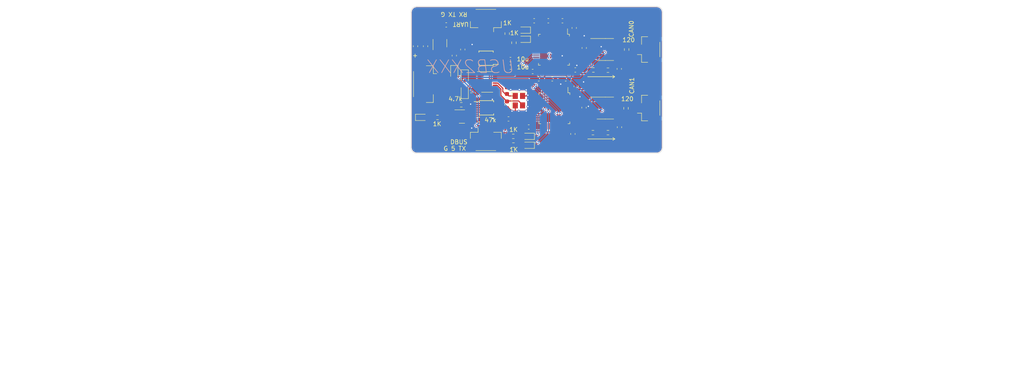
<source format=kicad_pcb>
(kicad_pcb (version 20211014) (generator pcbnew)
  (title_block (title "USB To CAN") (date "2023-05-04") (rev "2.0.1"))
  (layers (0 "F.Cu" signal) (31 "B.Cu" signal) (34 "B.Paste" user) (35 "F.Paste" user) (36 "B.SilkS" user "B.Silkscreen") (37 "F.SilkS" user "F.Silkscreen") (38 "B.Mask" user) (39 "F.Mask" user) (44 "Edge.Cuts" user))
  (net 0 "")
  (net 1 "VCC")
  (net 2 "GND")
  (net 3 "Net-(C6-Pad2)")
  (net 4 "+5V")
  (net 5 "Net-(C11-Pad2)")
  (net 6 "Net-(C19-Pad1)")
  (net 7 "Net-(C20-Pad1)")
  (net 8 "/USB_HUB/XOUT")
  (net 9 "/USB_HUB/XIN")
  (net 10 "/STM1_CAN/LED1")
  (net 11 "Net-(D1-Pad2)")
  (net 12 "/STM1_CAN/LED2")
  (net 13 "Net-(D2-Pad2)")
  (net 14 "/STM2_CAN/LED1")
  (net 15 "Net-(D3-Pad2)")
  (net 16 "/STM2_CAN/LED2")
  (net 17 "Net-(D4-Pad2)")
  (net 18 "/USB_HUB/D-")
  (net 19 "/USB_HUB/D+")
  (net 20 "Net-(D8-Pad2)")
  (net 21 "/DBUS/DBus")
  (net 22 "/UART/RXD")
  (net 23 "/UART/TXD")
  (net 24 "/STM1_CAN/CAN_L")
  (net 25 "/STM1_CAN/CAN_H")
  (net 26 "/STM2_CAN/CAN_L")
  (net 27 "/STM2_CAN/CAN_H")
  (net 28 "Net-(Q1-Pad3)")
  (net 29 "Net-(R1-Pad1)")
  (net 30 "Net-(R6-Pad1)")
  (net 54 "/STM1_CAN/USB_D-")
  (net 55 "/STM1_CAN/USB_D+")
  (net 62 "/STM1_CAN/CAN_RX")
  (net 63 "/STM1_CAN/CAN_TX")
  (net 88 "/STM2_CAN/USB_D-")
  (net 89 "/STM2_CAN/USB_D+")
  (net 96 "/STM2_CAN/CAN_RX")
  (net 97 "/STM2_CAN/CAN_TX")
  (net 98 "/UART/D-")
  (net 99 "/UART/D+")
  (net 100 "/DBUS/D-")
  (net 101 "/DBUS/D+")
  (footprint "library:LED_0603_1608Metric" (layer "F.Cu") (at 146.559794 120.5856 180)
    (fp_text reference "D3" hide)
    (fp_text value "LED")
  )
  (footprint "library:C_0603_1608Metric" (layer "F.Cu") (at 120.296194 97.4716 90)
    (fp_text reference "C9" hide)
    (fp_text value "100n")
  )
  (footprint "library:R_0603_1608Metric" (layer "F.Cu") (at 143.143994 120.5348 180)
    (fp_text reference "R8" hide)
    (fp_text value "1K")
  )
  (footprint "library:SOIC-8_3.9x4.9mm_P1.27mm" (layer "F.Cu") (at 164.593794 111.8988)
    (fp_text reference "U5" hide)
    (fp_text value "TJA1051T-3")
  )
  (footprint "library:LQFP-48_7x7mm_P0.5mm" (layer "F.Cu") (at 152.706594 111.9496 -90)
    (fp_text reference "U4" hide)
    (fp_text value "STM32F072C8Tx")
  )
  (footprint "library:SL2.1S-SSOP-16" (layer "F.Cu") (at 137.009394 105.8028)
    (fp_text reference "U6" hide)
    (fp_text value "SL2.1S")
  )
  (footprint "library:Molex_CLIK-Mate_502386-0470_1x04-1MP_P1.25mm_Horizontal" (layer "F.Cu") (at 122.531394 106.3108 -90)
    (fp_text reference "J1" hide)
    (fp_text value "Conn_01x04")
  )
  (footprint "library:C_0603_1608Metric" (layer "F.Cu") (at 141.632194 111.1368 -90)
    (fp_text reference "C21" hide)
    (fp_text value "18p")
  )
  (footprint "library:SOT-23" (layer "F.Cu") (at 131.116594 113.88)
    (fp_text reference "Q1" hide)
    (fp_text value "S8050")
  )
  (footprint "library:C_0603_1608Metric" (layer "F.Cu") (at 151.284194 91.528)
    (fp_text reference "C6" hide)
    (fp_text value "100n")
  )
  (footprint "library:JST_GH_SM02B-GHS-TB_1x02-1MP_P1.25mm_Horizontal" (layer "F.Cu") (at 174.753794 98.2336 90)
    (fp_text reference "J4" hide)
    (fp_text value "Conn_01x02")
  )
  (footprint "library:LED_0603_1608Metric" (layer "F.Cu") (at 145.645394 95.846 180)
    (fp_text reference "D2" hide)
    (fp_text value "LED")
  )
  (footprint "library:SOT-23-5_HandSoldering" (layer "F.Cu") (at 125.985794 96.7604 90)
    (fp_text reference "U3" hide)
    (fp_text value "HX9193")
  )
  (footprint "library:C_0603_1608Metric" (layer "F.Cu") (at 122.632994 97.4716 90)
    (fp_text reference "C26" hide)
    (fp_text value "100n")
  )
  (footprint "library:C_0603_1608Metric" (layer "F.Cu") (at 149.048994 105.0916 180)
    (fp_text reference "C25" hide)
    (fp_text value "100n")
  )
  (footprint "library:C_0603_1608Metric" (layer "F.Cu") (at 141.632194 107.8348 90)
    (fp_text reference "C22" hide)
    (fp_text value "18p")
  )
  (footprint "library:C_0603_1608Metric" (layer "F.Cu") (at 146.712194 116.3184 180)
    (fp_text reference "C5" hide)
    (fp_text value "100n")
  )
  (footprint "library:C_0603_1608Metric" (layer "F.Cu") (at 159.615394 111.7972 90)
    (fp_text reference "C27" hide)
    (fp_text value "100n")
  )
  (footprint "library:C_0603_1608Metric" (layer "F.Cu") (at 157.786594 106.8188 90)
    (fp_text reference "C16" hide)
    (fp_text value "100n")
  )
  (footprint "library:D_SOD-323" (layer "F.Cu") (at 131.776994 108.1904 90)
    (fp_text reference "D7" hide)
    (fp_text value "BV05C")
  )
  (footprint "library:R_0603_1608Metric" (layer "F.Cu") (at 161.698194 117.6392 180)
    (fp_text reference "R6" hide)
    (fp_text value "0")
  )
  (footprint "library:C_0603_1608Metric" (layer "F.Cu") (at 155.348194 105.0916 180)
    (fp_text reference "C10" hide)
    (fp_text value "100n")
  )
  (footprint "library:LED_0603_1608Metric" (layer "F.Cu") (at 145.645394 93.7124 180)
    (fp_text reference "D1" hide)
    (fp_text value "LED")
  )
  (footprint "library:JST_GH_SM02B-GHS-TB_1x02-1MP_P1.25mm_Horizontal" (layer "F.Cu") (at 174.753794 111.8988 90)
    (fp_text reference "J5" hide)
    (fp_text value "Conn_01x02")
  )
  (footprint "library:D_SOD-323" (layer "F.Cu") (at 129.338594 103.466 -90)
    (fp_text reference "D5" hide)
    (fp_text value "BV05C")
  )
  (footprint "library:LED_0603_1608Metric" (layer "F.Cu") (at 146.559794 118.5028 180)
    (fp_text reference "D4" hide)
    (fp_text value "LED")
  )
  (footprint "library:SOIC-8_3.9x4.9mm_P1.27mm" (layer "F.Cu") (at 164.593794 98.2336)
    (fp_text reference "U2" hide)
    (fp_text value "TJA1051T-3")
  )
  (footprint "library:C_0603_1608Metric" (layer "F.Cu") (at 157.329394 93.2044 90)
    (fp_text reference "C7" hide)
    (fp_text value "100n")
  )
  (footprint "library:R_0603_1608Metric" (layer "F.Cu") (at 130.964194 111.1368)
    (fp_text reference "R11" hide)
    (fp_text value "4.7K")
  )
  (footprint "library:R_0603_1608Metric" (layer "F.Cu") (at 169.572194 98.2336 -90)
    (fp_text reference "R5" hide)
    (fp_text value "120")
  )
  (footprint "library:C_0603_1608Metric" (layer "F.Cu") (at 159.666194 97.878 90)
    (fp_text reference "C23" hide)
    (fp_text value "100n")
  )
  (footprint "library:C_0603_1608Metric" (layer "F.Cu") (at 131.319794 98.2336 90)
    (fp_text reference "C17" hide)
    (fp_text value "100n")
  )
  (footprint "library:C_0603_1608Metric" (layer "F.Cu") (at 147.626594 103.3644 180)
    (fp_text reference "C24" hide)
    (fp_text value "100n")
  )
  (footprint "library:C_0603_1608Metric" (layer "F.Cu") (at 157.583394 103.0088)
    (fp_text reference "C12" hide)
    (fp_text value "100n")
  )
  (footprint "library:C_0603_1608Metric" (layer "F.Cu") (at 129.338594 99.656 90)
    (fp_text reference "C18" hide)
    (fp_text value "100n")
  )
  (footprint "library:R_0603_1608Metric" (layer "F.Cu") (at 165.203394 103.0596 180)
    (fp_text reference "R2" hide)
    (fp_text value "10K")
  )
  (footprint "library:R_0603_1608Metric" (layer "F.Cu") (at 169.419794 111.9496 -90)
    (fp_text reference "R10" hide)
    (fp_text value "120")
  )
  (footprint "library:C_0603_1608Metric" (layer "F.Cu") (at 154.586194 91.528 180)
    (fp_text reference "C2" hide)
    (fp_text value "100n")
  )
  (footprint "library:C_0603_1608Metric" (layer "F.Cu") (at 167.895794 116.3692 -90)
    (fp_text reference "C14" hide)
    (fp_text value "100n")
  )
  (footprint "library:MSOP-10_3x3mm_P0.5mm" (layer "F.Cu") (at 136.755394 100.2656 180)
    (fp_text reference "U7" hide)
    (fp_text value "CH340E")
  )
  (footprint "library:R_0603_1608Metric" (layer "F.Cu") (at 135.028194 114.5912)
    (fp_text reference "R12" hide)
    (fp_text value "47K")
  )
  (footprint "library:JST_GH_SM03B-GHS-TB_1x03-1MP_P1.25mm_Horizontal" (layer "F.Cu") (at 136.704594 91.4264 180)
    (fp_text reference "J3" hide)
    (fp_text value "Conn_01x03")
  )
  (footprint "library:R_0603_1608Metric" (layer "F.Cu") (at 165.203394 117.6392 180)
    (fp_text reference "R7" hide)
    (fp_text value "10K")
  )
  (footprint "library:R_0603_1608Metric" (layer "F.Cu") (at 143.257794 96.6588 -90)
    (fp_text reference "R4" hide)
    (fp_text value "1K")
  )
  (footprint "library:C_0603_1608Metric" (layer "F.Cu") (at 142.444994 100.5704)
    (fp_text reference "C19" hide)
    (fp_text value "10u")
  )
  (footprint "library:C_0603_1608Metric" (layer "F.Cu") (at 141.987794 114.4388)
    (fp_text reference "C3" hide)
    (fp_text value "100n")
  )
  (footprint "library:C_0603_1608Metric" (layer "F.Cu") (at 152.198594 105.0916)
    (fp_text reference "C11" hide)
    (fp_text value "100n")
  )
  (footprint "library:R_0603_1608Metric" (layer "F.Cu") (at 161.799794 103.0088 180)
    (fp_text reference "R1" hide)
    (fp_text value "0")
  )
  (footprint "library:C_0603_1608Metric" (layer "F.Cu") (at 147.982194 91.528 180)
    (fp_text reference "C13" hide)
    (fp_text value "100n")
  )
  (footprint "library:D_SOD-323" (layer "F.Cu") (at 131.776994 104.482 -90)
    (fp_text reference "D6" hide)
    (fp_text value "BV05C")
  )
  (footprint "library:R_0603_1608Metric" (layer "F.Cu") (at 143.105394 118.5028 180)
    (fp_text reference "R9" hide)
    (fp_text value "1K")
  )
  (footprint "library:JST_GH_SM03B-GHS-TB_1x03-1MP_P1.25mm_Horizontal" (layer "F.Cu") (at 136.704594 119.2648)
    (fp_text reference "J2" hide)
    (fp_text value "Conn_01x03")
  )
  (footprint "library:LED_0603_1608Metric" (layer "F.Cu") (at 121.760394 114.0724)
    (fp_text reference "D8" hide)
    (fp_text value "LED")
  )
  (footprint "library:Crystal_SMD_3225-4Pin_3.2x2.5mm" (layer "F.Cu") (at 144.426194 110.1716 -90)
    (fp_text reference "Y1" hide)
    (fp_text value "12M")
  )
  (footprint "library:C_0603_1608Metric" (layer "F.Cu") (at 133.758194 108.3428 -90)
    (fp_text reference "C8" hide)
    (fp_text value "100n")
  )
  (footprint "library:C_0603_1608Metric" (layer "F.Cu") (at 142.457994 102.3484)
    (fp_text reference "C20" hide)
    (fp_text value "10u")
  )
  (footprint "library:LQFP-48_7x7mm_P0.5mm" (layer "F.Cu") (at 152.604994 98.2844 -90)
    (fp_text reference "U1" hide)
    (fp_text value "STM32F072C8Tx")
  )
  (footprint "library:MSOP-10_3x3mm_P0.5mm" (layer "F.Cu") (at 136.856994 111.848)
    (fp_text reference "U8" hide)
    (fp_text value "CH340E")
  )
  (footprint "library:R_0603_1608Metric" (layer "F.Cu") (at 141.682994 94.5252 -90)
    (fp_text reference "R3" hide)
    (fp_text value "1K")
  )
  (footprint "library:C_0603_1608Metric" (layer "F.Cu") (at 167.844994 102.7548 -90)
    (fp_text reference "C1" hide)
    (fp_text value "100n")
  )
  (footprint "library:C_0603_1608Metric" (layer "F.Cu") (at 157.024594 117.944 -90)
    (fp_text reference "C15" hide)
    (fp_text value "100n")
  )
  (footprint "library:R_0603_1608Metric" (layer "F.Cu") (at 125.414794 114.0832 180)
    (fp_text reference "R13" hide)
    (fp_text value "1K")
  )
  (footprint "library:C_0603_1608Metric" (layer "F.Cu") (at 127.458994 92.4932)
    (fp_text reference "C4" hide)
    (fp_text value "100n")
  )
  (gr_line (start 166.803594 119.1124) (end 166.346394 118.8076) (layer "F.SilkS") (width 0.15))
  (gr_line (start 166.803594 119.1124) (end 166.346394 119.4172) (layer "F.SilkS") (width 0.15))
  (gr_line (start 166.778194 104.5836) (end 166.320994 104.8884) (layer "F.SilkS") (width 0.15))
  (gr_line (start 160.504394 119.1124) (end 166.803594 119.1124) (layer "F.SilkS") (width 0.15))
  (gr_line (start 166.778194 104.5836) (end 166.320994 104.2788) (layer "F.SilkS") (width 0.15))
  (gr_line (start 160.478994 104.5836) (end 166.778194 104.5836) (layer "F.SilkS") (width 0.15))
  (gr_arc (start 120.600994 122.4652) (mid 119.631126 122.063468) (end 119.229394 121.0936) (layer "Edge.Cuts") (width 0.1))
  (gr_arc (start 176.582594 88.1752) (mid 177.552462 88.576932) (end 177.954194 89.5468) (layer "Edge.Cuts") (width 0.1))
  (gr_line (start 177.954194 89.5468) (end 177.954194 121.0936) (layer "Edge.Cuts") (width 0.1))
  (gr_line (start 176.582594 122.4652) (end 120.600994 122.4652) (layer "Edge.Cuts") (width 0.1))
  (gr_arc (start 119.229394 89.5468) (mid 119.631126 88.576932) (end 120.600994 88.1752) (layer "Edge.Cuts") (width 0.1))
  (gr_arc (start 177.954194 121.0936) (mid 177.552462 122.063468) (end 176.582594 122.4652) (layer "Edge.Cuts") (width 0.1))
  (gr_line (start 120.600994 88.1752) (end 176.582594 88.1752) (layer "Edge.Cuts") (width 0.1))
  (gr_line (start 119.229394 121.0936) (end 119.229394 89.5468) (layer "Edge.Cuts") (width 0.1))
  (gr_text "USB2XXX" (at 133.300994 102.2468) (layer "B.SilkS") (effects (font (size 3 3) (thickness 0.15) italic) (justify mirror)))
  (gr_text "1K" (at 141.733794 92.036) (layer "F.SilkS") (effects (font (size 1 1))))
  (gr_text "1K" (at 143.206994 121.6016) (layer "F.SilkS") (effects (font (size 1 1))))
  (gr_text "10u" (at 145.340594 102.3484) (layer "F.SilkS") (effects (font (size 1 1))))
  (gr_text "10u" (at 145.340594 100.4688) (layer "F.SilkS") (effects (font (size 1 1))))
  (gr_text "G 5 TX" (at 129.440194 121.3476) (layer "F.SilkS") (effects (font (size 1 1))))
  (gr_text "+" (at 120.194594 99.6052) (layer "F.SilkS") (effects (font (size 1 1))))
  (gr_text "4.7k" (at 129.592594 109.7652) (layer "F.SilkS") (effects (font (size 1 1))))
  (gr_text "120" (at 170.029394 95.9984) (layer "F.SilkS") (effects (font (size 1 1))))
  (gr_text "120" (at 169.724594 109.7652) (layer "F.SilkS") (effects (font (size 1 1))))
  (gr_text "RX TX G" (at 129.287794 90.004 180) (layer "F.SilkS") (effects (font (size 1 1))))
  (gr_text "CAN0" (at 170.689794 93.4076 90) (layer "F.SilkS") (effects (font (size 1 1))))
  (gr_text "1K" (at 125.325394 115.6072) (layer "F.SilkS") (effects (font (size 1 1))))
  (gr_text "DBUS" (at 130.405394 119.8236) (layer "F.SilkS") (effects (font (size 1 1))))
  (gr_text "1K" (at 143.359394 94.3728) (layer "F.SilkS") (effects (font (size 1 1))))
  (gr_text "CAN1" (at 170.791394 106.6664 90) (layer "F.SilkS") (effects (font (size 1 1))))
  (gr_text "UART" (at 130.862594 92.3408 180) (layer "F.SilkS") (effects (font (size 1 1))))
  (gr_text "47k" (at 137.771394 114.6928) (layer "F.SilkS") (effects (font (size 1 1))))
  (gr_text "1K" (at 143.156194 116.928) (layer "F.SilkS") (effects (font (size 1 1))))
  (segment (start 155.354994 96.144394) (end 155.354994 94.1219) (width 0.25) (layer "F.Cu") (net 1))
  (segment (start 128.881394 93.4584) (end 128.881394 96.5702) (width 0.32) (layer "F.Cu") (net 1))
  (segment (start 147.423394 102.3862) (end 148.401594 103.3644) (width 0.25) (layer "F.Cu") (net 1))
  (segment (start 168.352994 114.5404) (end 168.352994 115.137) (width 0.32) (layer "F.Cu") (net 1))
  (segment (start 148.342914 117.17412) (end 150.107914 117.17412) (width 0.25) (layer "F.Cu") (net 1))
  (segment (start 152.574982 96.144394) (end 155.354994 96.144394) (width 0.25) (layer "F.Cu") (net 1))
  (segment (start 165.268874 103.4354) (end 165.268874 102.55284) (width 0.32) (layer "F.Cu") (net 1))
  (segment (start 151.019394 92.3916) (end 149.620794 92.3916) (width 0.25) (layer "F.Cu") (net 1))
  (segment (start 157.336194 95.5344) (end 157.684994 95.1856) (width 0.25) (layer "F.Cu") (net 1))
  (segment (start 132.996194 93.4584) (end 134.469394 91.9852) (width 0.32) (layer "F.Cu") (net 1))
  (segment (start 127.192794 114.0832) (end 131.764794 118.6552) (width 0.32) (layer "F.Cu") (net 1))
  (segment (start 155.964988 95.5344) (end 156.767494 95.5344) (width 0.25) (layer "F.Cu") (net 1))
  (segment (start 141.212794 117.4352) (end 142.280394 118.5028) (width 0.25) (layer "F.Cu") (net 1))
  (segment (start 165.769274 99.25668) (end 166.651194 100.1386) (width 0.25) (layer "F.Cu") (net 1))
  (segment (start 134.555394 101.2656) (end 134.529905 101.240111) (width 0.25) (layer "F.Cu") (net 1))
  (segment (start 156.767494 95.5344) (end 157.336194 95.5344) (width 0.25) (layer "F.Cu") (net 1))
  (segment (start 156.808394 103.0088) (end 156.808394 104.4064) (width 0.25) (layer "F.Cu") (net 1))
  (segment (start 127.192794 114.0832) (end 130.139194 111.1368) (width 0.32) (layer "F.Cu") (net 1))
  (segment (start 140.158994 110.950978) (end 140.158994 112.245022) (width 0.25) (layer "F.Cu") (net 1))
  (segment (start 142.318994 118.5414) (end 142.280394 118.5028) (width 0.32) (layer "F.Cu") (net 1))
  (segment (start 140.056016 110.848) (end 140.158994 110.950978) (width 0.25) (layer "F.Cu") (net 1))
  (segment (start 150.420594 117.4868) (end 155.818994 117.4868) (width 0.25) (layer "F.Cu") (net 1))
  (segment (start 165.268874 102.55284) (end 165.841914 101.9798) (width 0.32) (layer "F.Cu") (net 1))
  (segment (start 151.354994 94.924406) (end 152.574982 96.144394) (width 0.25) (layer "F.Cu") (net 1))
  (segment (start 167.565594 100.1386) (end 168.352994 100.926) (width 0.25) (layer "F.Cu") (net 1))
  (segment (start 133.494883 99.665311) (end 133.494883 99.970111) (width 0.25) (layer "F.Cu") (net 1))
  (segment (start 157.684994 94.335) (end 157.329394 93.9794) (width 0.25) (layer "F.Cu") (net 1))
  (segment (start 157.590194 109.1996) (end 157.786594 109.0032) (width 0.25) (layer "F.Cu") (net 1))
  (segment (start 157.494794 117.6392) (end 157.024594 117.169) (width 0.32) (layer "F.Cu") (net 1))
  (segment (start 155.323674 104.29208) (end 150.623514 104.29208) (width 0.25) (layer "F.Cu") (net 1))
  (segment (start 167.068794 100.1386) (end 167.565594 100.1386) (width 0.25) (layer "F.Cu") (net 1))
  (segment (start 131.319794 99.0086) (end 132.907594 99.0086) (width 0.25) (layer "F.Cu") (net 1))
  (segment (start 139.607554 91.9852) (end 140.848474 93.22612) (width 0.32) (layer "F.Cu") (net 1))
  (segment (start 157.684994 95.1856) (end 157.684994 94.335) (width 0.25) (layer "F.Cu") (net 1))
  (segment (start 155.354994 91.5342) (end 155.361194 91.528) (width 0.25) (layer "F.Cu") (net 1))
  (segment (start 148.544094 114.6996) (end 147.873794 114.6996) (width 0.25) (layer "F.Cu") (net 1))
  (segment (start 151.354994 94.1219) (end 151.354994 94.924406) (width 0.25) (layer "F.Cu") (net 1))
  (segment (start 134.469394 91.9852) (end 139.607554 91.9852) (width 0.32) (layer "F.Cu") (net 1))
  (segment (start 165.268874 117.13244) (end 166.807114 115.5942) (width 0.32) (layer "F.Cu") (net 1))
  (segment (start 161.414364 107.5938) (end 157.786594 107.5938) (width 0.32) (layer "F.Cu") (net 1))
  (segment (start 148.401594 103.6692) (end 149.823994 105.0916) (width 0.25) (layer "F.Cu") (net 1))
  (segment (start 127.649194 93.4584) (end 126.683994 92.4932) (width 0.32) (layer "F.Cu") (net 1))
  (segment (start 161.707714 118.47372) (end 164.941114 118.47372) (width 0.32) (layer "F.Cu") (net 1))
  (segment (start 157.642914 103.84332) (end 156.808394 103.0088) (width 0.32) (layer "F.Cu") (net 1))
  (segment (start 149.620794 92.3916) (end 148.757194 91.528) (width 0.25) (layer "F.Cu") (net 1))
  (segment (start 160.191074 103.89412) (end 164.810154 103.89412) (width 0.32) (layer "F.Cu") (net 1))
  (segment (start 141.682994 95.3502) (end 140.848474 94.51568) (width 0.32) (layer "F.Cu") (net 1))
  (segment (start 140.158994 112.245022) (end 140.158994 113.385) (width 0.25) (layer "F.Cu") (net 1))
  (segment (start 146.687674 117.11792) (end 147.487194 116.3184) (width 0.25) (layer "F.Cu") (net 1))
  (segment (start 139.056994 110.848) (end 140.056016 110.848) (width 0.25) (layer "F.Cu") (net 1))
  (segment (start 166.807114 115.5942) (end 167.895794 115.5942) (width 0.32) (layer "F.Cu") (net 1))
  (segment (start 141.212794 114.4388) (end 141.212794 117.3474) (width 0.25) (layer "F.Cu") (net 1))
  (segment (start 155.703794 103.5676) (end 156.249594 103.5676) (width 0.25) (layer "F.Cu") (net 1))
  (segment (start 155.818994 117.4868) (end 156.706794 117.4868) (width 0.25) (layer "F.Cu") (net 1))
  (segment (start 160.873194 117.6392) (end 157.494794 117.6392) (width 0.32) (layer "F.Cu") (net 1))
  (segment (start 160.140274 103.84332) (end 160.191074 103.89412) (width 0.32) (layer "F.Cu") (net 1))
  (segment (start 131.764794 118.6552) (end 139.992794 118.6552) (width 0.32) (layer "F.Cu") (net 1))
  (segment (start 139.056994 110.848) (end 139.082483 110.873489) (width 0.25) (layer "F.Cu") (net 1))
  (segment (start 134.555394 99.7656) (end 133.595172 99.7656) (width 0.25) (layer "F.Cu") (net 1))
  (segment (start 163.628594 110.78917) (end 163.628594 109.80803) (width 0.32) (layer "F.Cu") (net 1))
  (segment (start 147.487194 116.3184) (end 148.342914 117.17412) (width 0.25) (layer "F.Cu") (net 1))
  (segment (start 160.140274 103.84332) (end 157.642914 103.84332) (width 0.32) (layer "F.Cu") (net 1))
  (segment (start 128.881394 93.4584) (end 132.996194 93.4584) (width 0.32) (layer "F.Cu") (net 1))
  (segment (start 147.873794 114.6996) (end 147.487194 115.0862) (width 0.25) (layer "F.Cu") (net 1))
  (segment (start 155.456594 105.7582) (end 156.123194 105.0916) (width 0.25) (layer "F.Cu") (net 1))
  (segment (start 141.712074 92.36252) (end 147.922674 92.36252) (width 0.32) (layer "F.Cu") (net 1))
  (segment (start 142.318994 120.5348) (end 142.318994 118.5414) (width 0.32) (layer "F.Cu") (net 1))
  (segment (start 125.035794 94.1414) (end 125.035794 95.4104) (width 0.32) (layer "F.Cu") (net 1))
  (segment (start 147.922674 92.36252) (end 148.757194 91.528) (width 0.32) (layer "F.Cu") (net 1))
  (segment (start 168.352994 101.4718) (end 167.844994 101.9798) (width 0.25) (layer "F.Cu") (net 1))
  (segment (start 147.423394 101.434) (end 147.423394 102.3862) (width 0.25) (layer "F.Cu") (net 1))
  (segment (start 148.442494 101.0344) (end 147.822994 101.0344) (width 0.25) (layer "F.Cu") (net 1))
  (segment (start 156.706794 117.4868) (end 157.024594 117.169) (width 0.25) (layer "F.Cu") (net 1))
  (segment (start 156.066588 109.1996) (end 156.869094 109.1996) (width 0.25) (layer "F.Cu") (net 1))
  (segment (start 155.456594 107.7871) (end 155.456594 105.7582) (width 0.25) (layer "F.Cu") (net 1))
  (segment (start 168.352994 100.926) (end 168.352994 101.4718) (width 0.25) (layer "F.Cu") (net 1))
  (segment (start 140.056016 112.348) (end 139.056994 112.348) (width 0.25) (layer "F.Cu") (net 1))
  (segment (start 141.212794 117.3474) (end 141.212794 117.4352) (width 0.25) (layer "F.Cu") (net 1))
  (segment (start 164.941114 118.47372) (end 165.268874 118.14596) (width 0.32) (layer "F.Cu") (net 1))
  (segment (start 155.456594 109.809594) (end 156.066588 109.1996) (width 0.25) (layer "F.Cu") (net 1))
  (segment (start 165.841914 101.9798) (end 167.844994 101.9798) (width 0.32) (layer "F.Cu") (net 1))
  (segment (start 126.683994 92.4932) (end 125.035794 94.1414) (width 0.32) (layer "F.Cu") (net 1))
  (segment (start 140.848474 93.58908) (end 140.848474 93.22612) (width 0.32) (layer "F.Cu") (net 1))
  (segment (start 140.158994 112.245022) (end 140.056016 112.348) (width 0.25) (layer "F.Cu") (net 1))
  (segment (start 155.456594 109.809594) (end 155.456594 107.7871) (width 0.25) (layer "F.Cu") (net 1))
  (segment (start 133.595172 99.7656) (end 133.494883 99.665311) (width 0.25) (layer "F.Cu") (net 1))
  (segment (start 164.810154 103.89412) (end 165.268874 103.4354) (width 0.32) (layer "F.Cu") (net 1))
  (segment (start 134.529905 101.240111) (end 133.494883 101.240111) (width 0.25) (layer "F.Cu") (net 1))
  (segment (start 166.643224 113.8038) (end 163.628594 110.78917) (width 0.32) (layer "F.Cu") (net 1))
  (segment (start 143.257794 97.4838) (end 141.682994 95.909) (width 0.32) (layer "F.Cu") (net 1))
  (segment (start 151.354994 94.1219) (end 151.354994 92.7272) (width 0.25) (layer "F.Cu") (net 1))
  (segment (start 147.822994 101.0344) (end 147.423394 101.434) (width 0.25) (layer "F.Cu") (net 1))
  (segment (start 155.354994 103.2188) (end 155.703794 103.5676) (width 0.25) (layer "F.Cu") (net 1))
  (segment (start 155.354994 102.4469) (end 155.354994 103.2188) (width 0.25) (layer "F.Cu") (net 1))
  (segment (start 167.068794 113.8038) (end 166.643224 113.8038) (width 0.32) (layer "F.Cu") (net 1))
  (segment (start 140.158994 113.385) (end 141.212794 114.4388) (width 0.25) (layer "F.Cu") (net 1))
  (segment (start 151.456594 107.7871) (end 151.456594 106.7242) (width 0.25) (layer "F.Cu") (net 1))
  (segment (start 140.848474 93.22612) (end 141.712074 92.36252) (width 0.32) (layer "F.Cu") (net 1))
  (segment (start 155.354994 102.4469) (end 155.354994 96.144394) (width 0.25) (layer "F.Cu") (net 1))
  (segment (start 133.494883 101.240111) (end 133.494883 99.970111) (width 0.25) (layer "F.Cu") (net 1))
  (segment (start 161.415666 93.9794) (end 165.769274 98.333008) (width 0.25) (layer "F.Cu") (net 1))
  (segment (start 157.329394 93.9794) (end 161.415666 93.9794) (width 0.25) (layer "F.Cu") (net 1))
  (segment (start 156.869094 109.1996) (end 157.590194 109.1996) (width 0.25) (layer "F.Cu") (net 1))
  (segment (start 141.682994 95.909) (end 141.682994 95.3502) (width 0.32) (layer "F.Cu") (net 1))
  (segment (start 128.881394 96.5702) (end 131.319794 99.0086) (width 0.32) (layer "F.Cu") (net 1))
  (segment (start 150.107914 117.17412) (end 150.420594 117.4868) (width 0.25) (layer "F.Cu") (net 1))
  (segment (start 148.401594 103.3644) (end 148.401594 103.6692) (width 0.25) (layer "F.Cu") (net 1))
  (segment (start 156.808394 104.4064) (end 156.123194 105.0916) (width 0.25) (layer "F.Cu") (net 1))
  (segment (start 140.848474 94.51568) (end 140.848474 93.58908) (width 0.32) (layer "F.Cu") (net 1))
  (segment (start 139.992794 118.6552) (end 141.212794 117.4352) (width 0.32) (layer "F.Cu") (net 1))
  (segment (start 150.623514 104.29208) (end 149.823994 105.0916) (width 0.25) (layer "F.Cu") (net 1))
  (segment (start 143.665274 117.11792) (end 146.687674 117.11792) (width 0.25) (layer "F.Cu") (net 1))
  (segment (start 157.786594 109.0032) (end 157.786594 107.5938) (width 0.25) (layer "F.Cu") (net 1))
  (segment (start 155.456594 116.1121) (end 155.456594 109.809594) (width 0.25) (layer "F.Cu") (net 1))
  (segment (start 155.354994 94.1219) (end 155.354994 91.5342) (width 0.25) (layer "F.Cu") (net 1))
  (segment (start 151.354994 92.7272) (end 151.019394 92.3916) (width 0.25) (layer "F.Cu") (net 1))
  (segment (start 155.456594 116.1121) (end 155.456594 117.1244) (width 0.25) (layer "F.Cu") (net 1))
  (segment (start 165.769274 98.333008) (end 165.769274 99.25668) (width 0.25) (layer "F.Cu") (net 1))
  (segment (start 155.354994 96.144394) (end 155.964988 95.5344) (width 0.25) (layer "F.Cu") (net 1))
  (segment (start 165.268874 118.14596) (end 165.268874 117.13244) (width 0.32) (layer "F.Cu") (net 1))
  (segment (start 160.873194 117.6392) (end 161.707714 118.47372) (width 0.32) (layer "F.Cu") (net 1))
  (segment (start 167.616394 113.8038) (end 168.352994 114.5404) (width 0.32) (layer "F.Cu") (net 1))
  (segment (start 160.974794 103.0088) (end 160.140274 103.84332) (width 0.32) (layer "F.Cu") (net 1))
  (segment (start 163.628594 109.80803) (end 161.414364 107.5938) (width 0.32) (layer "F.Cu") (net 1))
  (segment (start 126.239794 114.0832) (end 127.192794 114.0832) (width 0.32) (layer "F.Cu") (net 1))
  (segment (start 133.494883 99.595889) (end 133.494883 99.665311) (width 0.25) (layer "F.Cu") (net 1))
  (segment (start 155.456594 117.1244) (end 155.818994 117.4868) (width 0.25) (layer "F.Cu") (net 1))
  (segment (start 167.068794 113.8038) (end 167.616394 113.8038) (width 0.32) (layer "F.Cu") (net 1))
  (segment (start 156.123194 105.0916) (end 155.323674 104.29208) (width 0.25) (layer "F.Cu") (net 1))
  (segment (start 151.456594 106.7242) (end 149.823994 105.0916) (width 0.25) (layer "F.Cu") (net 1))
  (segment (start 147.487194 115.0862) (end 147.487194 116.3184) (width 0.25) (layer "F.Cu") (net 1))
  (segment (start 156.249594 103.5676) (end 156.808394 103.0088) (width 0.25) (layer "F.Cu") (net 1))
  (segment (start 128.881394 93.4584) (end 127.649194 93.4584) (width 0.32) (layer "F.Cu") (net 1))
  (segment (start 132.907594 99.0086) (end 133.494883 99.595889) (width 0.25) (layer "F.Cu") (net 1))
  (segment (start 168.352994 115.137) (end 167.895794 115.5942) (width 0.32) (layer "F.Cu") (net 1))
  (segment (start 166.651194 100.1386) (end 167.068794 100.1386) (width 0.25) (layer "F.Cu") (net 1))
  (segment (start 142.280394 118.5028) (end 143.665274 117.11792) (width 0.25) (layer "F.Cu") (net 1))
  (via (at 141.212794 117.3474) (size 0.6) (drill 0.3) (layers "F.Cu" "B.Cu") (net 1))
  (segment (start 145.276194 109.0716) (end 146.338994 109.0716) (width 0.25) (layer "F.Cu") (net 2))
  (segment (start 146.127994 112.5846) (end 146.508994 112.2036) (width 0.25) (layer "F.Cu") (net 2))
  (segment (start 143.576194 111.2716) (end 143.576194 112.5728) (width 0.25) (layer "F.Cu") (net 2))
  (segment (start 142.800594 112.61) (end 143.613394 112.61) (width 0.25) (layer "F.Cu") (net 2))
  (segment (start 145.276194 107.5944) (end 145.289794 107.5808) (width 0.25) (layer "F.Cu") (net 2))
  (segment (start 141.632194 111.9118) (end 142.102394 111.9118) (width 0.25) (layer "F.Cu") (net 2))
  (segment (start 144.375394 112.61) (end 146.102594 112.61) (width 0.25) (layer "F.Cu") (net 2))
  (segment (start 146.508994 111.5432) (end 146.508994 110.07) (width 0.25) (layer "F.Cu") (net 2))
  (segment (start 146.508994 108.9016) (end 146.508994 108.038) (width 0.25) (layer "F.Cu") (net 2))
  (segment (start 146.508994 108.038) (end 146.127994 107.657) (width 0.25) (layer "F.Cu") (net 2))
  (segment (start 146.508994 110.07) (end 146.508994 108.9016) (width 0.25) (layer "F.Cu") (net 2))
  (segment (start 146.051794 107.5808) (end 145.289794 107.5808) (width 0.25) (layer "F.Cu") (net 2))
  (segment (start 146.508994 112.2036) (end 146.508994 111.5432) (width 0.25) (layer "F.Cu") (net 2))
  (segment (start 146.127994 107.657) (end 146.051794 107.5808) (width 0.25) (layer "F.Cu") (net 2))
  (segment (start 143.613394 112.61) (end 144.375394 112.61) (width 0.25) (layer "F.Cu") (net 2))
  (segment (start 142.153194 107.5808) (end 141.632194 107.0598) (width 0.25) (layer "F.Cu") (net 2))
  (segment (start 144.527794 107.5808) (end 142.495794 107.5808) (width 0.25) (layer "F.Cu") (net 2))
  (segment (start 143.576194 112.5728) (end 143.613394 112.61) (width 0.25) (layer "F.Cu") (net 2))
  (segment (start 145.289794 107.5808) (end 144.527794 107.5808) (width 0.25) (layer "F.Cu") (net 2))
  (segment (start 142.495794 107.5808) (end 142.153194 107.5808) (width 0.25) (layer "F.Cu") (net 2))
  (segment (start 146.102594 112.61) (end 146.127994 112.5846) (width 0.25) (layer "F.Cu") (net 2))
  (segment (start 146.338994 109.0716) (end 146.508994 108.9016) (width 0.25) (layer "F.Cu") (net 2))
  (segment (start 142.102394 111.9118) (end 142.800594 112.61) (width 0.25) (layer "F.Cu") (net 2))
  (via (at 142.495794 107.5808) (size 0.6) (drill 0.3) (layers "F.Cu" "B.Cu") (net 2))
  (via (at 154.535394 99.7068) (size 0.6) (drill 0.3) (layers "F.Cu" "B.Cu") (net 2))
  (via (at 160.631394 111.4924) (size 0.6) (drill 0.3) (layers "F.Cu" "B.Cu") (net 2))
  (via (at 146.508994 108.9016) (size 0.6) (drill 0.3) (layers "F.Cu" "B.Cu") (net 2))
  (via (at 138.228594 109.8668) (size 0.6) (drill 0.3) (layers "F.Cu" "B.Cu") (net 2))
  (via (at 144.375394 112.61) (size 0.6) (drill 0.3) (layers "F.Cu" "B.Cu") (net 2))
  (via (at 154.179794 106.3108) (size 0.6) (drill 0.3) (layers "F.Cu" "B.Cu") (net 2))
  (via (at 133.148594 110.9844) (size 0.6) (drill 0.3) (layers "F.Cu" "B.Cu") (net 2))
  (via (at 144.527794 107.5808) (size 0.6) (drill 0.3) (layers "F.Cu" "B.Cu") (net 2))
  (via (at 159.513794 105.8028) (size 0.6) (drill 0.3) (layers "F.Cu" "B.Cu") (net 2))
  (via (at 146.127994 107.657) (size 0.6) (drill 0.3) (layers "F.Cu" "B.Cu") (net 2))
  (via (at 138.330194 114.3372) (size 0.6) (drill 0.3) (layers "F.Cu" "B.Cu") (net 2))
  (via (at 146.508994 110.07) (size 0.6) (drill 0.3) (layers "F.Cu" "B.Cu") (net 2))
  (via (at 142.800594 112.61) (size 0.6) (drill 0.3) (layers "F.Cu" "B.Cu") (net 2))
  (via (at 146.508994 111.5432) (size 0.6) (drill 0.3) (layers "F.Cu" "B.Cu") (net 2))
  (via (at 163.628594 97.5732) (size 0.6) (drill 0.3) (layers "F.Cu" "B.Cu") (net 2))
  (via (at 158.650194 109.2572) (size 0.6) (drill 0.3) (layers "F.Cu" "B.Cu") (net 2))
  (via (at 146.127994 112.5846) (size 0.6) (drill 0.3) (layers "F.Cu" "B.Cu") (net 2))
  (via (at 159.666194 95.0332) (size 0.6) (drill 0.3) (layers "F.Cu" "B.Cu") (net 2))
  (via (at 133.402594 116.5724) (size 0.6) (drill 0.3) (layers "F.Cu" "B.Cu") (net 2))
  (via (at 157.938994 101.942) (size 0.6) (drill 0.3) (layers "F.Cu" "B.Cu") (net 2))
  (via (at 133.504194 97.0652) (size 0.6) (drill 0.3) (layers "F.Cu" "B.Cu") (net 2))
  (segment (start 152.354994 94.1219) (end 152.354994 91.8238) (width 0.25) (layer "F.Cu") (net 3))
  (segment (start 152.354994 91.8238) (end 152.059194 91.528) (width 0.25) (layer "F.Cu") (net 3))
  (segment (start 163.806394 112.5338) (end 163.831794 112.5084) (width 0.32) (layer "F.Cu") (net 4))
  (segment (start 125.075305 99.249911) (end 126.670305 99.249911) (width 0.32) (layer "F.Cu") (net 4))
  (segment (start 164.415994 98.8686) (end 164.441394 98.894) (width 0.32) (layer "F.Cu") (net 4))
  (segment (start 122.632994 99.6052) (end 122.632994 98.2466) (width 0.32) (layer "F.Cu") (net 4))
  (segment (start 159.615394 112.5722) (end 162.080394 112.5722) (width 0.32) (layer "F.Cu") (net 4))
  (segment (start 129.338594 104.516) (end 130.337794 104.516) (width 0.32) (layer "F.Cu") (net 4))
  (segment (start 126.935794 98.984422) (end 126.935794 98.1104) (width 0.32) (layer "F.Cu") (net 4))
  (segment (start 124.899594 98.2466) (end 125.035794 98.1104) (width 0.32) (layer "F.Cu") (net 4))
  (segment (start 162.118794 98.8686) (end 164.415994 98.8686) (width 0.32) (layer "F.Cu") (net 4))
  (segment (start 128.220994 101.5486) (end 129.338594 100.431) (width 0.32) (layer "F.Cu") (net 4))
  (segment (start 122.632994 98.2466) (end 124.899594 98.2466) (width 0.32) (layer "F.Cu") (net 4))
  (segment (start 125.035794 98.1104) (end 125.035794 99.2104) (width 0.32) (layer "F.Cu") (net 4))
  (segment (start 122.632994 99.6052) (end 124.381394 101.3536) (width 0.32) (layer "F.Cu") (net 4))
  (segment (start 134.198194 107.1278) (end 133.758194 107.5678) (width 0.25) (layer "F.Cu") (net 4))
  (segment (start 130.337794 104.516) (end 130.557794 104.736) (width 0.32) (layer "F.Cu") (net 4))
  (segment (start 136.704594 116.4708) (end 136.247394 116.0136) (width 0.32) (layer "F.Cu") (net 4))
  (segment (start 129.258394 104.4358) (end 129.338594 104.516) (width 0.32) (layer "F.Cu") (net 4))
  (segment (start 162.080394 112.5722) (end 162.118794 112.5338) (width 0.32) (layer "F.Cu") (net 4))
  (segment (start 136.704594 117.4148) (end 136.704594 116.4708) (width 0.32) (layer "F.Cu") (net 4))
  (segment (start 128.220994 103.3984) (end 128.220994 101.5486) (width 0.32) (layer "F.Cu") (net 4))
  (segment (start 134.926594 108.7362) (end 133.758194 107.5678) (width 0.32) (layer "F.Cu") (net 4))
  (segment (start 129.338594 104.516) (end 128.220994 103.3984) (width 0.32) (layer "F.Cu") (net 4))
  (segment (start 126.670305 99.249911) (end 126.935794 98.984422) (width 0.32) (layer "F.Cu") (net 4))
  (segment (start 162.118794 98.8686) (end 159.881794 98.8686) (width 0.32) (layer "F.Cu") (net 4))
  (segment (start 134.926594 109.054) (end 134.926594 108.7362) (width 0.32) (layer "F.Cu") (net 4))
  (segment (start 129.338594 104.516) (end 124.461594 104.516) (width 0.32) (layer "F.Cu") (net 4))
  (segment (start 124.381394 101.3536) (end 124.381394 104.4358) (width 0.32) (layer "F.Cu") (net 4))
  (segment (start 125.035794 99.2104) (end 125.075305 99.249911) (width 0.32) (layer "F.Cu") (net 4))
  (segment (start 159.881794 98.8686) (end 159.666194 98.653) (width 0.32) (layer "F.Cu") (net 4))
  (segment (start 122.632994 98.2466) (end 120.296194 98.2466) (width 0.32) (layer "F.Cu") (net 4))
  (segment (start 135.209394 107.1278) (end 134.198194 107.1278) (width 0.25) (layer "F.Cu") (net 4))
  (segment (start 162.118794 112.5338) (end 163.806394 112.5338) (width 0.32) (layer "F.Cu") (net 4))
  (segment (start 124.461594 104.516) (end 124.381394 104.4358) (width 0.32) (layer "F.Cu") (net 4))
  (segment (start 136.247394 116.0136) (end 134.469394 116.0136) (width 0.32) (layer "F.Cu") (net 4))
  (via (at 134.926594 109.054) (size 0.6) (drill 0.3) (layers "F.Cu" "B.Cu") (net 4))
  (via (at 164.441394 98.894) (size 0.6) (drill 0.3) (layers "F.Cu" "B.Cu") (net 4))
  (via (at 134.469394 116.0136) (size 0.6) (drill 0.3) (layers "F.Cu" "B.Cu") (net 4))
  (via (at 130.557794 104.736) (size 0.6) (drill 0.3) (layers "F.Cu" "B.Cu") (net 4))
  (via (at 163.831794 112.5084) (size 0.6) (drill 0.3) (layers "F.Cu" "B.Cu") (net 4))
  (segment (start 158.599394 104.736) (end 164.441394 98.894) (width 0.32) (layer "B.Cu") (net 4))
  (segment (start 134.926594 109.054) (end 134.875794 109.054) (width 0.32) (layer "B.Cu") (net 4))
  (segment (start 130.557794 104.736) (end 134.926594 109.054) (width 0.32) (layer "B.Cu") (net 4))
  (segment (start 134.926594 115.5564) (end 134.469394 116.0136) (width 0.32) (layer "B.Cu") (net 4))
  (segment (start 156.059394 104.736) (end 158.599394 104.736) (width 0.32) (layer "B.Cu") (net 4))
  (segment (start 134.926594 109.054) (end 134.926594 115.5564) (width 0.32) (layer "B.Cu") (net 4))
  (segment (start 156.059394 104.736) (end 163.831794 112.5084) (width 0.32) (layer "B.Cu") (net 4))
  (segment (start 130.557794 104.736) (end 156.059394 104.736) (width 0.32) (layer "B.Cu") (net 4))
  (segment (start 152.456594 105.6086) (end 152.973594 105.0916) (width 0.25) (layer "F.Cu") (net 5))
  (segment (start 152.456594 107.7871) (end 152.456594 105.6086) (width 0.25) (layer "F.Cu") (net 5))
  (segment (start 138.809394 107.6578) (end 138.16867 107.6578) (width 0.25) (layer "F.Cu") (net 6))
  (segment (start 140.405314 101.89888) (end 141.632194 100.672) (width 0.25) (layer "F.Cu") (net 6))
  (segment (start 138.16867 107.6578) (end 137.535354 107.024483) (width 0.25) (layer "F.Cu") (net 6))
  (segment (start 137.535354 107.024483) (end 137.535354 103.504211) (width 0.25) (layer "F.Cu") (net 6))
  (segment (start 139.140686 101.89888) (end 140.405314 101.89888) (width 0.25) (layer "F.Cu") (net 6))
  (segment (start 137.535354 103.504211) (end 139.140686 101.89888) (width 0.25) (layer "F.Cu") (net 6))
  (segment (start 137.984874 106.838286) (end 137.984874 103.690409) (width 0.25) (layer "F.Cu") (net 7))
  (segment (start 138.274388 107.1278) (end 137.984874 106.838286) (width 0.25) (layer "F.Cu") (net 7))
  (segment (start 138.809394 107.1278) (end 138.274388 107.1278) (width 0.25) (layer "F.Cu") (net 7))
  (segment (start 139.326883 102.3484) (end 141.682994 102.3484) (width 0.25) (layer "F.Cu") (net 7))
  (segment (start 137.984874 103.690409) (end 139.326883 102.3484) (width 0.25) (layer "F.Cu") (net 7))
  (segment (start 140.209794 107.463194) (end 139.3444 106.5978) (width 0.25) (layer "F.Cu") (net 8))
  (segment (start 141.632194 110.3618) (end 140.209794 108.9394) (width 0.25) (layer "F.Cu") (net 8))
  (segment (start 145.276194 111.1716) (end 144.351683 110.247089) (width 0.25) (layer "F.Cu") (net 8))
  (segment (start 139.3444 106.5978) (end 138.809394 106.5978) (width 0.25) (layer "F.Cu") (net 8))
  (segment (start 145.276194 111.2716) (end 145.276194 111.1716) (width 0.25) (layer "F.Cu") (net 8))
  (segment (start 141.746905 110.247089) (end 141.632194 110.3618) (width 0.25) (layer "F.Cu") (net 8))
  (segment (start 140.209794 108.9394) (end 140.209794 107.463194) (width 0.25) (layer "F.Cu") (net 8))
  (segment (start 144.351683 110.247089) (end 141.746905 110.247089) (width 0.25) (layer "F.Cu") (net 8))
  (segment (start 140.659314 108.03032) (end 140.659314 107.276997) (width 0.25) (layer "F.Cu") (net 9))
  (segment (start 142.093994 109.0716) (end 141.632194 108.6098) (width 0.25) (layer "F.Cu") (net 9))
  (segment (start 141.238794 108.6098) (end 140.659314 108.03032) (width 0.25) (layer "F.Cu") (net 9))
  (segment (start 140.659314 107.276997) (end 139.450117 106.0678) (width 0.25) (layer "F.Cu") (net 9))
  (segment (start 139.450117 106.0678) (end 138.809394 106.0678) (width 0.25) (layer "F.Cu") (net 9))
  (segment (start 141.632194 108.6098) (end 141.238794 108.6098) (width 0.25) (layer "F.Cu") (net 9))
  (segment (start 143.576194 109.0716) (end 142.093994 109.0716) (width 0.25) (layer "F.Cu") (net 9))
  (segment (start 150.854994 94.1219) (end 150.854994 93.319394) (width 0.25) (layer "F.Cu") (net 10))
  (segment (start 147.093294 93.052) (end 146.432894 93.7124) (width 0.25) (layer "F.Cu") (net 10))
  (segment (start 150.854994 93.319394) (end 150.5876 93.052) (width 0.25) (layer "F.Cu") (net 10))
  (segment (start 150.5876 93.052) (end 147.093294 93.052) (width 0.25) (layer "F.Cu") (net 10))
  (segment (start 144.857894 93.7124) (end 141.695194 93.7124) (width 0.25) (layer "F.Cu") (net 11))
  (segment (start 141.695194 93.7124) (end 141.682994 93.7002) (width 0.25) (layer "F.Cu") (net 11))
  (segment (start 149.447 95.2364) (end 149.2438 95.0332) (width 0.25) (layer "F.Cu") (net 12))
  (segment (start 150.043 95.2364) (end 149.447 95.2364) (width 0.25) (layer "F.Cu") (net 12))
  (segment (start 150.354994 94.1219) (end 150.354994 94.924406) (width 0.25) (layer "F.Cu") (net 12))
  (segment (start 149.2438 95.0332) (end 147.245694 95.0332) (width 0.25) (layer "F.Cu") (net 12))
  (segment (start 147.245694 95.0332) (end 146.432894 95.846) (width 0.25) (layer "F.Cu") (net 12))
  (segment (start 150.354994 94.924406) (end 150.043 95.2364) (width 0.25) (layer "F.Cu") (net 12))
  (segment (start 144.845694 95.8338) (end 144.857894 95.846) (width 0.25) (layer "F.Cu") (net 13))
  (segment (start 143.257794 95.8338) (end 144.845694 95.8338) (width 0.25) (layer "F.Cu") (net 13))
  (segment (start 150.956594 107.7871) (end 150.956594 111.856407) (width 0.25) (layer "F.Cu") (net 14))
  (segment (start 148.236194 120.5856) (end 148.845794 119.976) (width 0.25) (layer "F.Cu") (net 14))
  (segment (start 147.347294 120.5856) (end 148.236194 120.5856) (width 0.25) (layer "F.Cu") (net 14))
  (segment (start 151.334994 112.234807) (end 151.334994 112.6608) (width 0.25) (layer "F.Cu") (net 14))
  (segment (start 150.956594 111.856407) (end 151.334994 112.234807) (width 0.25) (layer "F.Cu") (net 14))
  (via (at 148.845794 119.976) (size 0.6) (drill 0.3) (layers "F.Cu" "B.Cu") (net 14))
  (via (at 151.334994 112.6608) (size 0.6) (drill 0.3) (layers "F.Cu" "B.Cu") (net 14))
  (segment (start 151.334994 117.4868) (end 151.334994 112.6608) (width 0.25) (layer "B.Cu") (net 14))
  (segment (start 148.845794 119.976) (end 151.334994 117.4868) (width 0.25) (layer "B.Cu") (net 14))
  (segment (start 145.772294 120.5856) (end 144.019794 120.5856) (width 0.25) (layer "F.Cu") (net 15))
  (segment (start 144.019794 120.5856) (end 143.968994 120.5348) (width 0.25) (layer "F.Cu") (net 15))
  (segment (start 150.456594 107.7871) (end 150.456594 112.0152) (width 0.25) (layer "F.Cu") (net 16))
  (segment (start 147.347294 118.5028) (end 148.388594 118.5028) (width 0.25) (layer "F.Cu") (net 16))
  (segment (start 148.388594 118.5028) (end 148.845794 118.0456) (width 0.25) (layer "F.Cu") (net 16))
  (segment (start 150.456594 112.0152) (end 150.369794 112.1528) (width 0.25) (layer "F.Cu") (net 16))
  (segment (start 150.369794 112.1528) (end 150.369794 112.102) (width 0.25) (layer "F.Cu") (net 16))
  (via (at 148.845794 118.0456) (size 0.6) (drill 0.3) (layers "F.Cu" "B.Cu") (net 16))
  (via (at 150.369794 112.1528) (size 0.6) (drill 0.3) (layers "F.Cu" "B.Cu") (net 16))
  (segment (start 148.845794 118.0456) (end 148.845794 113.6768) (width 0.25) (layer "B.Cu") (net 16))
  (segment (start 148.845794 113.6768) (end 150.369794 112.1528) (width 0.25) (layer "B.Cu") (net 16))
  (segment (start 145.772294 118.5028) (end 143.930394 118.5028) (width 0.25) (layer "F.Cu") (net 17))
  (segment (start 131.784193 105.4812) (end 132.309194 105.4812) (width 0.2) (layer "F.Cu") (net 18))
  (segment (start 135.209394 106.0678) (end 135.169395 106.107799) (width 0.2) (layer "F.Cu") (net 18))
  (segment (start 132.913794 106.0858) (end 135.191394 106.0858) (width 0.2) (layer "F.Cu") (net 18))
  (segment (start 124.381394 105.6858) (end 124.781393 106.085799) (width 0.2) (layer "F.Cu") (net 18))
  (segment (start 135.191394 106.0858) (end 135.209394 106.0678) (width 0.2) (layer "F.Cu") (net 18))
  (segment (start 131.179593 106.0858) (end 131.784193 105.4812) (width 0.2) (layer "F.Cu") (net 18))
  (segment (start 124.781393 106.085799) (end 131.179593 106.0858) (width 0.2) (layer "F.Cu") (net 18))
  (segment (start 132.309194 105.4812) (end 132.913794 106.0858) (width 0.2) (layer "F.Cu") (net 18))
  (segment (start 135.130594 106.519) (end 135.209394 106.5978) (width 0.2) (layer "F.Cu") (net 19))
  (segment (start 124.781393 106.535801) (end 131.179593 106.5358) (width 0.2) (layer "F.Cu") (net 19))
  (segment (start 124.381394 106.9358) (end 124.781393 106.535801) (width 0.2) (layer "F.Cu") (net 19))
  (segment (start 131.179593 106.5358) (end 131.784193 107.1404) (width 0.2) (layer "F.Cu") (net 19))
  (segment (start 132.913794 106.519) (end 135.130594 106.519) (width 0.2) (layer "F.Cu") (net 19))
  (segment (start 132.309194 107.1236) (end 132.913794 106.519) (width 0.2) (layer "F.Cu") (net 19))
  (segment (start 131.784193 107.1404) (end 132.309194 107.1404) (width 0.2) (layer "F.Cu") (net 19))
  (segment (start 122.558694 114.0832) (end 122.547894 114.0724) (width 0.25) (layer "F.Cu") (net 20))
  (segment (start 124.589794 114.0832) (end 122.558694 114.0832) (width 0.25) (layer "F.Cu") (net 20))
  (segment (start 131.356722 114.5912) (end 134.203194 114.5912) (width 0.25) (layer "F.Cu") (net 21))
  (segment (start 130.179094 112.93) (end 130.179094 113.413572) (width 0.25) (layer "F.Cu") (net 21))
  (segment (start 130.179094 113.413572) (end 131.356722 114.5912) (width 0.25) (layer "F.Cu") (net 21))
  (segment (start 137.954594 116.8572) (end 136.488114 115.39072) (width 0.25) (layer "F.Cu") (net 21))
  (segment (start 137.954594 117.4148) (end 137.954594 116.8572) (width 0.25) (layer "F.Cu") (net 21))
  (segment (start 136.488114 115.39072) (end 135.002714 115.39072) (width 0.25) (layer "F.Cu") (net 21))
  (segment (start 135.002714 115.39072) (end 134.203194 114.5912) (width 0.25) (layer "F.Cu") (net 21))
  (segment (start 134.555394 100.7656) (end 135.690134 100.7656) (width 0.25) (layer "F.Cu") (net 22))
  (segment (start 137.954594 98.50114) (end 137.954594 93.4288) (width 0.25) (layer "F.Cu") (net 22))
  (segment (start 135.690134 100.7656) (end 137.954594 98.50114) (width 0.25) (layer "F.Cu") (net 22))
  (segment (start 134.555394 100.2656) (end 135.554416 100.2656) (width 0.25) (layer "F.Cu") (net 23))
  (segment (start 135.554416 100.2656) (end 136.704594 99.115422) (width 0.25) (layer "F.Cu") (net 23))
  (segment (start 136.704594 99.115422) (end 136.704594 93.4288) (width 0.25) (layer "F.Cu") (net 23))
  (segment (start 169.915594 99.0586) (end 170.486594 98.4876) (width 0.25) (layer "F.Cu") (net 24))
  (segment (start 167.068794 98.8686) (end 169.382194 98.8686) (width 0.25) (layer "F.Cu") (net 24))
  (segment (start 170.486594 98.4876) (end 172.532794 98.4876) (width 0.25) (layer "F.Cu") (net 24))
  (segment (start 172.532794 98.4876) (end 172.903794 98.8586) (width 0.25) (layer "F.Cu") (net 24))
  (segment (start 169.382194 98.8686) (end 169.572194 99.0586) (width 0.25) (layer "F.Cu") (net 24))
  (segment (start 169.572194 99.0586) (end 169.915594 99.0586) (width 0.25) (layer "F.Cu") (net 24))
  (segment (start 169.572194 97.4086) (end 169.813994 97.4086) (width 0.25) (layer "F.Cu") (net 25))
  (segment (start 170.443474 98.03808) (end 172.474314 98.03808) (width 0.25) (layer "F.Cu") (net 25))
  (segment (start 169.382194 97.5986) (end 169.572194 97.4086) (width 0.25) (layer "F.Cu") (net 25))
  (segment (start 169.813994 97.4086) (end 170.443474 98.03808) (width 0.25) (layer "F.Cu") (net 25))
  (segment (start 172.474314 98.03808) (end 172.903794 97.6086) (width 0.25) (layer "F.Cu") (net 25))
  (segment (start 167.068794 97.5986) (end 169.382194 97.5986) (width 0.25) (layer "F.Cu") (net 25))
  (segment (start 169.915594 112.7746) (end 170.588194 112.102) (width 0.25) (layer "F.Cu") (net 26))
  (segment (start 167.068794 112.5338) (end 169.178994 112.5338) (width 0.25) (layer "F.Cu") (net 26))
  (segment (start 169.178994 112.5338) (end 169.419794 112.7746) (width 0.25) (layer "F.Cu") (net 26))
  (segment (start 172.481994 112.102) (end 172.903794 112.5238) (width 0.25) (layer "F.Cu") (net 26))
  (segment (start 170.588194 112.102) (end 172.481994 112.102) (width 0.25) (layer "F.Cu") (net 26))
  (segment (start 169.419794 112.7746) (end 169.915594 112.7746) (width 0.25) (layer "F.Cu") (net 26))
  (segment (start 172.525114 111.65248) (end 172.903794 111.2738) (width 0.25) (layer "F.Cu") (net 27))
  (segment (start 169.280594 111.2638) (end 169.419794 111.1246) (width 0.25) (layer "F.Cu") (net 27))
  (segment (start 170.118794 111.1246) (end 170.646674 111.65248) (width 0.25) (layer "F.Cu") (net 27))
  (segment (start 170.646674 111.65248) (end 172.525114 111.65248) (width 0.25) (layer "F.Cu") (net 27))
  (segment (start 167.068794 111.2638) (end 169.280594 111.2638) (width 0.25) (layer "F.Cu") (net 27))
  (segment (start 169.419794 111.1246) (end 170.118794 111.1246) (width 0.25) (layer "F.Cu") (net 27))
  (segment (start 138.057972 111.348) (end 139.056994 111.348) (width 0.25) (layer "F.Cu") (net 28))
  (segment (start 131.789194 111.1368) (end 131.789194 113.6151) (width 0.25) (layer "F.Cu") (net 28))
  (segment (start 132.142414 113.79168) (end 135.614292 113.79168) (width 0.25) (layer "F.Cu") (net 28))
  (segment (start 132.054094 113.88) (end 132.142414 113.79168) (width 0.25) (layer "F.Cu") (net 28))
  (segment (start 135.614292 113.79168) (end 138.057972 111.348) (width 0.25) (layer "F.Cu") (net 28))
  (segment (start 131.789194 113.6151) (end 132.054094 113.88) (width 0.25) (layer "F.Cu") (net 28))
  (segment (start 157.837394 100.4688) (end 159.208994 101.8404) (width 0.2) (layer "F.Cu") (net 29))
  (segment (start 156.767494 97.5344) (end 156.742495 97.509401) (width 0.2) (layer "F.Cu") (net 29))
  (segment (start 157.534645 97.5344) (end 157.837394 97.837149) (width 0.2) (layer "F.Cu") (net 29))
  (segment (start 156.767494 97.5344) (end 157.534645 97.5344) (width 0.2) (layer "F.Cu") (net 29))
  (segment (start 157.837394 97.837149) (end 157.837394 100.4688) (width 0.2) (layer "F.Cu") (net 29))
  (segment (start 162.675594 103.0596) (end 162.624794 103.0088) (width 0.25) (layer "F.Cu") (net 29))
  (segment (start 159.208994 101.8404) (end 161.456394 101.8404) (width 0.2) (layer "F.Cu") (net 29))
  (segment (start 164.378394 103.0596) (end 162.675594 103.0596) (width 0.25) (layer "F.Cu") (net 29))
  (segment (start 161.456394 101.8404) (end 162.624794 103.0088) (width 0.2) (layer "F.Cu") (net 29))
  (segment (start 157.989794 114.1848) (end 159.869394 116.0644) (width 0.25) (layer "F.Cu") (net 30))
  (segment (start 162.523194 117.6392) (end 164.378394 117.6392) (width 0.25) (layer "F.Cu") (net 30))
  (segment (start 156.869094 111.1996) (end 157.6716 111.1996) (width 0.25) (layer "F.Cu") (net 30))
  (segment (start 159.869394 116.0644) (end 160.948394 116.0644) (width 0.25) (layer "F.Cu") (net 30))
  (segment (start 160.948394 116.0644) (end 162.523194 117.6392) (width 0.25) (layer "F.Cu") (net 30))
  (segment (start 157.6716 111.1996) (end 157.989794 111.517794) (width 0.25) (layer "F.Cu") (net 30))
  (segment (start 157.989794 111.517794) (end 157.989794 114.1848) (width 0.25) (layer "F.Cu") (net 30))
  (segment (start 153.379993 100.444399) (end 153.379993 102.421901) (width 0.2) (layer "F.Cu") (net 54))
  (segment (start 145.607993 102.0944) (end 145.950194 102.0944) (width 0.2) (layer "F.Cu") (net 54))
  (segment (start 143.264593 104.437801) (end 145.607993 102.0944) (width 0.2) (layer "F.Cu") (net 54))
  (segment (start 152.918195 99.982601) (end 153.379993 100.444399) (width 0.2) (layer "F.Cu") (net 54))
  (segment (start 151.770393 99.982601) (end 152.918195 99.982601) (width 0.2) (layer "F.Cu") (net 54))
  (segment (start 138.849393 104.437801) (end 143.264593 104.437801) (width 0.2) (layer "F.Cu") (net 54))
  (segment (start 138.809394 104.4778) (end 138.849393 104.437801) (width 0.2) (layer "F.Cu") (net 54))
  (segment (start 151.538194 100.2148) (end 151.770393 99.982601) (width 0.2) (layer "F.Cu") (net 54))
  (segment (start 153.379993 102.421901) (end 153.354994 102.4469) (width 0.2) (layer "F.Cu") (net 54))
  (via (at 145.950194 102.0944) (size 0.6) (drill 0.3) (layers "F.Cu" "B.Cu") (net 54))
  (via (at 151.538194 100.2148) (size 0.6) (drill 0.3) (layers "F.Cu" "B.Cu") (net 54))
  (segment (start 145.950194 101.802999) (end 147.770593 99.9826) (width 0.2) (layer "B.Cu") (net 54))
  (segment (start 147.770593 99.9826) (end 151.305994 99.9826) (width 0.2) (layer "B.Cu") (net 54))
  (segment (start 145.950194 102.0944) (end 145.950194 101.802999) (width 0.2) (layer "B.Cu") (net 54))
  (segment (start 151.305994 99.9826) (end 151.538194 100.2148) (width 0.2) (layer "B.Cu") (net 54))
  (segment (start 143.078195 103.987799) (end 145.289794 101.776201) (width 0.2) (layer "F.Cu") (net 55))
  (segment (start 145.289794 101.776201) (end 145.289794 101.4848) (width 0.2) (layer "F.Cu") (net 55))
  (segment (start 151.770393 99.532599) (end 153.104593 99.532599) (width 0.2) (layer "F.Cu") (net 55))
  (segment (start 138.809394 103.9478) (end 138.849393 103.987799) (width 0.2) (layer "F.Cu") (net 55))
  (segment (start 153.104593 99.532599) (end 153.829995 100.258001) (width 0.2) (layer "F.Cu") (net 55))
  (segment (start 138.849393 103.987799) (end 143.078195 103.987799) (width 0.2) (layer "F.Cu") (net 55))
  (segment (start 151.538194 99.3004) (end 151.770393 99.532599) (width 0.2) (layer "F.Cu") (net 55))
  (segment (start 153.829995 100.258001) (end 153.829995 102.421901) (width 0.2) (layer "F.Cu") (net 55))
  (segment (start 153.829995 102.421901) (end 153.854994 102.4469) (width 0.2) (layer "F.Cu") (net 55))
  (via (at 145.289794 101.4848) (size 0.6) (drill 0.3) (layers "F.Cu" "B.Cu") (net 55))
  (via (at 151.538194 99.3004) (size 0.6) (drill 0.3) (layers "F.Cu" "B.Cu") (net 55))
  (segment (start 151.305994 99.5326) (end 151.538194 99.3004) (width 0.2) (layer "B.Cu") (net 55))
  (segment (start 147.584195 99.5326) (end 151.305994 99.5326) (width 0.2) (layer "B.Cu") (net 55))
  (segment (start 145.289794 101.4848) (end 145.631995 101.4848) (width 0.2) (layer "B.Cu") (net 55))
  (segment (start 145.631995 101.4848) (end 147.584195 99.5326) (width 0.2) (layer "B.Cu") (net 55))
  (segment (start 158.4628 98.701744) (end 159.899656 100.1386) (width 0.25) (layer "F.Cu") (net 62))
  (segment (start 157.635007 97.0344) (end 158.4628 97.862194) (width 0.25) (layer "F.Cu") (net 62))
  (segment (start 159.899656 100.1386) (end 162.118794 100.1386) (width 0.25) (layer "F.Cu") (net 62))
  (segment (start 156.767494 97.0344) (end 157.635007 97.0344) (width 0.25) (layer "F.Cu") (net 62))
  (segment (start 158.4628 97.862194) (end 158.4628 98.701744) (width 0.25) (layer "F.Cu") (net 62))
  (segment (start 162.118674 96.32848) (end 162.118794 96.3286) (width 0.25) (layer "F.Cu") (net 63))
  (segment (start 156.767494 96.5344) (end 158.982656 96.5344) (width 0.25) (layer "F.Cu") (net 63))
  (segment (start 158.982656 96.5344) (end 159.188576 96.32848) (width 0.25) (layer "F.Cu") (net 63))
  (segment (start 159.188576 96.32848) (end 162.118674 96.32848) (width 0.25) (layer "F.Cu") (net 63))
  (segment (start 153.497593 113.400999) (end 153.497594 116.0711) (width 0.2) (layer "F.Cu") (net 88))
  (segment (start 138.809394 105.5378) (end 138.849393 105.497801) (width 0.2) (layer "F.Cu") (net 88))
  (segment (start 147.829794 107.1744) (end 147.772294 107.2185) (width 0.2) (layer "F.Cu") (net 88))
  (segment (start 153.497594 116.0711) (end 153.456594 116.1121) (width 0.2) (layer "F.Cu") (net 88))
  (segment (start 146.393795 105.497801) (end 147.772294 106.8763) (width 0.2) (layer "F.Cu") (net 88))
  (segment (start 147.772294 106.8763) (end 147.829794 107.1744) (width 0.2) (layer "F.Cu") (net 88))
  (segment (start 138.849393 105.497801) (end 146.393795 105.497801) (width 0.2) (layer "F.Cu") (net 88))
  (segment (start 153.265394 113.1688) (end 153.497593 113.400999) (width 0.2) (layer "F.Cu") (net 88))
  (via (at 153.265394 113.1688) (size 0.6) (drill 0.3) (layers "F.Cu" "B.Cu") (net 88))
  (via (at 147.829794 107.1744) (size 0.6) (drill 0.3) (layers "F.Cu" "B.Cu") (net 88))
  (segment (start 147.829794 107.1744) (end 148.070395 107.1744) (width 0.2) (layer "B.Cu") (net 88))
  (segment (start 148.070395 107.1744) (end 153.497594 112.601599) (width 0.2) (layer "B.Cu") (net 88))
  (segment (start 153.497594 112.601599) (end 153.497594 112.9366) (width 0.2) (layer "B.Cu") (net 88))
  (segment (start 153.497594 112.9366) (end 153.265394 113.1688) (width 0.2) (layer "B.Cu") (net 88))
  (segment (start 153.947595 113.400999) (end 153.947594 116.1031) (width 0.2) (layer "F.Cu") (net 89))
  (segment (start 148.388594 106.5648) (end 148.381894 106.5581) (width 0.2) (layer "F.Cu") (net 89))
  (segment (start 138.849393 105.047799) (end 146.580193 105.047799) (width 0.2) (layer "F.Cu") (net 89))
  (segment (start 138.809394 105.0078) (end 138.849393 105.047799) (width 0.2) (layer "F.Cu") (net 89))
  (segment (start 153.947594 116.1031) (end 153.956594 116.1121) (width 0.2) (layer "F.Cu") (net 89))
  (segment (start 148.090494 106.5581) (end 148.388594 106.5648) (width 0.2) (layer "F.Cu") (net 89))
  (segment (start 146.580193 105.047799) (end 148.090494 106.5581) (width 0.2) (layer "F.Cu") (net 89))
  (segment (start 154.179794 113.1688) (end 153.947595 113.400999) (width 0.2) (layer "F.Cu") (net 89))
  (via (at 154.179794 113.1688) (size 0.6) (drill 0.3) (layers "F.Cu" "B.Cu") (net 89))
  (via (at 148.388594 106.5648) (size 0.6) (drill 0.3) (layers "F.Cu" "B.Cu") (net 89))
  (segment (start 153.947594 112.9366) (end 154.179794 113.1688) (width 0.2) (layer "B.Cu") (net 89))
  (segment (start 148.388594 106.5648) (end 148.388594 106.856201) (width 0.2) (layer "B.Cu") (net 89))
  (segment (start 148.388594 106.856201) (end 153.947594 112.415201) (width 0.2) (layer "B.Cu") (net 89))
  (segment (start 153.947594 112.415201) (end 153.947594 112.9366) (width 0.2) (layer "B.Cu") (net 89))
  (segment (start 156.869094 110.6996) (end 157.807317 110.6996) (width 0.25) (layer "F.Cu") (net 96))
  (segment (start 159.539194 113.8038) (end 162.118794 113.8038) (width 0.25) (layer "F.Cu") (net 96))
  (segment (start 157.807317 110.6996) (end 158.815874 111.708157) (width 0.25) (layer "F.Cu") (net 96))
  (segment (start 158.815874 111.708157) (end 158.815874 113.08048) (width 0.25) (layer "F.Cu") (net 96))
  (segment (start 158.815874 113.08048) (end 159.539194 113.8038) (width 0.25) (layer "F.Cu") (net 96))
  (segment (start 161.912994 110.1996) (end 162.118794 109.9938) (width 0.25) (layer "F.Cu") (net 97))
  (segment (start 156.869094 110.1996) (end 161.912994 110.1996) (width 0.25) (layer "F.Cu") (net 97))
  (segment (start 136.784394 103.0172) (end 136.784394 101.4932) (width 0.2) (layer "F.Cu") (net 98))
  (segment (start 137.880393 100.7906) (end 137.905393 100.7656) (width 0.2) (layer "F.Cu") (net 98))
  (segment (start 135.813795 103.987799) (end 136.784394 103.0172) (width 0.2) (layer "F.Cu") (net 98))
  (segment (start 137.486994 100.7906) (end 137.880393 100.7906) (width 0.2) (layer "F.Cu") (net 98))
  (segment (start 137.905393 100.7656) (end 138.955394 100.7656) (width 0.2) (layer "F.Cu") (net 98))
  (segment (start 136.784394 101.4932) (end 137.486994 100.7906) (width 0.2) (layer "F.Cu") (net 98))
  (segment (start 135.249393 103.987799) (end 135.813795 103.987799) (width 0.2) (layer "F.Cu") (net 98))
  (segment (start 135.209394 103.9478) (end 135.249393 103.987799) (width 0.2) (layer "F.Cu") (net 98))
  (segment (start 135.249393 104.437801) (end 136.000193 104.437801) (width 0.2) (layer "F.Cu") (net 99))
  (segment (start 137.905393 101.2656) (end 138.955394 101.2656) (width 0.2) (layer "F.Cu") (net 99))
  (segment (start 136.000193 104.437801) (end 137.234394 103.2036) (width 0.2) (layer "F.Cu") (net 99))
  (segment (start 137.880393 101.2406) (end 137.905393 101.2656) (width 0.2) (layer "F.Cu") (net 99))
  (segment (start 137.234394 103.2036) (end 137.234394 101.6796) (width 0.2) (layer "F.Cu") (net 99))
  (segment (start 137.673394 101.2406) (end 137.880393 101.2406) (width 0.2) (layer "F.Cu") (net 99))
  (segment (start 135.209394 104.4778) (end 135.249393 104.437801) (width 0.2) (layer "F.Cu") (net 99))
  (segment (start 137.234394 101.6796) (end 137.673394 101.2406) (width 0.2) (layer "F.Cu") (net 99))
  (segment (start 135.105394 111.348) (end 135.130394 111.323) (width 0.2) (layer "F.Cu") (net 100))
  (segment (start 136.827994 105.8755) (end 136.000293 105.047799) (width 0.2) (layer "F.Cu") (net 100))
  (segment (start 135.718994 111.323) (end 136.827994 110.214) (width 0.2) (layer "F.Cu") (net 100))
  (segment (start 136.000293 105.047799) (end 135.249393 105.047799) (width 0.2) (layer "F.Cu") (net 100))
  (segment (start 136.827994 110.214) (end 136.827994 105.8755) (width 0.2) (layer "F.Cu") (net 100))
  (segment (start 135.249393 105.047799) (end 135.209394 105.0078) (width 0.2) (layer "F.Cu") (net 100))
  (segment (start 134.555394 111.348) (end 135.105394 111.348) (width 0.2) (layer "F.Cu") (net 100))
  (segment (start 135.130394 111.323) (end 135.718994 111.323) (width 0.2) (layer "F.Cu") (net 100))
  (segment (start 136.377994 110.0276) (end 136.377994 106.0619) (width 0.2) (layer "F.Cu") (net 101))
  (segment (start 134.555394 110.848) (end 135.105394 110.848) (width 0.2) (layer "F.Cu") (net 101))
  (segment (start 135.130394 110.873) (end 135.532594 110.873) (width 0.2) (layer "F.Cu") (net 101))
  (segment (start 136.377994 106.0619) (end 135.813895 105.497801) (width 0.2) (layer "F.Cu") (net 101))
  (segment (start 135.105394 110.848) (end 135.130394 110.873) (width 0.2) (layer "F.Cu") (net 101))
  (segment (start 135.249393 105.497801) (end 135.209394 105.5378) (width 0.2) (layer "F.Cu") (net 101))
  (segment (start 135.813895 105.497801) (end 135.249393 105.497801) (width 0.2) (layer "F.Cu") (net 101))
  (segment (start 135.532594 110.873) (end 136.377994 110.0276) (width 0.2) (layer "F.Cu") (net 101))
  (zone (net 100) (net_name "/DBUS/D-") (layer "F.Cu") (priority 16962) (connect_pads yes (clearance 0)) (min_thickness 0.0254) (fill yes (thermal_gap 0.508) (thermal_bridge_width 0.508))
    (polygon (pts (xy 135.509393 104.947799) (xy 135.479834 104.947588) (xy 135.453566 104.946811) (xy 135.430133 104.945252) (xy 135.409081 104.942693) (xy 135.389956 104.938918) (xy 135.372305 104.93371) (xy 135.355673 104.926851) (xy 135.339606 104.918125) (xy 135.323651 104.907315) (xy 135.307353 104.894205) (xy 135.136927 104.988476) (xy 135.237786 105.155088) (xy 135.264413 105.150509) (xy 135.288848 105.147417) (xy 135.311956 105.145575) (xy 135.334605 105.144746) (xy 135.357661 105.144693) (xy 135.381991 105.14518) (xy 135.408463 105.145971) (xy 135.437942 105.146829) (xy 135.471297 105.147517) (xy 135.509393 105.147799)))
  )
  (zone (net 4) (net_name "+5V") (layer "F.Cu") (priority 16962) (connect_pads yes (clearance 0)) (min_thickness 0.0254) (fill yes (thermal_gap 0.508) (thermal_bridge_width 0.508))
    (polygon (pts (xy 135.059394 115.8536) (xy 134.993668 115.852703) (xy 134.936995 115.849922) (xy 134.88763 115.845123) (xy 134.843829 115.838168) (xy 134.803846 115.828924) (xy 134.765938 115.817253) (xy 134.72836 115.803021) (xy 134.689368 115.786091) (xy 134.647216 115.76633) (xy 134.60016 115.7436) (xy 134.319394 116.0136) (xy 134.60016 116.2836) (xy 134.647216 116.260869) (xy 134.689368 116.241108) (xy 134.72836 116.224178) (xy 134.765938 116.209946) (xy 134.803846 116.198275) (xy 134.843829 116.189031) (xy 134.88763 116.182076) (xy 134.936995 116.177277) (xy 134.993668 116.174496) (xy 135.059394 116.1736)))
  )
  (zone (net 19) (net_name "/USB_HUB/D+") (layer "F.Cu") (priority 16962) (connect_pads yes (clearance 0)) (min_thickness 0.0254) (fill yes (thermal_gap 0.508) (thermal_bridge_width 0.508))
    (polygon (pts (xy 132.229193 107.0404) (xy 132.178158 107.039308) (xy 132.13464 107.036064) (xy 132.097123 107.030712) (xy 132.064089 107.023294) (xy 132.03402 107.013856) (xy 132.0054 107.002442) (xy 131.976713 106.989095) (xy 131.946439 106.973859) (xy 131.913064 106.95678) (xy 131.875069 106.9379) (xy 131.664494 107.1404) (xy 131.875069 107.3429) (xy 131.913064 107.324019) (xy 131.946439 107.30694) (xy 131.976713 107.291704) (xy 132.0054 107.278357) (xy 132.03402 107.266943) (xy 132.064089 107.257505) (xy 132.097123 107.250087) (xy 132.13464 107.244735) (xy 132.178158 107.241491) (xy 132.229193 107.2404)))
  )
  (zone (net 1) (net_name "VCC") (layer "F.Cu") (priority 16962) (connect_pads yes (clearance 0)) (min_thickness 0.0254) (fill yes (thermal_gap 0.508) (thermal_bridge_width 0.508))
    (polygon (pts (xy 139.346994 112.223) (xy 139.314479 112.223249) (xy 139.284349 112.223841) (xy 139.256548 112.224544) (xy 139.231019 112.225125) (xy 139.207704 112.22535) (xy 139.186548 112.224987) (xy 139.167494 112.223804) (xy 139.150485 112.221566) (xy 139.135465 112.218043) (xy 139.122377 112.213) (xy 138.981994 112.348) (xy 139.122377 112.483) (xy 139.135465 112.477956) (xy 139.150485 112.474433) (xy 139.167494 112.472195) (xy 139.186548 112.471012) (xy 139.207704 112.470649) (xy 139.231019 112.470874) (xy 139.256548 112.471455) (xy 139.284349 112.472158) (xy 139.314479 112.47275) (xy 139.346994 112.473)))
  )
  (zone (net 89) (net_name "/STM2_CAN/USB_D+") (layer "F.Cu") (priority 16962) (connect_pads yes (clearance 0)) (min_thickness 0.0254) (fill yes (thermal_gap 0.508) (thermal_bridge_width 0.508))
    (polygon (pts (xy 153.847595 115.813101) (xy 153.84764 115.847352) (xy 153.847624 115.877473) (xy 153.847319 115.904174) (xy 153.846496 115.928165) (xy 153.844927 115.950156) (xy 153.842383 115.970858) (xy 153.838636 115.99098) (xy 153.833459 116.011234) (xy 153.826622 116.032329) (xy 153.817898 116.054976) (xy 153.961115 116.186963) (xy 154.087406 116.038696) (xy 154.076756 116.01848) (xy 154.068198 115.99938) (xy 154.061503 115.98078) (xy 154.056442 115.962068) (xy 154.052786 115.94263) (xy 154.050307 115.921854) (xy 154.048777 115.899127) (xy 154.047967 115.873834) (xy 154.047649 115.845363) (xy 154.047594 115.813102)))
  )
  (zone (net 27) (net_name "/STM2_CAN/CAN_H") (layer "F.Cu") (priority 16962) (connect_pads yes (clearance 0)) (min_thickness 0.0254) (fill yes (thermal_gap 0.508) (thermal_bridge_width 0.508))
    (polygon (pts (xy 168.640594 111.3888) (xy 168.743992 111.391688) (xy 168.831139 111.399665) (xy 168.905673 111.411696) (xy 168.971238 111.426748) (xy 169.031475 111.443788) (xy 169.090024 111.461783) (xy 169.150527 111.479698) (xy 169.216626 111.4965) (xy 169.291962 111.511156) (xy 169.380176 111.522633) (xy 169.607543 111.05568) (xy 169.132061 110.846735) (xy 169.084784 110.897611) (xy 169.04323 110.944583) (xy 169.005098 110.98731) (xy 168.968084 111.025449) (xy 168.929888 111.058659) (xy 168.888207 111.086598) (xy 168.84074 111.108923) (xy 168.785183 111.125293) (xy 168.719235 111.135366) (xy 168.640594 111.1388)))
  )
  (zone (net 15) (net_name "Net-(D3-Pad2)") (layer "F.Cu") (priority 16962) (connect_pads yes (clearance 0)) (min_thickness 0.0254) (fill yes (thermal_gap 0.508) (thermal_bridge_width 0.508))
    (polygon (pts (xy 144.904794 120.7106) (xy 145.004612 120.714439) (xy 145.087942 120.725447) (xy 145.158288 120.742853) (xy 145.219156 120.765891) (xy 145.274051 120.793791) (xy 145.326477 120.825786) (xy 145.379939 120.861108) (xy 145.437942 120.898988) (xy 145.503992 120.938658) (xy 145.581593 120.97935) (xy 145.991044 120.5856) (xy 145.581593 120.19185) (xy 145.503992 120.232541) (xy 145.437942 120.272211) (xy 145.379939 120.310091) (xy 145.326477 120.345413) (xy 145.274051 120.377408) (xy 145.219156 120.405308) (xy 145.158288 120.428346) (xy 145.087942 120.445752) (xy 145.004612 120.45676) (xy 144.904794 120.4606)))
  )
  (zone (net 62) (net_name "/STM1_CAN/CAN_RX") (layer "F.Cu") (priority 16962) (connect_pads yes (clearance 0)) (min_thickness 0.0254) (fill yes (thermal_gap 0.508) (thermal_bridge_width 0.508))
    (polygon (pts (xy 161.528794 100.2636) (xy 161.595316 100.265311) (xy 161.65178 100.270331) (xy 161.70024 100.278483) (xy 161.742752 100.289594) (xy 161.781372 100.303488) (xy 161.818154 100.319991) (xy 161.855156 100.338928) (xy 161.894432 100.360125) (xy 161.938037 100.383407) (xy 161.988028 100.4086) (xy 162.268794 100.1386) (xy 161.988028 99.8686) (xy 161.938037 99.893792) (xy 161.894432 99.917074) (xy 161.855156 99.938271) (xy 161.818154 99.957208) (xy 161.781372 99.973711) (xy 161.742752 99.987605) (xy 161.70024 99.998716) (xy 161.65178 100.006868) (xy 161.595316 100.011888) (xy 161.528794 100.0136)))
  )
  (zone (net 28) (net_name "Net-(Q1-Pad3)") (layer "F.Cu") (priority 16962) (connect_pads yes (clearance 0)) (min_thickness 0.0254) (fill yes (thermal_gap 0.508) (thermal_bridge_width 0.508))
    (polygon (pts (xy 132.642414 113.66668) (xy 132.566625 113.665292) (xy 132.502221 113.661376) (xy 132.446729 113.655302) (xy 132.397675 113.647442) (xy 132.352586 113.638167) (xy 132.308988 113.627847) (xy 132.264409 113.616854) (xy 132.216374 113.605557) (xy 132.16241 113.594329) (xy 132.100045 113.583541) (xy 131.910673 113.923933) (xy 132.258207 114.099858) (xy 132.294621 114.065575) (xy 132.327358 114.034737) (xy 132.357963 114.007382) (xy 132.387983 113.98355) (xy 132.418964 113.963278) (xy 132.452453 113.946605) (xy 132.489996 113.933571) (xy 132.533139 113.924212) (xy 132.58343 113.918569) (xy 132.642414 113.91668)))
  )
  (zone (net 4) (net_name "+5V") (layer "F.Cu") (priority 16962) (connect_pads yes (clearance 0)) (min_thickness 0.0254) (fill yes (thermal_gap 0.508) (thermal_bridge_width 0.508))
    (polygon (pts (xy 124.221394 103.8458) (xy 124.220497 103.911525) (xy 124.217716 103.968198) (xy 124.212917 104.017563) (xy 124.205962 104.061364) (xy 124.196718 104.101347) (xy 124.185047 104.139255) (xy 124.170815 104.176833) (xy 124.153885 104.215825) (xy 124.134124 104.257977) (xy 124.111394 104.305034) (xy 124.381394 104.5858) (xy 124.651394 104.305034) (xy 124.628663 104.257977) (xy 124.608902 104.215825) (xy 124.591972 104.176833) (xy 124.57774 104.139255) (xy 124.566069 104.101347) (xy 124.556825 104.061364) (xy 124.54987 104.017563) (xy 124.545071 103.968198) (xy 124.54229 103.911525) (xy 124.541394 103.8458)))
  )
  (zone (net 4) (net_name "+5V") (layer "F.Cu") (priority 16962) (connect_pads yes (clearance 0)) (min_thickness 0.0254) (fill yes (thermal_gap 0.508) (thermal_bridge_width 0.508))
    (polygon (pts (xy 134.919394 107.2528) (xy 134.951908 107.25255) (xy 134.982038 107.251958) (xy 135.009839 107.251255) (xy 135.035368 107.250674) (xy 135.058683 107.250449) (xy 135.079839 107.250812) (xy 135.098893 107.251995) (xy 135.115902 107.254233) (xy 135.130922 107.257756) (xy 135.144011 107.2628) (xy 135.284394 107.1278) (xy 135.144011 106.9928) (xy 135.130922 106.997843) (xy 135.115902 107.001366) (xy 135.098893 107.003604) (xy 135.079839 107.004787) (xy 135.058683 107.00515) (xy 135.035368 107.004925) (xy 135.009839 107.004344) (xy 134.982038 107.003641) (xy 134.951908 107.003049) (xy 134.919394 107.0028)))
  )
  (zone (net 1) (net_name "VCC") (layer "F.Cu") (priority 16962) (connect_pads yes (clearance 0)) (min_thickness 0.0254) (fill yes (thermal_gap 0.508) (thermal_bridge_width 0.508))
    (polygon (pts (xy 156.246794 117.6118) (xy 156.354032 117.612001) (xy 156.444862 117.612548) (xy 156.522983 117.613354) (xy 156.592092 117.614334) (xy 156.655888 117.615399) (xy 156.718067 117.616464) (xy 156.78233 117.617444) (xy 156.852373 117.61825) (xy 156.931895 117.618797) (xy 157.024594 117.618999) (xy 157.186138 117.012385) (xy 156.601855 117.014756) (xy 156.580801 117.073296) (xy 156.560609 117.128001) (xy 156.539751 117.178322) (xy 156.516699 117.223712) (xy 156.489926 117.263622) (xy 156.457905 117.297505) (xy 156.419109 117.324812) (xy 156.372009 117.344995) (xy 156.31508 117.357507) (xy 156.246794 117.3618)))
  )
  (zone (net 55) (net_name "/STM1_CAN/USB_D+") (layer "F.Cu") (priority 16962) (connect_pads yes (clearance 0)) (min_thickness 0.0254) (fill yes (thermal_gap 0.508) (thermal_bridge_width 0.508))
    (polygon (pts (xy 139.109393 103.887799) (xy 139.079834 103.887588) (xy 139.053566 103.886811) (xy 139.030133 103.885252) (xy 139.009081 103.882693) (xy 138.989956 103.878918) (xy 138.972305 103.87371) (xy 138.955673 103.866851) (xy 138.939606 103.858125) (xy 138.923651 103.847315) (xy 138.907353 103.834205) (xy 138.736927 103.928476) (xy 138.837786 104.095088) (xy 138.864413 104.090509) (xy 138.888848 104.087417) (xy 138.911956 104.085575) (xy 138.934605 104.084746) (xy 138.957661 104.084693) (xy 138.981991 104.08518) (xy 139.008463 104.085971) (xy 139.037942 104.086829) (xy 139.071297 104.087517) (xy 139.109393 104.087799)))
  )
  (zone (net 1) (net_name "VCC") (layer "F.Cu") (priority 16962) (connect_pads yes (clearance 0)) (min_thickness 0.0254) (fill yes (thermal_gap 0.508) (thermal_bridge_width 0.508))
    (polygon (pts (xy 167.726955 100.123186) (xy 167.67644 100.079652) (xy 167.628094 100.050253) (xy 167.581596 100.031678) (xy 167.536624 100.020613) (xy 167.49286 100.013747) (xy 167.449982 100.007767) (xy 167.407671 99.999361) (xy 167.365604 99.985218) (xy 167.323463 99.962024) (xy 167.280926 99.926468) (xy 166.918794 100.1386) (xy 167.19956 100.4086) (xy 167.239131 100.385946) (xy 167.276121 100.359389) (xy 167.311122 100.331374) (xy 167.344727 100.304348) (xy 167.377527 100.280757) (xy 167.410114 100.263048) (xy 167.443081 100.253667) (xy 167.477019 100.255061) (xy 167.512522 100.269677) (xy 167.55018 100.299961)))
  )
  (zone (net 101) (net_name "/DBUS/D+") (layer "F.Cu") (priority 16962) (connect_pads yes (clearance 0)) (min_thickness 0.0254) (fill yes (thermal_gap 0.508) (thermal_bridge_width 0.508))
    (polygon (pts (xy 134.845394 110.748) (xy 134.827497 110.747546) (xy 134.811911 110.746233) (xy 134.798235 110.744127) (xy 134.786068 110.741299) (xy 134.775012 110.737817) (xy 134.764666 110.733749) (xy 134.754629 110.729164) (xy 134.744502 110.724132) (xy 134.733884 110.718721) (xy 134.722377 110.713) (xy 134.581994 110.848) (xy 134.722377 110.983) (xy 134.733884 110.977278) (xy 134.744502 110.971867) (xy 134.754629 110.966835) (xy 134.764666 110.96225) (xy 134.775012 110.958182) (xy 134.786068 110.9547) (xy 134.798235 110.951872) (xy 134.811911 110.949766) (xy 134.827497 110.948453) (xy 134.845394 110.948)))
  )
  (zone (net 89) (net_name "/STM2_CAN/USB_D+") (layer "F.Cu") (priority 16962) (connect_pads yes (clearance 0)) (min_thickness 0.0254) (fill yes (thermal_gap 0.508) (thermal_bridge_width 0.508))
    (polygon (pts (xy 154.047594 113.67262) (xy 154.050593 113.628884) (xy 154.059285 113.592709) (xy 154.073206 113.563066) (xy 154.091894 113.538928) (xy 154.114887 113.519267) (xy 154.141723 113.503058) (xy 154.171939 113.489272) (xy 154.205073 113.476883) (xy 154.240662 113.464863) (xy 154.278246 113.452185) (xy 154.28586 113.062734) (xy 153.879795 113.1688) (xy 153.878893 113.228229) (xy 153.876446 113.279355) (xy 153.872839 113.324537) (xy 153.86846 113.366135) (xy 153.863695 113.40651) (xy 153.858929 113.44802) (xy 153.85455 113.493027) (xy 153.850943 113.543888) (xy 153.848496 113.602966) (xy 153.847595 113.672619)))
  )
  (zone (net 1) (net_name "VCC") (layer "F.Cu") (priority 16962) (connect_pads yes (clearance 0)) (min_thickness 0.0254) (fill yes (thermal_gap 0.508) (thermal_bridge_width 0.508))
    (polygon (pts (xy 155.229994 102.1569) (xy 155.230243 102.189414) (xy 155.230835 102.219544) (xy 155.231538 102.247345) (xy 155.232119 102.272874) (xy 155.232344 102.296189) (xy 155.231981 102.317345) (xy 155.230798 102.336399) (xy 155.22856 102.353408) (xy 155.225037 102.368428) (xy 155.219994 102.381517) (xy 155.354994 102.5219) (xy 155.489994 102.381517) (xy 155.48495 102.368428) (xy 155.481427 102.353408) (xy 155.479189 102.336399) (xy 155.478006 102.317345) (xy 155.477643 102.296189) (xy 155.477868 102.272874) (xy 155.478449 102.247345) (xy 155.479152 102.219544) (xy 155.479744 102.189414) (xy 155.479994 102.1569)))
  )
  (zone (net 24) (net_name "/STM1_CAN/CAN_L") (layer "F.Cu") (priority 16962) (connect_pads yes (clearance 0)) (min_thickness 0.0254) (fill yes (thermal_gap 0.508) (thermal_bridge_width 0.508))
    (polygon (pts (xy 170.166616 98.630801) (xy 170.117838 98.674555) (xy 170.071617 98.706052) (xy 170.027122 98.726633) (xy 169.983525 98.737639) (xy 169.939998 98.740411) (xy 169.895713 98.736292) (xy 169.849841 98.726623) (xy 169.801553 98.712746) (xy 169.750021 98.696001) (xy 169.694418 98.677731) (xy 169.374165 99.086607) (xy 169.855036 99.341442) (xy 169.914922 99.28028) (xy 169.965209 99.226535) (xy 170.008575 99.178072) (xy 170.047699 99.132759) (xy 170.085261 99.088463) (xy 170.123938 99.04305) (xy 170.166411 98.994388) (xy 170.215358 98.940344) (xy 170.273459 98.878785) (xy 170.343393 98.807578)))
  )
  (zone (net 5) (net_name "Net-(C11-Pad2)") (layer "F.Cu") (priority 16962) (connect_pads yes (clearance 0)) (min_thickness 0.0254) (fill yes (thermal_gap 0.508) (thermal_bridge_width 0.508))
    (polygon (pts (xy 152.331594 107.4971) (xy 152.331843 107.529614) (xy 152.332435 107.559744) (xy 152.333138 107.587545) (xy 152.333719 107.613074) (xy 152.333944 107.636389) (xy 152.333581 107.657545) (xy 152.332398 107.676599) (xy 152.33016 107.693608) (xy 152.326637 107.708628) (xy 152.321594 107.721717) (xy 152.456594 107.8621) (xy 152.591594 107.721717) (xy 152.58655 107.708628) (xy 152.583027 107.693608) (xy 152.580789 107.676599) (xy 152.579606 107.657545) (xy 152.579243 107.636389) (xy 152.579468 107.613074) (xy 152.580049 107.587545) (xy 152.580752 107.559744) (xy 152.581344 107.529614) (xy 152.581594 107.4971)))
  )
  (zone (net 4) (net_name "+5V") (layer "F.Cu") (priority 16962) (connect_pads yes (clearance 0)) (min_thickness 0.0254) (fill yes (thermal_gap 0.508) (thermal_bridge_width 0.508))
    (polygon (pts (xy 134.500655 108.083986) (xy 134.431304 108.010107) (xy 134.377539 107.94323) (xy 134.33665 107.881355) (xy 134.305925 107.822478) (xy 134.282656 107.764599) (xy 134.264131 107.705717) (xy 134.24764 107.643829) (xy 134.230473 107.576935) (xy 134.20992 107.503033) (xy 134.183271 107.420122) (xy 133.599095 107.408701) (xy 133.610516 107.992877) (xy 133.693427 108.019526) (xy 133.767329 108.040079) (xy 133.834223 108.057246) (xy 133.896111 108.073737) (xy 133.954993 108.092262) (xy 134.012872 108.115531) (xy 134.071749 108.146256) (xy 134.133624 108.187145) (xy 134.200501 108.24091) (xy 134.27438 108.310261)))
  )
  (zone (net 1) (net_name "VCC") (layer "F.Cu") (priority 16962) (connect_pads yes (clearance 0)) (min_thickness 0.0254) (fill yes (thermal_gap 0.508) (thermal_bridge_width 0.508))
    (polygon (pts (xy 158.219394 93.8544) (xy 158.11689 93.850353) (xy 158.031423 93.838767) (xy 157.959365 93.820472) (xy 157.897086 93.796301) (xy 157.840957 93.767084) (xy 157.787349 93.733652) (xy 157.732633 93.696836) (xy 157.673179 93.657468) (xy 157.605359 93.616379) (xy 157.525544 93.5744) (xy 157.104394 93.9794) (xy 157.525544 94.3844) (xy 157.605359 94.34242) (xy 157.673179 94.301331) (xy 157.732633 94.261963) (xy 157.787349 94.225147) (xy 157.840957 94.191715) (xy 157.897086 94.162498) (xy 157.959365 94.138327) (xy 158.031423 94.120032) (xy 158.11689 94.108446) (xy 158.219394 94.1044)))
  )
  (zone (net 99) (net_name "/UART/D+") (layer "F.Cu") (priority 16962) (connect_pads yes (clearance 0)) (min_thickness 0.0254) (fill yes (thermal_gap 0.508) (thermal_bridge_width 0.508))
    (polygon (pts (xy 138.665394 101.3656) (xy 138.69737 101.365643) (xy 138.725526 101.36591) (xy 138.750503 101.366605) (xy 138.772938 101.367931) (xy 138.793473 101.370094) (xy 138.812746 101.373297) (xy 138.831396 101.377745) (xy 138.850065 101.383642) (xy 138.869389 101.391192) (xy 138.890011 101.4006) (xy 139.030394 101.2656) (xy 138.890011 101.1306) (xy 138.869389 101.140007) (xy 138.850065 101.147557) (xy 138.831396 101.153454) (xy 138.812746 101.157902) (xy 138.793473 101.161105) (xy 138.772938 101.163268) (xy 138.750503 101.164594) (xy 138.725526 101.165289) (xy 138.69737 101.165556) (xy 138.665394 101.1656)))
  )
  (zone (net 1) (net_name "VCC") (layer "F.Cu") (priority 16962) (connect_pads yes (clearance 0)) (min_thickness 0.0254) (fill yes (thermal_gap 0.508) (thermal_bridge_width 0.508))
    (polygon (pts (xy 141.966685 95.966417) (xy 141.928098 95.920061) (xy 141.905925 95.875728) (xy 141.897862 95.832841) (xy 141.901604 95.790822) (xy 141.914849 95.749092) (xy 141.935293 95.707073) (xy 141.960633 95.664188) (xy 141.988566 95.619859) (xy 142.016787 95.573507) (xy 142.042994 95.524555) (xy 141.682994 95.1502) (xy 141.400152 95.633042) (xy 141.450318 95.689351) (xy 141.487409 95.743116) (xy 141.514982 95.79526) (xy 141.536595 95.846711) (xy 141.555808 95.898393) (xy 141.576178 95.951233) (xy 141.601265 96.006157) (xy 141.634627 96.064091) (xy 141.679823 96.12596) (xy 141.740411 96.192691)))
  )
  (zone (net 88) (net_name "/STM2_CAN/USB_D-") (layer "F.Cu") (priority 16962) (connect_pads yes (clearance 0)) (min_thickness 0.0254) (fill yes (thermal_gap 0.508) (thermal_bridge_width 0.508))
    (polygon (pts (xy 139.109393 105.397801) (xy 139.071297 105.398082) (xy 139.037942 105.39877) (xy 139.008463 105.399628) (xy 138.981991 105.400419) (xy 138.957661 105.400906) (xy 138.934605 105.400853) (xy 138.911956 105.400024) (xy 138.888848 105.398182) (xy 138.864413 105.39509) (xy 138.837786 105.390512) (xy 138.736927 105.557124) (xy 138.907353 105.651395) (xy 138.923651 105.638284) (xy 138.939606 105.627474) (xy 138.955673 105.618748) (xy 138.972305 105.611889) (xy 138.989956 105.606681) (xy 139.009081 105.602906) (xy 139.030133 105.600347) (xy 139.053566 105.598788) (xy 139.079834 105.598011) (xy 139.109393 105.597801)))
  )
  (zone (net 63) (net_name "/STM1_CAN/CAN_TX") (layer "F.Cu") (priority 16962) (connect_pads yes (clearance 0)) (min_thickness 0.0254) (fill yes (thermal_gap 0.508) (thermal_bridge_width 0.508))
    (polygon (pts (xy 161.528674 96.45348) (xy 161.5952 96.455191) (xy 161.651668 96.46021) (xy 161.700132 96.468362) (xy 161.742648 96.479474) (xy 161.781271 96.49337) (xy 161.818055 96.509879) (xy 161.855056 96.528824) (xy 161.89433 96.550033) (xy 161.937932 96.573331) (xy 161.987916 96.598545) (xy 162.268793 96.328662) (xy 161.988139 96.058546) (xy 161.938117 96.083727) (xy 161.894486 96.106999) (xy 161.855187 96.128186) (xy 161.818165 96.147115) (xy 161.781363 96.16361) (xy 161.742725 96.177498) (xy 161.700193 96.188603) (xy 161.651712 96.196751) (xy 161.595224 96.201768) (xy 161.528674 96.20348)))
  )
  (zone (net 4) (net_name "+5V") (layer "F.Cu") (priority 16962) (connect_pads yes (clearance 0)) (min_thickness 0.0254) (fill yes (thermal_gap 0.508) (thermal_bridge_width 0.508))
    (polygon (pts (xy 161.520394 112.7322) (xy 161.59137 112.732891) (xy 161.652477 112.73504) (xy 161.705694 112.738761) (xy 161.753001 112.744165) (xy 161.796376 112.751367) (xy 161.837799 112.760478) (xy 161.879249 112.771612) (xy 161.922706 112.784882) (xy 161.970149 112.800401) (xy 162.023558 112.818282) (xy 162.267567 112.514655) (xy 161.954636 112.282699) (xy 161.912386 112.309995) (xy 161.874008 112.333572) (xy 161.837951 112.353629) (xy 161.802665 112.370364) (xy 161.766602 112.383978) (xy 161.728212 112.39467) (xy 161.685946 112.402638) (xy 161.638253 112.408083) (xy 161.583586 112.411204) (xy 161.520394 112.4122)))
  )
  (zone (net 97) (net_name "/STM2_CAN/CAN_TX") (layer "F.Cu") (priority 16962) (connect_pads yes (clearance 0)) (min_thickness 0.0254) (fill yes (thermal_gap 0.508) (thermal_bridge_width 0.508))
    (polygon (pts (xy 157.159094 110.0746) (xy 157.126579 110.074849) (xy 157.096449 110.075441) (xy 157.068648 110.076144) (xy 157.043119 110.076725) (xy 157.019804 110.07695) (xy 156.998648 110.076587) (xy 156.979594 110.075404) (xy 156.962585 110.073166) (xy 156.947565 110.069643) (xy 156.934477 110.0646) (xy 156.794094 110.1996) (xy 156.934477 110.3346) (xy 156.947565 110.329556) (xy 156.962585 110.326033) (xy 156.979594 110.323795) (xy 156.998648 110.322612) (xy 157.019804 110.322249) (xy 157.043119 110.322474) (xy 157.068648 110.323055) (xy 157.096449 110.323758) (xy 157.126579 110.32435) (xy 157.159094 110.3246)))
  )
  (zone (net 1) (net_name "VCC") (layer "F.Cu") (priority 16962) (connect_pads yes (clearance 0)) (min_thickness 0.0254) (fill yes (thermal_gap 0.508) (thermal_bridge_width 0.508))
    (polygon (pts (xy 140.944095 117.930174) (xy 140.996834 117.87819) (xy 141.043071 117.834318) (xy 141.084368 117.797139) (xy 141.122285 117.765234) (xy 141.158385 117.737187) (xy 141.194228 117.711577) (xy 141.231378 117.686988) (xy 141.271395 117.662002) (xy 141.315841 117.635199) (xy 141.366279 117.605163) (xy 141.295336 117.222154) (xy 140.915391 117.308012) (xy 140.908537 117.356745) (xy 140.901097 117.400335) (xy 140.892216 117.439949) (xy 140.881038 117.476752) (xy 140.866708 117.511912) (xy 140.848369 117.546595) (xy 140.825167 117.581969) (xy 140.796245 117.6192) (xy 140.760748 117.659454) (xy 140.71782 117.703899)))
  )
  (zone (net 19) (net_name "/USB_HUB/D+") (layer "F.Cu") (priority 16962) (connect_pads yes (clearance 0)) (min_thickness 0.0254) (fill yes (thermal_gap 0.508) (thermal_bridge_width 0.508))
    (polygon (pts (xy 124.815708 106.435801) (xy 124.750938 106.441401) (xy 124.698242 106.456601) (xy 124.654871 106.479001) (xy 124.618074 106.506201) (xy 124.585102 106.535801) (xy 124.553207 106.565401) (xy 124.519637 106.592601) (xy 124.481645 106.615001) (xy 124.43648 106.630201) (xy 124.381394 106.635801) (xy 124.275328 107.041866) (xy 124.664779 107.034252) (xy 124.677693 106.981529) (xy 124.682843 106.927127) (xy 124.683322 106.872751) (xy 124.682223 106.820101) (xy 124.682639 106.77088) (xy 124.687663 106.726791) (xy 124.700389 106.689536) (xy 124.723909 106.660817) (xy 124.761318 106.642338) (xy 124.815709 106.6358)))
  )
  (zone (net 88) (net_name "/STM2_CAN/USB_D-") (layer "F.Cu") (priority 16962) (connect_pads yes (clearance 0)) (min_thickness 0.0254) (fill yes (thermal_gap 0.508) (thermal_bridge_width 0.508))
    (polygon (pts (xy 153.597593 113.672619) (xy 153.596691 113.602966) (xy 153.594244 113.543888) (xy 153.590637 113.493027) (xy 153.586258 113.44802) (xy 153.581492 113.40651) (xy 153.576727 113.366135) (xy 153.572348 113.324537) (xy 153.568741 113.279355) (xy 153.566294 113.228229) (xy 153.565393 113.1688) (xy 153.159328 113.062734) (xy 153.166942 113.452185) (xy 153.204525 113.464863) (xy 153.240114 113.476883) (xy 153.273248 113.489272) (xy 153.303464 113.503058) (xy 153.3303 113.519267) (xy 153.353293 113.538928) (xy 153.371981 113.563066) (xy 153.385902 113.592709) (xy 153.394594 113.628884) (xy 153.397594 113.67262)))
  )
  (zone (net 1) (net_name "VCC") (layer "F.Cu") (priority 16962) (connect_pads yes (clearance 0)) (min_thickness 0.0254) (fill yes (thermal_gap 0.508) (thermal_bridge_width 0.508))
    (polygon (pts (xy 155.331594 115.8221) (xy 155.331843 115.854614) (xy 155.332435 115.884744) (xy 155.333138 115.912545) (xy 155.333719 115.938074) (xy 155.333944 115.961389) (xy 155.333581 115.982545) (xy 155.332398 116.001599) (xy 155.33016 116.018608) (xy 155.326637 116.033628) (xy 155.321594 116.046717) (xy 155.456594 116.1871) (xy 155.591594 116.046717) (xy 155.58655 116.033628) (xy 155.583027 116.018608) (xy 155.580789 116.001599) (xy 155.579606 115.982545) (xy 155.579243 115.961389) (xy 155.579468 115.938074) (xy 155.580049 115.912545) (xy 155.580752 115.884744) (xy 155.581344 115.854614) (xy 155.581594 115.8221)))
  )
  (zone (net 4) (net_name "+5V") (layer "F.Cu") (priority 16962) (connect_pads yes (clearance 0)) (min_thickness 0.0254) (fill yes (thermal_gap 0.508) (thermal_bridge_width 0.508))
    (polygon (pts (xy 130.048921 104.676) (xy 130.087759 104.677675) (xy 130.121874 104.68266) (xy 130.151679 104.690896) (xy 130.177588 104.70232) (xy 130.200014 104.716873) (xy 130.219373 104.734495) (xy 130.236078 104.755124) (xy 130.250542 104.7787) (xy 130.263181 104.805163) (xy 130.274409 104.834452) (xy 130.66386 104.842066) (xy 130.557794 104.436) (xy 130.501323 104.43376) (xy 130.451887 104.42768) (xy 130.407311 104.418719) (xy 130.365424 104.40784) (xy 130.324054 104.396) (xy 130.281028 104.38416) (xy 130.234174 104.37328) (xy 130.181319 104.36432) (xy 130.120292 104.35824) (xy 130.048921 104.356)))
  )
  (zone (net 1) (net_name "VCC") (layer "F.Cu") (priority 16962) (connect_pads yes (clearance 0)) (min_thickness 0.0254) (fill yes (thermal_gap 0.508) (thermal_bridge_width 0.508))
    (polygon (pts (xy 142.586044 97.038324) (xy 142.647496 97.103206) (xy 142.695994 97.161729) (xy 142.733725 97.215675) (xy 142.762873 97.26683) (xy 142.785625 97.316978) (xy 142.804167 97.367903) (xy 142.820684 97.421391) (xy 142.837363 97.479224) (xy 142.856389 97.543189) (xy 142.879948 97.61507) (xy 143.399215 97.625221) (xy 143.389064 97.105954) (xy 143.317183 97.082395) (xy 143.253218 97.063369) (xy 143.195385 97.04669) (xy 143.141897 97.030173) (xy 143.090972 97.011631) (xy 143.040824 96.988879) (xy 142.989669 96.959731) (xy 142.935723 96.922) (xy 142.8772 96.873502) (xy 142.812318 96.81205)))
  )
  (zone (net 4) (net_name "+5V") (layer "F.Cu") (priority 16962) (connect_pads yes (clearance 0)) (min_thickness 0.0254) (fill yes (thermal_gap 0.508) (thermal_bridge_width 0.508))
    (polygon (pts (xy 128.893594 104.676) (xy 128.942997 104.675845) (xy 128.986909 104.675638) (xy 129.026162 104.675766) (xy 129.061589 104.676615) (xy 129.094026 104.678572) (xy 129.124305 104.682023) (xy 129.15326 104.687355) (xy 129.181725 104.694954) (xy 129.210533 104.705206) (xy 129.240519 104.7185) (xy 129.451094 104.516) (xy 129.240519 104.3135) (xy 129.210533 104.326793) (xy 129.181725 104.337045) (xy 129.15326 104.344644) (xy 129.124305 104.349976) (xy 129.094026 104.353427) (xy 129.061589 104.355384) (xy 129.026162 104.356233) (xy 128.986909 104.356361) (xy 128.942997 104.356154) (xy 128.893594 104.356)))
  )
  (zone (net 5) (net_name "Net-(C11-Pad2)") (layer "F.Cu") (priority 16962) (connect_pads yes (clearance 0)) (min_thickness 0.0254) (fill yes (thermal_gap 0.508) (thermal_bridge_width 0.508))
    (polygon (pts (xy 152.581594 105.777451) (xy 152.590119 105.699612) (xy 152.614306 105.643384) (xy 152.652068 105.604975) (xy 152.701319 105.580595) (xy 152.759972 105.566455) (xy 152.825943 105.558763) (xy 152.897144 105.553729) (xy 152.97149 105.547564) (xy 153.046894 105.536477) (xy 153.121272 105.516677) (xy 153.132693 104.932501) (xy 152.523594 105.0916) (xy 152.518218 105.175741) (xy 152.503626 105.246553) (xy 152.482121 105.307738) (xy 152.45601 105.362998) (xy 152.427594 105.416035) (xy 152.399178 105.470551) (xy 152.373066 105.530248) (xy 152.351562 105.598829) (xy 152.33697 105.679996) (xy 152.331594 105.777451)))
  )
  (zone (net 4) (net_name "+5V") (layer "F.Cu") (priority 16962) (connect_pads yes (clearance 0)) (min_thickness 0.0254) (fill yes (thermal_gap 0.508) (thermal_bridge_width 0.508))
    (polygon (pts (xy 162.708794 98.7086) (xy 162.643068 98.707703) (xy 162.586395 98.704922) (xy 162.53703 98.700123) (xy 162.493229 98.693168) (xy 162.453246 98.683924) (xy 162.415338 98.672253) (xy 162.37776 98.658021) (xy 162.338768 98.641091) (xy 162.296616 98.62133) (xy 162.24956 98.5986) (xy 161.968794 98.8686) (xy 162.24956 99.1386) (xy 162.296616 99.115869) (xy 162.338768 99.096108) (xy 162.37776 99.079178) (xy 162.415338 99.064946) (xy 162.453246 99.053275) (xy 162.493229 99.044031) (xy 162.53703 99.037076) (xy 162.586395 99.032277) (xy 162.643068 99.029496) (xy 162.708794 99.0286)))
  )
  (zone (net 1) (net_name "VCC") (layer "F.Cu") (priority 16962) (connect_pads yes (clearance 0)) (min_thickness 0.0254) (fill yes (thermal_gap 0.508) (thermal_bridge_width 0.508))
    (polygon (pts (xy 142.750619 117.855798) (xy 142.684343 117.917453) (xy 142.624131 117.964384) (xy 142.568218 117.999216) (xy 142.514843 118.024577) (xy 142.46224 118.043093) (xy 142.408648 118.057392) (xy 142.352304 118.0701) (xy 142.291444 118.083846) (xy 142.224305 118.101254) (xy 142.149124 118.124954) (xy 142.138973 118.644221) (xy 142.65824 118.63407) (xy 142.681939 118.558888) (xy 142.699347 118.491749) (xy 142.713093 118.430889) (xy 142.725801 118.374545) (xy 142.7401 118.320953) (xy 142.758616 118.26835) (xy 142.783977 118.214975) (xy 142.818809 118.159062) (xy 142.86574 118.09885) (xy 142.927396 118.032575)))
  )
  (zone (net 17) (net_name "Net-(D4-Pad2)") (layer "F.Cu") (priority 16962) (connect_pads yes (clearance 0)) (min_thickness 0.0254) (fill yes (thermal_gap 0.508) (thermal_bridge_width 0.508))
    (polygon (pts (xy 144.720394 118.3778) (xy 144.629932 118.374533) (xy 144.554171 118.365141) (xy 144.490004 118.350235) (xy 144.434329 118.330425) (xy 144.384041 118.306323) (xy 144.336034 118.278538) (xy 144.287206 118.247683) (xy 144.234452 118.214367) (xy 144.174668 118.179203) (xy 144.104749 118.1428) (xy 143.730394 118.5028) (xy 144.104749 118.8628) (xy 144.174668 118.826396) (xy 144.234452 118.791232) (xy 144.287206 118.757916) (xy 144.336034 118.727061) (xy 144.384041 118.699276) (xy 144.434329 118.675174) (xy 144.490004 118.655364) (xy 144.554171 118.640458) (xy 144.629932 118.631066) (xy 144.720394 118.6278)))
  )
  (zone (net 18) (net_name "/USB_HUB/D-") (layer "F.Cu") (priority 16962) (connect_pads yes (clearance 0)) (min_thickness 0.0254) (fill yes (thermal_gap 0.508) (thermal_bridge_width 0.508))
    (polygon (pts (xy 132.229193 105.3812) (xy 132.172971 105.38032) (xy 132.125058 105.377768) (xy 132.083685 105.373676) (xy 132.047081 105.368176) (xy 132.013477 105.3614) (xy 131.981104 105.353478) (xy 131.948191 105.344544) (xy 131.912969 105.334728) (xy 131.873668 105.324163) (xy 131.828519 105.31298) (xy 131.667205 105.556548) (xy 131.916892 105.708219) (xy 131.947392 105.683777) (xy 131.97476 105.662005) (xy 132.000231 105.64288) (xy 132.025041 105.626379) (xy 132.050425 105.612479) (xy 132.077618 105.601158) (xy 132.107857 105.592392) (xy 132.142375 105.586159) (xy 132.182408 105.582435) (xy 132.229193 105.5812)))
  )
  (zone (net 88) (net_name "/STM2_CAN/USB_D-") (layer "F.Cu") (priority 16962) (connect_pads yes (clearance 0)) (min_thickness 0.0254) (fill yes (thermal_gap 0.508) (thermal_bridge_width 0.508))
    (polygon (pts (xy 153.397594 115.811102) (xy 153.397378 115.840749) (xy 153.396586 115.867101) (xy 153.395001 115.890612) (xy 153.392406 115.911732) (xy 153.388582 115.930916) (xy 153.383314 115.948616) (xy 153.376383 115.965284) (xy 153.367573 115.981373) (xy 153.356666 115.997336) (xy 153.343445 116.013627) (xy 153.436942 116.184479) (xy 153.604009 116.084377) (xy 153.599532 116.057567) (xy 153.596551 116.032971) (xy 153.594825 116.009716) (xy 153.594111 115.986927) (xy 153.59417 115.963733) (xy 153.594758 115.939259) (xy 153.595636 115.912632) (xy 153.596562 115.882978) (xy 153.597295 115.849426) (xy 153.597593 115.811101)))
  )
  (zone (net 89) (net_name "/STM2_CAN/USB_D+") (layer "F.Cu") (priority 16962) (connect_pads yes (clearance 0)) (min_thickness 0.0254) (fill yes (thermal_gap 0.508) (thermal_bridge_width 0.508))
    (polygon (pts (xy 139.109393 104.947799) (xy 139.079834 104.947588) (xy 139.053566 104.946811) (xy 139.030133 104.945252) (xy 139.009081 104.942693) (xy 138.989956 104.938918) (xy 138.972305 104.93371) (xy 138.955673 104.926851) (xy 138.939606 104.918125) (xy 138.923651 104.907315) (xy 138.907353 104.894205) (xy 138.736927 104.988476) (xy 138.837786 105.155088) (xy 138.864413 105.150509) (xy 138.888848 105.147417) (xy 138.911956 105.145575) (xy 138.934605 105.144746) (xy 138.957661 105.144693) (xy 138.981991 105.14518) (xy 139.008463 105.145971) (xy 139.037942 105.146829) (xy 139.071297 105.147517) (xy 139.109393 105.147799)))
  )
  (zone (net 26) (net_name "/STM2_CAN/CAN_L") (layer "F.Cu") (priority 16962) (connect_pads yes (clearance 0)) (min_thickness 0.0254) (fill yes (thermal_gap 0.508) (thermal_bridge_width 0.508))
    (polygon (pts (xy 167.658794 112.4088) (xy 167.592271 112.407088) (xy 167.535807 112.402068) (xy 167.487347 112.393916) (xy 167.444835 112.382805) (xy 167.406215 112.368911) (xy 167.369433 112.352408) (xy 167.332431 112.333471) (xy 167.293155 112.312274) (xy 167.24955 112.288992) (xy 167.19956 112.2638) (xy 166.918794 112.5338) (xy 167.19956 112.8038) (xy 167.24955 112.778607) (xy 167.293155 112.755325) (xy 167.332431 112.734128) (xy 167.369433 112.715191) (xy 167.406215 112.698688) (xy 167.444835 112.684794) (xy 167.487347 112.673683) (xy 167.535807 112.665531) (xy 167.592271 112.660511) (xy 167.658794 112.6588)))
  )
  (zone (net 4) (net_name "+5V") (layer "F.Cu") (priority 16962) (connect_pads yes (clearance 0)) (min_thickness 0.0254) (fill yes (thermal_gap 0.508) (thermal_bridge_width 0.508))
    (polygon (pts (xy 163.226394 112.6938) (xy 163.296834 112.694513) (xy 163.357533 112.696757) (xy 163.410418 112.700686) (xy 163.45742 112.706454) (xy 163.500465 112.714214) (xy 163.541483 112.724122) (xy 163.582403 112.736331) (xy 163.625152 112.750996) (xy 163.67166 112.76827) (xy 163.723856 112.788309) (xy 163.981277 112.495968) (xy 163.679099 112.250168) (xy 163.634196 112.276432) (xy 163.593605 112.299059) (xy 163.555678 112.318254) (xy 163.518768 112.334223) (xy 163.481227 112.347172) (xy 163.441407 112.357306) (xy 163.397662 112.36483) (xy 163.348343 112.36995) (xy 163.291802 112.372871) (xy 163.226394 112.3738)))
  )
  (zone (net 11) (net_name "Net-(D1-Pad2)") (layer "F.Cu") (priority 16962) (connect_pads yes (clearance 0)) (min_thickness 0.0254) (fill yes (thermal_gap 0.508) (thermal_bridge_width 0.508))
    (polygon (pts (xy 143.990394 93.8374) (xy 144.090212 93.841239) (xy 144.173542 93.852247) (xy 144.243888 93.869653) (xy 144.304756 93.892691) (xy 144.359651 93.920591) (xy 144.412077 93.952586) (xy 144.465539 93.987908) (xy 144.523542 94.025788) (xy 144.589592 94.065458) (xy 144.667193 94.10615) (xy 145.076644 93.7124) (xy 144.667193 93.31865) (xy 144.589592 93.359341) (xy 144.523542 93.399011) (xy 144.465539 93.436891) (xy 144.412077 93.472213) (xy 144.359651 93.504208) (xy 144.304756 93.532108) (xy 144.243888 93.555146) (xy 144.173542 93.572552) (xy 144.090212 93.58356) (xy 143.990394 93.5874)))
  )
  (zone (net 25) (net_name "/STM1_CAN/CAN_H") (layer "F.Cu") (priority 16962) (connect_pads yes (clearance 0)) (min_thickness 0.0254) (fill yes (thermal_gap 0.508) (thermal_bridge_width 0.508))
    (polygon (pts (xy 172.574991 98.11418) (xy 172.623239 98.068352) (xy 172.666714 98.031976) (xy 172.706745 98.003474) (xy 172.744661 97.98127) (xy 172.781794 97.963786) (xy 172.819472 97.949446) (xy 172.859027 97.936673) (xy 172.901787 97.92389) (xy 172.949083 97.909519) (xy 173.002246 97.891985) (xy 173.00986 97.502534) (xy 172.620409 97.510148) (xy 172.602874 97.56331) (xy 172.588503 97.610606) (xy 172.57572 97.653366) (xy 172.562947 97.692921) (xy 172.548607 97.730599) (xy 172.531123 97.767732) (xy 172.508919 97.805648) (xy 172.480417 97.845679) (xy 172.444041 97.889154) (xy 172.398214 97.937403)))
  )
  (zone (net 4) (net_name "+5V") (layer "F.Cu") (priority 16962) (connect_pads yes (clearance 0)) (min_thickness 0.0254) (fill yes (thermal_gap 0.508) (thermal_bridge_width 0.508))
    (polygon (pts (xy 125.195794 98.7554) (xy 125.197044 98.683146) (xy 125.200829 98.621176) (xy 125.207197 98.56746) (xy 125.216199 98.519969) (xy 125.227884 98.476672) (xy 125.242301 98.43554) (xy 125.259501 98.394543) (xy 125.279534 98.351651) (xy 125.302448 98.304835) (xy 125.328294 98.252064) (xy 125.035794 97.9479) (xy 124.743294 98.252064) (xy 124.769139 98.304835) (xy 124.792053 98.351651) (xy 124.812086 98.394543) (xy 124.829286 98.43554) (xy 124.843703 98.476672) (xy 124.855388 98.519969) (xy 124.86439 98.56746) (xy 124.870758 98.621176) (xy 124.874543 98.683146) (xy 124.875794 98.7554)))
  )
  (zone (net 1) (net_name "VCC") (layer "F.Cu") (priority 16962) (connect_pads yes (clearance 0)) (min_thickness 0.0254) (fill yes (thermal_gap 0.508) (thermal_bridge_width 0.508))
    (polygon (pts (xy 148.935459 104.026288) (xy 148.880687 103.965526) (xy 148.841292 103.90861) (xy 148.815323 103.854259) (xy 148.800827 103.801193) (xy 148.795853 103.748132) (xy 148.79845 103.693797) (xy 148.806667 103.636908) (xy 148.81855 103.576184) (xy 148.83215 103.510347) (xy 148.845515 103.438116) (xy 148.338017 103.14857) (xy 148.083396 103.682598) (xy 148.157271 103.752138) (xy 148.224411 103.807512) (xy 148.286812 103.852574) (xy 148.346472 103.891178) (xy 148.405387 103.92718) (xy 148.465554 103.964433) (xy 148.52897 104.006794) (xy 148.597632 104.058116) (xy 148.673537 104.122255) (xy 148.758682 104.203065)))
  )
  (zone (net 30) (net_name "Net-(R6-Pad1)") (layer "F.Cu") (priority 16962) (connect_pads yes (clearance 0)) (min_thickness 0.0254) (fill yes (thermal_gap 0.508) (thermal_bridge_width 0.508))
    (polygon (pts (xy 161.876192 117.168975) (xy 161.937847 117.23525) (xy 161.984778 117.295462) (xy 162.01961 117.351375) (xy 162.044971 117.40475) (xy 162.063487 117.457353) (xy 162.077786 117.510945) (xy 162.090494 117.567289) (xy 162.10424 117.628149) (xy 162.121648 117.695288) (xy 162.145348 117.77047) (xy 162.664615 117.780621) (xy 162.654464 117.261354) (xy 162.579282 117.237654) (xy 162.512143 117.220246) (xy 162.451283 117.2065) (xy 162.394939 117.193792) (xy 162.341347 117.179493) (xy 162.288744 117.160977) (xy 162.235369 117.135616) (xy 162.179456 117.100784) (xy 162.119244 117.053853) (xy 162.052969 116.992198)))
  )
  (zone (net 10) (net_name "/STM1_CAN/LED1") (layer "F.Cu") (priority 16962) (connect_pads yes (clearance 0)) (min_thickness 0.0254) (fill yes (thermal_gap 0.508) (thermal_bridge_width 0.508))
    (polygon (pts (xy 150.729994 93.8319) (xy 150.730243 93.864414) (xy 150.730835 93.894544) (xy 150.731538 93.922345) (xy 150.732119 93.947874) (xy 150.732344 93.971189) (xy 150.731981 93.992345) (xy 150.730798 94.011399) (xy 150.72856 94.028408) (xy 150.725037 94.043428) (xy 150.719994 94.056517) (xy 150.854994 94.1969) (xy 150.989994 94.056517) (xy 150.98495 94.043428) (xy 150.981427 94.028408) (xy 150.979189 94.011399) (xy 150.978006 93.992345) (xy 150.977643 93.971189) (xy 150.977868 93.947874) (xy 150.978449 93.922345) (xy 150.979152 93.894544) (xy 150.979744 93.864414) (xy 150.979994 93.8319)))
  )
  (zone (net 14) (net_name "/STM2_CAN/LED1") (layer "F.Cu") (priority 16962) (connect_pads yes (clearance 0)) (min_thickness 0.0254) (fill yes (thermal_gap 0.508) (thermal_bridge_width 0.508))
    (polygon (pts (xy 151.123565 112.200154) (xy 151.152342 112.234802) (xy 151.168768 112.267955) (xy 151.174586 112.300036) (xy 151.171544 112.331466) (xy 151.161388 112.362668) (xy 151.145862 112.394064) (xy 151.126714 112.426077) (xy 151.105689 112.459128) (xy 151.084534 112.493639) (xy 151.064994 112.530034) (xy 151.334994 112.8108) (xy 151.547126 112.448668) (xy 151.509907 112.406451) (xy 151.482837 112.365814) (xy 151.463154 112.326139) (xy 151.448098 112.286806) (xy 151.434909 112.247198) (xy 151.420825 112.206696) (xy 151.403087 112.164681) (xy 151.378934 112.120536) (xy 151.345605 112.073641) (xy 151.300341 112.023378)))
  )
  (zone (net 19) (net_name "/USB_HUB/D+") (layer "F.Cu") (priority 16962) (connect_pads yes (clearance 0)) (min_thickness 0.0254) (fill yes (thermal_gap 0.508) (thermal_bridge_width 0.508))
    (polygon (pts (xy 134.930594 106.619) (xy 134.953941 106.619372) (xy 134.974952 106.620588) (xy 134.99383 106.622801) (xy 135.010774 106.62616) (xy 135.025988 106.630816) (xy 135.039674 106.63692) (xy 135.052032 106.644623) (xy 135.063266 106.654076) (xy 135.073577 106.66543) (xy 135.083167 106.678835) (xy 135.27337 106.63694) (xy 135.209394 106.4478) (xy 135.181533 106.446993) (xy 135.156182 106.444804) (xy 135.132398 106.441579) (xy 135.109238 106.437662) (xy 135.085759 106.4334) (xy 135.06102 106.429137) (xy 135.034076 106.42522) (xy 135.003986 106.421995) (xy 134.969806 106.419806) (xy 134.930594 106.419)))
  )
  (zone (net 1) (net_name "VCC") (layer "F.Cu") (priority 16962) (connect_pads yes (clearance 0)) (min_thickness 0.0254) (fill yes (thermal_gap 0.508) (thermal_bridge_width 0.508))
    (polygon (pts (xy 157.550855 103.524986) (xy 157.481504 103.451107) (xy 157.427739 103.38423) (xy 157.38685 103.322355) (xy 157.356125 103.263478) (xy 157.332856 103.205599) (xy 157.314331 103.146717) (xy 157.29784 103.084829) (xy 157.280673 103.017935) (xy 157.26012 102.944033) (xy 157.233471 102.861122) (xy 156.649295 102.849701) (xy 156.660716 103.433877) (xy 156.743627 103.460526) (xy 156.817529 103.481079) (xy 156.884423 103.498246) (xy 156.946311 103.514737) (xy 157.005193 103.533262) (xy 157.063072 103.556531) (xy 157.121949 103.587256) (xy 157.183824 103.628145) (xy 157.250701 103.68191) (xy 157.32458 103.751261)))
  )
  (zone (net 1) (net_name "VCC") (layer "F.Cu") (priority 16962) (connect_pads yes (clearance 0)) (min_thickness 0.0254) (fill yes (thermal_gap 0.508) (thermal_bridge_width 0.508))
    (polygon (pts (xy 142.158994 119.7448) (xy 142.156568 119.834132) (xy 142.14948 119.909808) (xy 142.138013 119.974634) (xy 142.122452 120.031417) (xy 142.103081 120.082965) (xy 142.080182 120.132086) (xy 142.05404 120.181587) (xy 142.024939 120.234275) (xy 141.993162 120.292958) (xy 141.958994 120.360445) (xy 142.318994 120.7348) (xy 142.678994 120.360445) (xy 142.644825 120.292958) (xy 142.613048 120.234275) (xy 142.583947 120.181587) (xy 142.557805 120.132086) (xy 142.534906 120.082965) (xy 142.515535 120.031417) (xy 142.499974 119.974634) (xy 142.488507 119.909808) (xy 142.481419 119.834132) (xy 142.478994 119.7448)))
  )
  (zone (net 1) (net_name "VCC") (layer "F.Cu") (priority 16962) (connect_pads yes (clearance 0)) (min_thickness 0.0254) (fill yes (thermal_gap 0.508) (thermal_bridge_width 0.508))
    (polygon (pts (xy 140.495082 113.897865) (xy 140.564701 113.973207) (xy 140.616942 114.041833) (xy 140.654959 114.105722) (xy 140.681905 114.166851) (xy 140.700934 114.2272) (xy 140.715201 114.288746) (xy 140.727858 114.353469) (xy 140.742061 114.423346) (xy 140.760962 114.500356) (xy 140.787717 114.586478) (xy 141.371893 114.597899) (xy 141.360472 114.013723) (xy 141.27435 113.986968) (xy 141.19734 113.968067) (xy 141.127463 113.953864) (xy 141.06274 113.941207) (xy 141.001194 113.92694) (xy 140.940845 113.907911) (xy 140.879716 113.880965) (xy 140.815827 113.842948) (xy 140.747201 113.790707) (xy 140.671859 113.721088)))
  )
  (zone (net 21) (net_name "/DBUS/DBus") (layer "F.Cu") (priority 16962) (connect_pads yes (clearance 0)) (min_thickness 0.0254) (fill yes (thermal_gap 0.508) (thermal_bridge_width 0.508))
    (polygon (pts (xy 133.413194 114.7162) (xy 133.503655 114.719466) (xy 133.579416 114.728858) (xy 133.643583 114.743764) (xy 133.699258 114.763574) (xy 133.749546 114.787676) (xy 133.797553 114.815461) (xy 133.846381 114.846316) (xy 133.899135 114.879632) (xy 133.958919 114.914796) (xy 134.028839 114.9512) (xy 134.403194 114.5912) (xy 134.028839 114.2312) (xy 133.958919 114.267603) (xy 133.899135 114.302767) (xy 133.846381 114.336083) (xy 133.797553 114.366938) (xy 133.749546 114.394723) (xy 133.699258 114.418825) (xy 133.643583 114.438635) (xy 133.579416 114.453541) (xy 133.503655 114.462933) (xy 133.413194 114.4662)))
  )
  (zone (net 99) (net_name "/UART/D+") (layer "F.Cu") (priority 16962) (connect_pads yes (clearance 0)) (min_thickness 0.0254) (fill yes (thermal_gap 0.508) (thermal_bridge_width 0.508))
    (polygon (pts (xy 135.509393 104.337801) (xy 135.471297 104.338082) (xy 135.437942 104.33877) (xy 135.408463 104.339628) (xy 135.381991 104.340419) (xy 135.357661 104.340906) (xy 135.334605 104.340853) (xy 135.311956 104.340024) (xy 135.288848 104.338182) (xy 135.264413 104.33509) (xy 135.237786 104.330512) (xy 135.136927 104.497124) (xy 135.307353 104.591395) (xy 135.323651 104.578284) (xy 135.339606 104.567474) (xy 135.355673 104.558748) (xy 135.372305 104.551889) (xy 135.389956 104.546681) (xy 135.409081 104.542906) (xy 135.430133 104.540347) (xy 135.453566 104.538788) (xy 135.479834 104.538011) (xy 135.509393 104.537801)))
  )
  (zone (net 1) (net_name "VCC") (layer "F.Cu") (priority 16962) (connect_pads yes (clearance 0)) (min_thickness 0.0254) (fill yes (thermal_gap 0.508) (thermal_bridge_width 0.508))
    (polygon (pts (xy 151.229994 93.8319) (xy 151.230243 93.864414) (xy 151.230835 93.894544) (xy 151.231538 93.922345) (xy 151.232119 93.947874) (xy 151.232344 93.971189) (xy 151.231981 93.992345) (xy 151.230798 94.011399) (xy 151.22856 94.028408) (xy 151.225037 94.043428) (xy 151.219994 94.056517) (xy 151.354994 94.1969) (xy 151.489994 94.056517) (xy 151.48495 94.043428) (xy 151.481427 94.028408) (xy 151.479189 94.011399) (xy 151.478006 93.992345) (xy 151.477643 93.971189) (xy 151.477868 93.947874) (xy 151.478449 93.922345) (xy 151.479152 93.894544) (xy 151.479744 93.864414) (xy 151.479994 93.8319)))
  )
  (zone (net 21) (net_name "/DBUS/DBus") (layer "F.Cu") (priority 16962) (connect_pads yes (clearance 0)) (min_thickness 0.0254) (fill yes (thermal_gap 0.508) (thermal_bridge_width 0.508))
    (polygon (pts (xy 134.850196 115.061425) (xy 134.78854 114.995149) (xy 134.741609 114.934937) (xy 134.706777 114.879024) (xy 134.681416 114.825649) (xy 134.6629 114.773046) (xy 134.648601 114.719454) (xy 134.635893 114.66311) (xy 134.622147 114.60225) (xy 134.604739 114.535111) (xy 134.58104 114.45993) (xy 134.061773 114.449779) (xy 134.071924 114.969046) (xy 134.147105 114.992745) (xy 134.214244 115.010153) (xy 134.275104 115.023899) (xy 134.331448 115.036607) (xy 134.38504 115.050906) (xy 134.437643 115.069422) (xy 134.491018 115.094783) (xy 134.546931 115.129615) (xy 134.607143 115.176546) (xy 134.673419 115.238202)))
  )
  (zone (net 30) (net_name "Net-(R6-Pad1)") (layer "F.Cu") (priority 16962) (connect_pads yes (clearance 0)) (min_thickness 0.0254) (fill yes (thermal_gap 0.508) (thermal_bridge_width 0.508))
    (polygon (pts (xy 163.313194 117.5142) (xy 163.222732 117.510933) (xy 163.146971 117.501541) (xy 163.082804 117.486635) (xy 163.027129 117.466825) (xy 162.976841 117.442723) (xy 162.928834 117.414938) (xy 162.880006 117.384083) (xy 162.827252 117.350767) (xy 162.767468 117.315603) (xy 162.697549 117.2792) (xy 162.323194 117.6392) (xy 162.697549 117.9992) (xy 162.767468 117.962796) (xy 162.827252 117.927632) (xy 162.880006 117.894316) (xy 162.928834 117.863461) (xy 162.976841 117.835676) (xy 163.027129 117.811574) (xy 163.082804 117.791764) (xy 163.146971 117.776858) (xy 163.222732 117.767466) (xy 163.313194 117.7642)))
  )
  (zone (net 1) (net_name "VCC") (layer "F.Cu") (priority 16962) (connect_pads yes (clearance 0)) (min_thickness 0.0254) (fill yes (thermal_gap 0.508) (thermal_bridge_width 0.508))
    (polygon (pts (xy 156.664129 104.373888) (xy 156.588786 104.443507) (xy 156.52016 104.495748) (xy 156.456271 104.533765) (xy 156.395142 104.560711) (xy 156.334793 104.57974) (xy 156.273247 104.594007) (xy 156.208524 104.606664) (xy 156.138647 104.620867) (xy 156.061637 104.639768) (xy 155.975516 104.666523) (xy 155.964095 105.250699) (xy 156.548271 105.239278) (xy 156.575025 105.153156) (xy 156.593926 105.076146) (xy 156.608129 105.006269) (xy 156.620786 104.941546) (xy 156.635053 104.88) (xy 156.654082 104.819651) (xy 156.681028 104.758522) (xy 156.719045 104.694633) (xy 156.771286 104.626007) (xy 156.840906 104.550665)))
  )
  (zone (net 1) (net_name "VCC") (layer "F.Cu") (priority 16962) (connect_pads yes (clearance 0)) (min_thickness 0.0254) (fill yes (thermal_gap 0.508) (thermal_bridge_width 0.508))
    (polygon (pts (xy 150.364929 104.373888) (xy 150.289586 104.443507) (xy 150.22096 104.495748) (xy 150.157071 104.533765) (xy 150.095942 104.560711) (xy 150.035593 104.57974) (xy 149.974047 104.594007) (xy 149.909324 104.606664) (xy 149.839447 104.620867) (xy 149.762437 104.639768) (xy 149.676316 104.666523) (xy 149.664895 105.250699) (xy 150.249071 105.239278) (xy 150.275825 105.153156) (xy 150.294726 105.076146) (xy 150.308929 105.006269) (xy 150.321586 104.941546) (xy 150.335853 104.88) (xy 150.354882 104.819651) (xy 150.381828 104.758522) (xy 150.419845 104.694633) (xy 150.472086 104.626007) (xy 150.541706 104.550665)))
  )
  (zone (net 13) (net_name "Net-(D2-Pad2)") (layer "F.Cu") (priority 16962) (connect_pads yes (clearance 0)) (min_thickness 0.0254) (fill yes (thermal_gap 0.508) (thermal_bridge_width 0.508))
    (polygon (pts (xy 144.047794 95.7088) (xy 143.957332 95.705533) (xy 143.881571 95.696141) (xy 143.817404 95.681235) (xy 143.761729 95.661425) (xy 143.711441 95.637323) (xy 143.663434 95.609538) (xy 143.614606 95.578683) (xy 143.561852 95.545367) (xy 143.502068 95.510203) (xy 143.432149 95.4738) (xy 143.057794 95.8338) (xy 143.432149 96.1938) (xy 143.502068 96.157396) (xy 143.561852 96.122232) (xy 143.614606 96.088916) (xy 143.663434 96.058061) (xy 143.711441 96.030276) (xy 143.761729 96.006174) (xy 143.817404 95.986364) (xy 143.881571 95.971458) (xy 143.957332 95.962066) (xy 144.047794 95.9588)))
  )
  (zone (net 22) (net_name "/UART/RXD") (layer "F.Cu") (priority 16962) (connect_pads yes (clearance 0)) (min_thickness 0.0254) (fill yes (thermal_gap 0.508) (thermal_bridge_width 0.508))
    (polygon (pts (xy 134.845394 100.6406) (xy 134.812879 100.640849) (xy 134.782749 100.641441) (xy 134.754948 100.642144) (xy 134.729419 100.642725) (xy 134.706104 100.64295) (xy 134.684948 100.642587) (xy 134.665894 100.641404) (xy 134.648885 100.639166) (xy 134.633865 100.635643) (xy 134.620777 100.6306) (xy 134.480394 100.7656) (xy 134.620777 100.9006) (xy 134.633865 100.895556) (xy 134.648885 100.892033) (xy 134.665894 100.889795) (xy 134.684948 100.888612) (xy 134.706104 100.888249) (xy 134.729419 100.888474) (xy 134.754948 100.889055) (xy 134.782749 100.889758) (xy 134.812879 100.89035) (xy 134.845394 100.8906)))
  )
  (zone (net 18) (net_name "/USB_HUB/D-") (layer "F.Cu") (priority 16962) (connect_pads yes (clearance 0)) (min_thickness 0.0254) (fill yes (thermal_gap 0.508) (thermal_bridge_width 0.508))
    (polygon (pts (xy 134.901394 106.1858) (xy 134.937829 106.185647) (xy 134.969838 106.18536) (xy 134.998195 106.1852) (xy 135.023679 106.185423) (xy 135.047065 106.18629) (xy 135.06913 106.188059) (xy 135.09065 106.190989) (xy 135.112403 106.195338) (xy 135.135165 106.201367) (xy 135.159712 106.209333) (xy 135.283911 106.059311) (xy 135.12915 105.941069) (xy 135.109227 105.952881) (xy 135.090248 105.962409) (xy 135.07162 105.969896) (xy 135.052752 105.975588) (xy 135.033053 105.979731) (xy 135.011932 105.98257) (xy 134.988796 105.984351) (xy 134.963056 105.98532) (xy 134.934119 105.98572) (xy 134.901394 105.9858)))
  )
  (zone (net 1) (net_name "VCC") (layer "F.Cu") (priority 16962) (connect_pads yes (clearance 0)) (min_thickness 0.0254) (fill yes (thermal_gap 0.508) (thermal_bridge_width 0.508))
    (polygon (pts (xy 155.479994 94.4119) (xy 155.479744 94.379385) (xy 155.479152 94.349255) (xy 155.478449 94.321454) (xy 155.477868 94.295925) (xy 155.477643 94.27261) (xy 155.478006 94.251454) (xy 155.479189 94.2324) (xy 155.481427 94.215391) (xy 155.48495 94.200371) (xy 155.489994 94.187283) (xy 155.354994 94.0469) (xy 155.219994 94.187283) (xy 155.225037 94.200371) (xy 155.22856 94.215391) (xy 155.230798 94.2324) (xy 155.231981 94.251454) (xy 155.232344 94.27261) (xy 155.232119 94.295925) (xy 155.231538 94.321454) (xy 155.230835 94.349255) (xy 155.230243 94.379385) (xy 155.229994 94.4119)))
  )
  (zone (net 30) (net_name "Net-(R6-Pad1)") (layer "F.Cu") (priority 16962) (connect_pads yes (clearance 0)) (min_thickness 0.0254) (fill yes (thermal_gap 0.508) (thermal_bridge_width 0.508))
    (polygon (pts (xy 157.159094 111.0746) (xy 157.126579 111.074849) (xy 157.096449 111.075441) (xy 157.068648 111.076144) (xy 157.043119 111.076725) (xy 157.019804 111.07695) (xy 156.998648 111.076587) (xy 156.979594 111.075404) (xy 156.962585 111.073166) (xy 156.947565 111.069643) (xy 156.934477 111.0646) (xy 156.794094 111.1996) (xy 156.934477 111.3346) (xy 156.947565 111.329556) (xy 156.962585 111.326033) (xy 156.979594 111.323795) (xy 156.998648 111.322612) (xy 157.019804 111.322249) (xy 157.043119 111.322474) (xy 157.068648 111.323055) (xy 157.096449 111.323758) (xy 157.126579 111.32435) (xy 157.159094 111.3246)))
  )
  (zone (net 1) (net_name "VCC") (layer "F.Cu") (priority 16962) (connect_pads yes (clearance 0)) (min_thickness 0.0254) (fill yes (thermal_gap 0.508) (thermal_bridge_width 0.508))
    (polygon (pts (xy 141.683019 117.728648) (xy 141.639778 117.682843) (xy 141.60568 117.641091) (xy 141.57946 117.602185) (xy 141.559852 117.564916) (xy 141.545591 117.528075) (xy 141.535411 117.490454) (xy 141.528047 117.450846) (xy 141.522234 117.408042) (xy 141.516705 117.360833) (xy 141.510197 117.308012) (xy 141.130252 117.222154) (xy 141.059309 117.605163) (xy 141.113256 117.636162) (xy 141.161112 117.661938) (xy 141.204389 117.684369) (xy 141.244601 117.705331) (xy 141.283261 117.726703) (xy 141.321882 117.750363) (xy 141.361977 117.778187) (xy 141.40506 117.812053) (xy 141.452644 117.85384) (xy 141.506242 117.905425)))
  )
  (zone (net 55) (net_name "/STM1_CAN/USB_D+") (layer "F.Cu") (priority 16962) (connect_pads yes (clearance 0)) (min_thickness 0.0254) (fill yes (thermal_gap 0.508) (thermal_bridge_width 0.508))
    (polygon (pts (xy 153.729995 102.141901) (xy 153.730184 102.178765) (xy 153.730583 102.211112) (xy 153.730944 102.239746) (xy 153.731014 102.265472) (xy 153.730543 102.289096) (xy 153.729281 102.311422) (xy 153.726976 102.333255) (xy 153.72338 102.3554) (xy 153.718239 102.378662) (xy 153.711306 102.403847) (xy 153.866936 102.520943) (xy 153.97786 102.360856) (xy 153.965585 102.342137) (xy 153.955602 102.324169) (xy 153.947677 102.306405) (xy 153.941572 102.2883) (xy 153.937053 102.269306) (xy 153.933884 102.248879) (xy 153.931829 102.22647) (xy 153.930653 102.201536) (xy 153.93012 102.173528) (xy 153.929995 102.141901)))
  )
  (zone (net 28) (net_name "Net-(Q1-Pad3)") (layer "F.Cu") (priority 16962) (connect_pads yes (clearance 0)) (min_thickness 0.0254) (fill yes (thermal_gap 0.508) (thermal_bridge_width 0.508))
    (polygon (pts (xy 131.664194 113.389726) (xy 131.666711 113.458439) (xy 131.673543 113.516592) (xy 131.683612 113.566504) (xy 131.695838 113.610495) (xy 131.709144 113.650884) (xy 131.722449 113.689992) (xy 131.734675 113.730137) (xy 131.744744 113.773641) (xy 131.751576 113.822821) (xy 131.754094 113.88) (xy 132.16016 113.986066) (xy 132.152546 113.596615) (xy 132.115858 113.584655) (xy 132.080327 113.57377) (xy 132.046592 113.562829) (xy 132.015287 113.550701) (xy 131.987052 113.536257) (xy 131.962521 113.518366) (xy 131.942333 113.495897) (xy 131.927125 113.467721) (xy 131.917532 113.432707) (xy 131.914194 113.389726)))
  )
  (zone (net 1) (net_name "VCC") (layer "F.Cu") (priority 16962) (connect_pads yes (clearance 0)) (min_thickness 0.0254) (fill yes (thermal_gap 0.508) (thermal_bridge_width 0.508))
    (polygon (pts (xy 168.227994 101.290221) (xy 168.219649 101.367406) (xy 168.195965 101.423527) (xy 168.158968 101.462254) (xy 168.110682 101.48726) (xy 168.053133 101.502215) (xy 167.988345 101.51079) (xy 167.918344 101.516657) (xy 167.845156 101.523488) (xy 167.770804 101.534952) (xy 167.697316 101.554723) (xy 167.685895 102.138899) (xy 168.294994 101.9798) (xy 168.300118 101.895441) (xy 168.314026 101.824314) (xy 168.334521 101.762738) (xy 168.35941 101.707037) (xy 168.386494 101.653532) (xy 168.413578 101.598546) (xy 168.438466 101.538399) (xy 168.458962 101.469415) (xy 168.47287 101.387915) (xy 168.477994 101.290221)))
  )
  (zone (net 16) (net_name "/STM2_CAN/LED2") (layer "F.Cu") (priority 16962) (connect_pads yes (clearance 0)) (min_thickness 0.0254) (fill yes (thermal_gap 0.508) (thermal_bridge_width 0.508))
    (polygon (pts (xy 150.581594 108.0771) (xy 150.581344 108.044585) (xy 150.580752 108.014455) (xy 150.580049 107.986654) (xy 150.579468 107.961125) (xy 150.579243 107.93781) (xy 150.579606 107.916654) (xy 150.580789 107.8976) (xy 150.583027 107.880591) (xy 150.58655 107.865571) (xy 150.591594 107.852483) (xy 150.456594 107.7121) (xy 150.321594 107.852483) (xy 150.326637 107.865571) (xy 150.33016 107.880591) (xy 150.332398 107.8976) (xy 150.333581 107.916654) (xy 150.333944 107.93781) (xy 150.333719 107.961125) (xy 150.333138 107.986654) (xy 150.332435 108.014455) (xy 150.331843 108.044585) (xy 150.331594 108.0771)))
  )
  (zone (net 1) (net_name "VCC") (layer "F.Cu") (priority 16962) (connect_pads yes (clearance 0)) (min_thickness 0.0254) (fill yes (thermal_gap 0.508) (thermal_bridge_width 0.508))
    (polygon (pts (xy 166.406747 113.793597) (xy 166.458696 113.839174) (xy 166.508288 113.87147) (xy 166.555827 113.89352) (xy 166.601617 113.908359) (xy 166.645962 113.919022) (xy 166.689166 113.928545) (xy 166.731534 113.939962) (xy 166.77337 113.956308) (xy 166.814978 113.98062) (xy 166.856662 114.015932) (xy 167.218794 113.8038) (xy 166.938028 113.5338) (xy 166.906053 113.550436) (xy 166.875061 113.567878) (xy 166.844805 113.584716) (xy 166.815041 113.599543) (xy 166.785522 113.610947) (xy 166.756003 113.617521) (xy 166.726239 113.617855) (xy 166.695985 113.610539) (xy 166.664993 113.594165) (xy 166.633021 113.567323)))
  )
  (zone (net 10) (net_name "/STM1_CAN/LED1") (layer "F.Cu") (priority 16962) (connect_pads yes (clearance 0)) (min_thickness 0.0254) (fill yes (thermal_gap 0.508) (thermal_bridge_width 0.508))
    (polygon (pts (xy 146.957919 93.010598) (xy 146.884621 93.078464) (xy 146.817915 93.129604) (xy 146.755865 93.167038) (xy 146.696535 93.193788) (xy 146.63799 93.212876) (xy 146.578296 93.227323) (xy 146.515517 93.24015) (xy 146.447717 93.254379) (xy 146.372963 93.273032) (xy 146.289318 93.299131) (xy 146.278215 93.867079) (xy 146.846163 93.855976) (xy 146.872261 93.77233) (xy 146.890914 93.697576) (xy 146.905143 93.629776) (xy 146.91797 93.566997) (xy 146.932417 93.507303) (xy 146.951505 93.448758) (xy 146.978255 93.389428) (xy 147.015689 93.327378) (xy 147.066829 93.260672) (xy 147.134696 93.187375)))
  )
  (zone (net 4) (net_name "+5V") (layer "F.Cu") (priority 16962) (connect_pads yes (clearance 0)) (min_thickness 0.0254) (fill yes (thermal_gap 0.508) (thermal_bridge_width 0.508))
    (polygon (pts (xy 121.186194 98.0866) (xy 121.084915 98.083398) (xy 120.999608 98.074126) (xy 120.926942 98.059286) (xy 120.863584 98.039379) (xy 120.806204 98.014907) (xy 120.751468 97.986369) (xy 120.696046 97.954269) (xy 120.636606 97.919106) (xy 120.569815 97.881383) (xy 120.492344 97.8416) (xy 120.071194 98.2466) (xy 120.492344 98.6516) (xy 120.569815 98.611816) (xy 120.636606 98.574093) (xy 120.696046 98.53893) (xy 120.751468 98.50683) (xy 120.806204 98.478292) (xy 120.863584 98.45382) (xy 120.926942 98.433913) (xy 120.999608 98.419073) (xy 121.084915 98.409801) (xy 121.186194 98.4066)))
  )
  (zone (net 1) (net_name "VCC") (layer "F.Cu") (priority 16962) (connect_pads yes (clearance 0)) (min_thickness 0.0254) (fill yes (thermal_gap 0.508) (thermal_bridge_width 0.508))
    (polygon (pts (xy 148.254094 114.8246) (xy 148.286608 114.82435) (xy 148.316738 114.823758) (xy 148.344539 114.823055) (xy 148.370068 114.822474) (xy 148.393383 114.822249) (xy 148.414539 114.822612) (xy 148.433593 114.823795) (xy 148.450602 114.826033) (xy 148.465622 114.829556) (xy 148.478711 114.8346) (xy 148.619094 114.6996) (xy 148.478711 114.5646) (xy 148.465622 114.569643) (xy 148.450602 114.573166) (xy 148.433593 114.575404) (xy 148.414539 114.576587) (xy 148.393383 114.57695) (xy 148.370068 114.576725) (xy 148.344539 114.576144) (xy 148.316738 114.575441) (xy 148.286608 114.574849) (xy 148.254094 114.5746)))
  )
  (zone (net 1) (net_name "VCC") (layer "F.Cu") (priority 16962) (connect_pads yes (clearance 0)) (min_thickness 0.0254) (fill yes (thermal_gap 0.508) (thermal_bridge_width 0.508))
    (polygon (pts (xy 148.204906 116.859335) (xy 148.135286 116.783992) (xy 148.083045 116.715366) (xy 148.045028 116.651477) (xy 148.018082 116.590348) (xy 147.999053 116.529999) (xy 147.984786 116.468453) (xy 147.972129 116.40373) (xy 147.957926 116.333853) (xy 147.939025 116.256843) (xy 147.912271 116.170722) (xy 147.328095 116.159301) (xy 147.339516 116.743477) (xy 147.425637 116.770231) (xy 147.502647 116.789132) (xy 147.572524 116.803335) (xy 147.637247 116.815992) (xy 147.698793 116.830259) (xy 147.759142 116.849288) (xy 147.820271 116.876234) (xy 147.88416 116.914251) (xy 147.952786 116.966492) (xy 148.028129 117.036112)))
  )
  (zone (net 54) (net_name "/STM1_CAN/USB_D-") (layer "F.Cu") (priority 16962) (connect_pads yes (clearance 0)) (min_thickness 0.0254) (fill yes (thermal_gap 0.508) (thermal_bridge_width 0.508))
    (polygon (pts (xy 153.279993 102.141901) (xy 153.279867 102.173528) (xy 153.279334 102.201536) (xy 153.278158 102.22647) (xy 153.276103 102.248879) (xy 153.272934 102.269306) (xy 153.268415 102.2883) (xy 153.26231 102.306405) (xy 153.254385 102.324169) (xy 153.244402 102.342137) (xy 153.232128 102.360856) (xy 153.343052 102.520943) (xy 153.498682 102.403847) (xy 153.491748 102.378662) (xy 153.486607 102.3554) (xy 153.483011 102.333255) (xy 153.480706 102.311422) (xy 153.479444 102.289096) (xy 153.478973 102.265472) (xy 153.479043 102.239746) (xy 153.479404 102.211112) (xy 153.479803 102.178765) (xy 153.479993 102.141901)))
  )
  (zone (net 28) (net_name "Net-(Q1-Pad3)") (layer "F.Cu") (priority 16962) (connect_pads yes (clearance 0)) (min_thickness 0.0254) (fill yes (thermal_gap 0.508) (thermal_bridge_width 0.508))
    (polygon (pts (xy 131.914194 111.9268) (xy 131.91746 111.836338) (xy 131.926852 111.760577) (xy 131.941758 111.69641) (xy 131.961568 111.640735) (xy 131.98567 111.590447) (xy 132.013455 111.54244) (xy 132.04431 111.493612) (xy 132.077626 111.440858) (xy 132.11279 111.381074) (xy 132.149194 111.311155) (xy 131.789194 110.9368) (xy 131.429194 111.311155) (xy 131.465597 111.381074) (xy 131.500761 111.440858) (xy 131.534077 111.493612) (xy 131.564932 111.54244) (xy 131.592717 111.590447) (xy 131.616819 111.640735) (xy 131.636629 111.69641) (xy 131.651535 111.760577) (xy 131.660927 111.836338) (xy 131.664194 111.9268)))
  )
  (zone (net 14) (net_name "/STM2_CAN/LED1") (layer "F.Cu") (priority 16962) (connect_pads yes (clearance 0)) (min_thickness 0.0254) (fill yes (thermal_gap 0.508) (thermal_bridge_width 0.508))
    (polygon (pts (xy 148.214794 120.4606) (xy 148.114975 120.45676) (xy 148.031645 120.445752) (xy 147.961299 120.428346) (xy 147.900431 120.405308) (xy 147.845536 120.377408) (xy 147.79311 120.345413) (xy 147.739648 120.310091) (xy 147.681645 120.272211) (xy 147.615595 120.232541) (xy 147.537995 120.19185) (xy 147.128544 120.5856) (xy 147.537995 120.97935) (xy 147.615595 120.938658) (xy 147.681645 120.898988) (xy 147.739648 120.861108) (xy 147.79311 120.825786) (xy 147.845536 120.793791) (xy 147.900431 120.765891) (xy 147.961299 120.742853) (xy 148.031645 120.725447) (xy 148.114975 120.714439) (xy 148.214794 120.7106)))
  )
  (zone (net 25) (net_name "/STM1_CAN/CAN_H") (layer "F.Cu") (priority 16962) (connect_pads yes (clearance 0)) (min_thickness 0.0254) (fill yes (thermal_gap 0.508) (thermal_bridge_width 0.508))
    (polygon (pts (xy 168.812194 97.7236) (xy 168.917567 97.72598) (xy 169.006695 97.73244) (xy 169.083222 97.741959) (xy 169.150792 97.753519) (xy 169.21305 97.7661) (xy 169.273639 97.77868) (xy 169.336204 97.79024) (xy 169.404388 97.79976) (xy 169.481837 97.80622) (xy 169.572194 97.8086) (xy 169.74907 97.315249) (xy 169.249964 97.171604) (xy 169.212169 97.224542) (xy 169.178263 97.273305) (xy 169.146289 97.317562) (xy 169.11429 97.356986) (xy 169.080308 97.391248) (xy 169.042389 97.420017) (xy 168.998574 97.442966) (xy 168.946908 97.459765) (xy 168.885433 97.470086) (xy 168.812194 97.4736)))
  )
  (zone (net 4) (net_name "+5V") (layer "F.Cu") (priority 16962) (connect_pads yes (clearance 0)) (min_thickness 0.0254) (fill yes (thermal_gap 0.508) (thermal_bridge_width 0.508))
    (polygon (pts (xy 121.742994 98.4066) (xy 121.844272 98.409801) (xy 121.929579 98.419073) (xy 122.002245 98.433913) (xy 122.065603 98.45382) (xy 122.122983 98.478292) (xy 122.177719 98.50683) (xy 122.233141 98.53893) (xy 122.292581 98.574093) (xy 122.359372 98.611816) (xy 122.436844 98.6516) (xy 122.857994 98.2466) (xy 122.436844 97.8416) (xy 122.359372 97.881383) (xy 122.292581 97.919106) (xy 122.233141 97.954269) (xy 122.177719 97.986369) (xy 122.122983 98.014907) (xy 122.065603 98.039379) (xy 122.002245 98.059286) (xy 121.929579 98.074126) (xy 121.844272 98.083398) (xy 121.742994 98.0866)))
  )
  (zone (net 15) (net_name "Net-(D3-Pad2)") (layer "F.Cu") (priority 16962) (connect_pads yes (clearance 0)) (min_thickness 0.0254) (fill yes (thermal_gap 0.508) (thermal_bridge_width 0.508))
    (polygon (pts (xy 144.769794 120.4606) (xy 144.682092 120.457309) (xy 144.608585 120.44774) (xy 144.546403 120.432345) (xy 144.492677 120.411579) (xy 144.444537 120.385895) (xy 144.399116 120.355747) (xy 144.353544 120.321588) (xy 144.304952 120.283871) (xy 144.250471 120.243051) (xy 144.187232 120.199581) (xy 143.770582 120.509652) (xy 144.096699 120.913866) (xy 144.175235 120.884867) (xy 144.242276 120.855895) (xy 144.301195 120.827662) (xy 144.35537 120.800881) (xy 144.408174 120.776265) (xy 144.462984 120.754526) (xy 144.523176 120.736377) (xy 144.592124 120.722531) (xy 144.673205 120.713701) (xy 144.769794 120.7106)))
  )
  (zone (net 29) (net_name "Net-(R1-Pad1)") (layer "F.Cu") (priority 16962) (connect_pads yes (clearance 0)) (min_thickness 0.0254) (fill yes (thermal_gap 0.508) (thermal_bridge_width 0.508))
    (polygon (pts (xy 163.588394 103.1846) (xy 163.678855 103.187866) (xy 163.754616 103.197258) (xy 163.818783 103.212164) (xy 163.874458 103.231974) (xy 163.924746 103.256076) (xy 163.972753 103.283861) (xy 164.021581 103.314716) (xy 164.074335 103.348032) (xy 164.134119 103.383196) (xy 164.204039 103.4196) (xy 164.578394 103.0596) (xy 164.204039 102.6996) (xy 164.134119 102.736003) (xy 164.074335 102.771167) (xy 164.021581 102.804483) (xy 163.972753 102.835338) (xy 163.924746 102.863123) (xy 163.874458 102.887225) (xy 163.818783 102.907035) (xy 163.754616 102.921941) (xy 163.678855 102.931333) (xy 163.588394 102.9346)))
  )
  (zone (net 6) (net_name "Net-(C19-Pad1)") (layer "F.Cu") (priority 16962) (connect_pads yes (clearance 0)) (min_thickness 0.0254) (fill yes (thermal_gap 0.508) (thermal_bridge_width 0.508))
    (polygon (pts (xy 138.519394 107.7828) (xy 138.551908 107.78255) (xy 138.582038 107.781958) (xy 138.609839 107.781255) (xy 138.635368 107.780674) (xy 138.658683 107.780449) (xy 138.679839 107.780812) (xy 138.698893 107.781995) (xy 138.715902 107.784233) (xy 138.730922 107.787756) (xy 138.744011 107.7928) (xy 138.884394 107.6578) (xy 138.744011 107.5228) (xy 138.730922 107.527843) (xy 138.715902 107.531366) (xy 138.698893 107.533604) (xy 138.679839 107.534787) (xy 138.658683 107.53515) (xy 138.635368 107.534925) (xy 138.609839 107.534344) (xy 138.582038 107.533641) (xy 138.551908 107.533049) (xy 138.519394 107.5328)))
  )
  (zone (net 20) (net_name "Net-(D8-Pad2)") (layer "F.Cu") (priority 16962) (connect_pads yes (clearance 0)) (min_thickness 0.0254) (fill yes (thermal_gap 0.508) (thermal_bridge_width 0.508))
    (polygon (pts (xy 123.426194 113.9582) (xy 123.325875 113.954395) (xy 123.242068 113.94345) (xy 123.17129 113.92607) (xy 123.11006 113.90296) (xy 123.054896 113.874824) (xy 123.002315 113.842368) (xy 122.948835 113.806297) (xy 122.890974 113.767315) (xy 122.82525 113.726128) (xy 122.748182 113.68344) (xy 122.32921 114.067043) (xy 122.728894 114.470702) (xy 122.809237 114.431143) (xy 122.877653 114.392503) (xy 122.93773 114.355548) (xy 122.993057 114.321041) (xy 123.047221 114.289746) (xy 123.103811 114.262427) (xy 123.166415 114.239849) (xy 123.238621 114.222775) (xy 123.324018 114.211971) (xy 123.426194 114.2082)))
  )
  (zone (net 1) (net_name "VCC") (layer "F.Cu") (priority 16962) (connect_pads yes (clearance 0)) (min_thickness 0.0254) (fill yes (thermal_gap 0.508) (thermal_bridge_width 0.508))
    (polygon (pts (xy 126.167808 93.235661) (xy 126.241686 93.16631) (xy 126.308563 93.112545) (xy 126.370438 93.071656) (xy 126.429315 93.040931) (xy 126.487194 93.017662) (xy 126.546076 92.999137) (xy 126.607964 92.982646) (xy 126.674858 92.965479) (xy 126.74876 92.944926) (xy 126.831672 92.918277) (xy 126.843093 92.334101) (xy 126.258917 92.345522) (xy 126.232267 92.428433) (xy 126.211714 92.502335) (xy 126.194547 92.569229) (xy 126.178056 92.631117) (xy 126.159531 92.689999) (xy 126.136262 92.747878) (xy 126.105537 92.806755) (xy 126.064648 92.86863) (xy 126.010883 92.935507) (xy 125.941533 93.009386)))
  )
  (zone (net 1) (net_name "VCC") (layer "F.Cu") (priority 16962) (connect_pads yes (clearance 0)) (min_thickness 0.0254) (fill yes (thermal_gap 0.508) (thermal_bridge_width 0.508))
    (polygon (pts (xy 127.029794 113.9232) (xy 126.940461 113.920774) (xy 126.864785 113.913686) (xy 126.799959 113.902219) (xy 126.743176 113.886658) (xy 126.691628 113.867287) (xy 126.642507 113.844388) (xy 126.593006 113.818246) (xy 126.540318 113.789145) (xy 126.481635 113.757368) (xy 126.414149 113.7232) (xy 126.039794 114.0832) (xy 126.414149 114.4432) (xy 126.481635 114.409031) (xy 126.540318 114.377254) (xy 126.593006 114.348153) (xy 126.642507 114.322011) (xy 126.691628 114.299112) (xy 126.743176 114.279741) (xy 126.799959 114.26418) (xy 126.864785 114.252713) (xy 126.940461 114.245625) (xy 127.029794 114.2432)))
  )
  (zone (net 98) (net_name "/UART/D-") (layer "F.Cu") (priority 16962) (connect_pads yes (clearance 0)) (min_thickness 0.0254) (fill yes (thermal_gap 0.508) (thermal_bridge_width 0.508))
    (polygon (pts (xy 138.665394 100.8656) (xy 138.69737 100.865643) (xy 138.725526 100.86591) (xy 138.750503 100.866605) (xy 138.772938 100.867931) (xy 138.793473 100.870094) (xy 138.812746 100.873297) (xy 138.831396 100.877745) (xy 138.850065 100.883642) (xy 138.869389 100.891192) (xy 138.890011 100.9006) (xy 139.030394 100.7656) (xy 138.890011 100.6306) (xy 138.869389 100.640007) (xy 138.850065 100.647557) (xy 138.831396 100.653454) (xy 138.812746 100.657902) (xy 138.793473 100.661105) (xy 138.772938 100.663268) (xy 138.750503 100.664594) (xy 138.725526 100.665289) (xy 138.69737 100.665556) (xy 138.665394 100.6656)))
  )
  (zone (net 1) (net_name "VCC") (layer "F.Cu") (priority 16962) (connect_pads yes (clearance 0)) (min_thickness 0.0254) (fill yes (thermal_gap 0.508) (thermal_bridge_width 0.508))
    (polygon (pts (xy 155.479994 92.4242) (xy 155.484018 92.321421) (xy 155.495564 92.235692) (xy 155.513836 92.163397) (xy 155.538042 92.10092) (xy 155.567387 92.044645) (xy 155.601079 91.990957) (xy 155.638322 91.93624) (xy 155.678324 91.876878) (xy 155.720291 91.809256) (xy 155.763429 91.729758) (xy 155.36432 91.303022) (xy 154.953508 91.718504) (xy 154.994836 91.799908) (xy 155.035338 91.869099) (xy 155.074182 91.929754) (xy 155.110541 91.985549) (xy 155.143582 92.040162) (xy 155.172477 92.09727) (xy 155.196396 92.160551) (xy 155.214508 92.233681) (xy 155.225984 92.320338) (xy 155.229994 92.4242)))
  )
  (zone (net 97) (net_name "/STM2_CAN/CAN_TX") (layer "F.Cu") (priority 16962) (connect_pads yes (clearance 0)) (min_thickness 0.0254) (fill yes (thermal_gap 0.508) (thermal_bridge_width 0.508))
    (polygon (pts (xy 161.592994 110.3246) (xy 161.665819 110.323737) (xy 161.727856 110.321396) (xy 161.781463 110.317947) (xy 161.829 110.313758) (xy 161.872823 110.3092) (xy 161.915292 110.304641) (xy 161.958766 110.300452) (xy 162.005601 110.297003) (xy 162.058158 110.294662) (xy 162.118794 110.2938) (xy 162.229656 109.892758) (xy 161.840271 109.882336) (xy 161.825859 109.916994) (xy 161.811074 109.948594) (xy 161.795196 109.976994) (xy 161.777505 110.002058) (xy 161.757282 110.023646) (xy 161.733806 110.04162) (xy 161.70636 110.05584) (xy 161.674221 110.06617) (xy 161.636673 110.072469) (xy 161.592994 110.0746)))
  )
  (zone (net 28) (net_name "Net-(Q1-Pad3)") (layer "F.Cu") (priority 16962) (connect_pads yes (clearance 0)) (min_thickness 0.0254) (fill yes (thermal_gap 0.508) (thermal_bridge_width 0.508))
    (polygon (pts (xy 138.766994 111.473) (xy 138.799508 111.47275) (xy 138.829638 111.472158) (xy 138.857439 111.471455) (xy 138.882968 111.470874) (xy 138.906283 111.470649) (xy 138.927439 111.471012) (xy 138.946493 111.472195) (xy 138.963502 111.474433) (xy 138.978522 111.477956) (xy 138.991611 111.483) (xy 139.131994 111.348) (xy 138.991611 111.213) (xy 138.978522 111.218043) (xy 138.963502 111.221566) (xy 138.946493 111.223804) (xy 138.927439 111.224987) (xy 138.906283 111.22535) (xy 138.882968 111.225125) (xy 138.857439 111.224544) (xy 138.829638 111.223841) (xy 138.799508 111.223249) (xy 138.766994 111.223)))
  )
  (zone (net 1) (net_name "VCC") (layer "F.Cu") (priority 16962) (connect_pads yes (clearance 0)) (min_thickness 0.0254) (fill yes (thermal_gap 0.508) (thermal_bridge_width 0.508))
    (polygon (pts (xy 157.809994 94.732105) (xy 157.809137 94.628261) (xy 157.806811 94.540337) (xy 157.803384 94.464744) (xy 157.799222 94.397893) (xy 157.794694 94.336194) (xy 157.790165 94.276061) (xy 157.786003 94.213903) (xy 157.782576 94.146133) (xy 157.78025 94.069161) (xy 157.779394 93.9794) (xy 157.170295 93.820301) (xy 157.181716 94.404477) (xy 157.24179 94.424085) (xy 157.299251 94.441695) (xy 157.353225 94.459152) (xy 157.402839 94.478301) (xy 157.447217 94.500988) (xy 157.485486 94.52906) (xy 157.516772 94.564362) (xy 157.540201 94.608739) (xy 157.5549 94.664038) (xy 157.559994 94.732105)))
  )
  (zone (net 1) (net_name "VCC") (layer "F.Cu") (priority 16962) (connect_pads yes (clearance 0)) (min_thickness 0.0254) (fill yes (thermal_gap 0.508) (thermal_bridge_width 0.508))
    (polygon (pts (xy 130.577333 98.492414) (xy 130.646683 98.566292) (xy 130.700448 98.633169) (xy 130.741337 98.695044) (xy 130.772062 98.753921) (xy 130.795331 98.8118) (xy 130.813856 98.870682) (xy 130.830347 98.93257) (xy 130.847514 98.999464) (xy 130.868067 99.073366) (xy 130.894717 99.156278) (xy 131.478893 99.167699) (xy 131.467472 98.583523) (xy 131.38456 98.556873) (xy 131.310658 98.53632) (xy 131.243764 98.519153) (xy 131.181876 98.502662) (xy 131.122994 98.484137) (xy 131.065115 98.460868) (xy 131.006238 98.430143) (xy 130.944363 98.389254) (xy 130.877486 98.335489) (xy 130.803608 98.266139)))
  )
  (zone (net 4) (net_name "+5V") (layer "F.Cu") (priority 16962) (connect_pads yes (clearance 0)) (min_thickness 0.0254) (fill yes (thermal_gap 0.508) (thermal_bridge_width 0.508))
    (polygon (pts (xy 161.528794 99.0286) (xy 161.594519 99.029496) (xy 161.651192 99.032277) (xy 161.700557 99.037076) (xy 161.744358 99.044031) (xy 161.784341 99.053275) (xy 161.822249 99.064946) (xy 161.859827 99.079178) (xy 161.898819 99.096108) (xy 161.940971 99.115869) (xy 161.988028 99.1386) (xy 162.268794 98.8686) (xy 161.988028 98.5986) (xy 161.940971 98.62133) (xy 161.898819 98.641091) (xy 161.859827 98.658021) (xy 161.822249 98.672253) (xy 161.784341 98.683924) (xy 161.744358 98.693168) (xy 161.700557 98.700123) (xy 161.651192 98.704922) (xy 161.594519 98.707703) (xy 161.528794 98.7086)))
  )
  (zone (net 1) (net_name "VCC") (layer "F.Cu") (priority 16962) (connect_pads yes (clearance 0)) (min_thickness 0.0254) (fill yes (thermal_gap 0.508) (thermal_bridge_width 0.508))
    (polygon (pts (xy 167.766583 113.727716) (xy 167.713436 113.684358) (xy 167.661051 113.658543) (xy 167.609523 113.646172) (xy 167.558949 113.643145) (xy 167.509425 113.645363) (xy 167.461047 113.648727) (xy 167.413912 113.649139) (xy 167.368116 113.642499) (xy 167.323755 113.624708) (xy 167.280926 113.591668) (xy 166.918794 113.8038) (xy 167.19956 114.0738) (xy 167.236686 114.051967) (xy 167.271779 114.025328) (xy 167.305346 113.996508) (xy 167.337896 113.968127) (xy 167.369937 113.942811) (xy 167.401978 113.923181) (xy 167.434527 113.91186) (xy 167.468094 113.911473) (xy 167.503185 113.924641) (xy 167.54031 113.953989)))
  )
  (zone (net 24) (net_name "/STM1_CAN/CAN_L") (layer "F.Cu") (priority 16962) (connect_pads yes (clearance 0)) (min_thickness 0.0254) (fill yes (thermal_gap 0.508) (thermal_bridge_width 0.508))
    (polygon (pts (xy 168.812194 98.9936) (xy 168.885433 98.997113) (xy 168.946908 99.007434) (xy 168.998574 99.024233) (xy 169.042389 99.047182) (xy 169.080308 99.075951) (xy 169.11429 99.110213) (xy 169.146289 99.149637) (xy 169.178263 99.193894) (xy 169.212169 99.242657) (xy 169.249964 99.295596) (xy 169.74907 99.151951) (xy 169.572194 98.6586) (xy 169.481837 98.66098) (xy 169.404388 98.66744) (xy 169.336204 98.676959) (xy 169.273639 98.688519) (xy 169.21305 98.7011) (xy 169.150792 98.71368) (xy 169.083222 98.72524) (xy 169.006695 98.73476) (xy 168.917567 98.74122) (xy 168.812194 98.7436)))
  )
  (zone (net 1) (net_name "VCC") (layer "F.Cu") (priority 16962) (connect_pads yes (clearance 0)) (min_thickness 0.0254) (fill yes (thermal_gap 0.508) (thermal_bridge_width 0.508))
    (polygon (pts (xy 149.106282 104.550665) (xy 149.175901 104.626007) (xy 149.228142 104.694633) (xy 149.266159 104.758522) (xy 149.293105 104.819651) (xy 149.312134 104.88) (xy 149.326401 104.941546) (xy 149.339058 105.006269) (xy 149.353261 105.076146) (xy 149.372162 105.153156) (xy 149.398917 105.239278) (xy 149.983093 105.250699) (xy 149.971672 104.666523) (xy 149.88555 104.639768) (xy 149.80854 104.620867) (xy 149.738663 104.606664) (xy 149.67394 104.594007) (xy 149.612394 104.57974) (xy 149.552045 104.560711) (xy 149.490916 104.533765) (xy 149.427027 104.495748) (xy 149.358401 104.443507) (xy 149.283059 104.373888)))
  )
  (zone (net 29) (net_name "Net-(R1-Pad1)") (layer "F.Cu") (priority 16962) (connect_pads yes (clearance 0)) (min_thickness 0.0254) (fill yes (thermal_gap 0.508) (thermal_bridge_width 0.508))
    (polygon (pts (xy 161.99547 102.520897) (xy 162.05736 102.588263) (xy 162.10323 102.64976) (xy 162.136025 102.707134) (xy 162.158691 102.762133) (xy 162.174174 102.816504) (xy 162.185419 102.871993) (xy 162.195373 102.930347) (xy 162.206982 102.993313) (xy 162.223192 103.062638) (xy 162.246948 103.14007) (xy 162.766215 103.150221) (xy 162.756064 102.630954) (xy 162.678632 102.607198) (xy 162.609307 102.590988) (xy 162.546341 102.579379) (xy 162.487987 102.569425) (xy 162.432498 102.55818) (xy 162.378127 102.542697) (xy 162.323128 102.520031) (xy 162.265754 102.487236) (xy 162.204257 102.441366) (xy 162.136891 102.379476)))
  )
  (zone (net 1) (net_name "VCC") (layer "F.Cu") (priority 16962) (connect_pads yes (clearance 0)) (min_thickness 0.0254) (fill yes (thermal_gap 0.508) (thermal_bridge_width 0.508))
    (polygon (pts (xy 156.933394 103.8988) (xy 156.93744 103.796296) (xy 156.949026 103.710829) (xy 156.967321 103.638771) (xy 156.991492 103.576492) (xy 157.020709 103.520363) (xy 157.054141 103.466755) (xy 157.090957 103.412039) (xy 157.130325 103.352585) (xy 157.171414 103.284765) (xy 157.213394 103.20495) (xy 156.808394 102.7838) (xy 156.403394 103.20495) (xy 156.445373 103.284765) (xy 156.486462 103.352585) (xy 156.52583 103.412039) (xy 156.562646 103.466755) (xy 156.596078 103.520363) (xy 156.625295 103.576492) (xy 156.649466 103.638771) (xy 156.667761 103.710829) (xy 156.679347 103.796296) (xy 156.683394 103.8988)))
  )
  (zone (net 1) (net_name "VCC") (layer "F.Cu") (priority 16962) (connect_pads yes (clearance 0)) (min_thickness 0.0254) (fill yes (thermal_gap 0.508) (thermal_bridge_width 0.508))
    (polygon (pts (xy 147.683882 102.823465) (xy 147.753501 102.898807) (xy 147.805742 102.967433) (xy 147.843759 103.031322) (xy 147.870705 103.092451) (xy 147.889734 103.1528) (xy 147.904001 103.214346) (xy 147.916658 103.279069) (xy 147.930861 103.348946) (xy 147.949762 103.425956) (xy 147.976517 103.512078) (xy 148.560693 103.523499) (xy 148.549272 102.939323) (xy 148.46315 102.912568) (xy 148.38614 102.893667) (xy 148.316263 102.879464) (xy 148.25154 102.866807) (xy 148.189994 102.85254) (xy 148.129645 102.833511) (xy 148.068516 102.806565) (xy 148.004627 102.768548) (xy 147.936001 102.716307) (xy 147.860659 102.646688)))
  )
  (zone (net 4) (net_name "+5V") (layer "F.Cu") (priority 16962) (connect_pads yes (clearance 0)) (min_thickness 0.0254) (fill yes (thermal_gap 0.508) (thermal_bridge_width 0.508))
    (polygon (pts (xy 128.910795 104.314476) (xy 128.945838 104.3493) (xy 128.977034 104.380203) (xy 129.004699 104.40805) (xy 129.02915 104.433701) (xy 129.050703 104.458021) (xy 129.069673 104.481871) (xy 129.086377 104.506115) (xy 129.101132 104.531616) (xy 129.114252 104.559236) (xy 129.126056 104.589839) (xy 129.418143 104.595549) (xy 129.412433 104.303462) (xy 129.38183 104.291658) (xy 129.35421 104.278538) (xy 129.328709 104.263783) (xy 129.304465 104.247079) (xy 129.280615 104.228109) (xy 129.256295 104.206556) (xy 129.230644 104.182105) (xy 129.202797 104.15444) (xy 129.171894 104.123244) (xy 129.13707 104.088201)))
  )
  (zone (net 1) (net_name "VCC") (layer "F.Cu") (priority 16962) (connect_pads yes (clearance 0)) (min_thickness 0.0254) (fill yes (thermal_gap 0.508) (thermal_bridge_width 0.508))
    (polygon (pts (xy 158.676594 107.4338) (xy 158.575315 107.430598) (xy 158.490008 107.421326) (xy 158.417342 107.406486) (xy 158.353984 107.386579) (xy 158.296604 107.362107) (xy 158.241868 107.333569) (xy 158.186446 107.301469) (xy 158.127006 107.266306) (xy 158.060215 107.228583) (xy 157.982744 107.1888) (xy 157.561594 107.5938) (xy 157.982744 107.9988) (xy 158.060215 107.959016) (xy 158.127006 107.921293) (xy 158.186446 107.88613) (xy 158.241868 107.85403) (xy 158.296604 107.825492) (xy 158.353984 107.80102) (xy 158.417342 107.781113) (xy 158.490008 107.766273) (xy 158.575315 107.757001) (xy 158.676594 107.7538)))
  )
  (zone (net 1) (net_name "VCC") (layer "F.Cu") (priority 16962) (connect_pads yes (clearance 0)) (min_thickness 0.0254) (fill yes (thermal_gap 0.508) (thermal_bridge_width 0.508))
    (polygon (pts (xy 139.346994 110.723) (xy 139.314479 110.723249) (xy 139.284349 110.723841) (xy 139.256548 110.724544) (xy 139.231019 110.725125) (xy 139.207704 110.72535) (xy 139.186548 110.724987) (xy 139.167494 110.723804) (xy 139.150485 110.721566) (xy 139.135465 110.718043) (xy 139.122377 110.713) (xy 138.981994 110.848) (xy 139.122377 110.983) (xy 139.135465 110.977956) (xy 139.150485 110.974433) (xy 139.167494 110.972195) (xy 139.186548 110.971012) (xy 139.207704 110.970649) (xy 139.231019 110.970874) (xy 139.256548 110.971455) (xy 139.284349 110.972158) (xy 139.314479 110.97275) (xy 139.346994 110.973)))
  )
  (zone (net 1) (net_name "VCC") (layer "F.Cu") (priority 16962) (connect_pads yes (clearance 0)) (min_thickness 0.0254) (fill yes (thermal_gap 0.508) (thermal_bridge_width 0.508))
    (polygon (pts (xy 156.579094 109.3246) (xy 156.611608 109.32435) (xy 156.641738 109.323758) (xy 156.669539 109.323055) (xy 156.695068 109.322474) (xy 156.718383 109.322249) (xy 156.739539 109.322612) (xy 156.758593 109.323795) (xy 156.775602 109.326033) (xy 156.790622 109.329556) (xy 156.803711 109.3346) (xy 156.944094 109.1996) (xy 156.803711 109.0646) (xy 156.790622 109.069643) (xy 156.775602 109.073166) (xy 156.758593 109.075404) (xy 156.739539 109.076587) (xy 156.718383 109.07695) (xy 156.695068 109.076725) (xy 156.669539 109.076144) (xy 156.641738 109.075441) (xy 156.611608 109.074849) (xy 156.579094 109.0746)))
  )
  (zone (net 1) (net_name "VCC") (layer "F.Cu") (priority 16962) (connect_pads yes (clearance 0)) (min_thickness 0.0254) (fill yes (thermal_gap 0.508) (thermal_bridge_width 0.508))
    (polygon (pts (xy 147.362194 115.4284) (xy 147.358147 115.530903) (xy 147.346561 115.61637) (xy 147.328266 115.688428) (xy 147.304095 115.750707) (xy 147.274878 115.806836) (xy 147.241446 115.860444) (xy 147.20463 115.91516) (xy 147.165262 115.974614) (xy 147.124173 116.042434) (xy 147.082194 116.12225) (xy 147.487194 116.5434) (xy 147.892194 116.12225) (xy 147.850214 116.042434) (xy 147.809125 115.974614) (xy 147.769757 115.91516) (xy 147.732941 115.860444) (xy 147.699509 115.806836) (xy 147.670292 115.750707) (xy 147.646121 115.688428) (xy 147.627826 115.61637) (xy 147.61624 115.530903) (xy 147.612194 115.4284)))
  )
  (zone (net 29) (net_name "Net-(R1-Pad1)") (layer "F.Cu") (priority 16962) (connect_pads yes (clearance 0)) (min_thickness 0.0254) (fill yes (thermal_gap 0.508) (thermal_bridge_width 0.508))
    (polygon (pts (xy 157.057494 97.4344) (xy 157.025517 97.434356) (xy 156.997361 97.434089) (xy 156.972384 97.433394) (xy 156.949949 97.432068) (xy 156.929414 97.429905) (xy 156.910141 97.426702) (xy 156.891491 97.422254) (xy 156.872822 97.416357) (xy 156.853498 97.408807) (xy 156.832877 97.3994) (xy 156.692494 97.5344) (xy 156.832877 97.6694) (xy 156.853498 97.659992) (xy 156.872822 97.652442) (xy 156.891491 97.646545) (xy 156.910141 97.642097) (xy 156.929414 97.638894) (xy 156.949949 97.636731) (xy 156.972384 97.635405) (xy 156.997361 97.63471) (xy 157.025517 97.634443) (xy 157.057494 97.6344)))
  )
  (zone (net 96) (net_name "/STM2_CAN/CAN_RX") (layer "F.Cu") (priority 16962) (connect_pads yes (clearance 0)) (min_thickness 0.0254) (fill yes (thermal_gap 0.508) (thermal_bridge_width 0.508))
    (polygon (pts (xy 157.159094 110.5746) (xy 157.126579 110.574849) (xy 157.096449 110.575441) (xy 157.068648 110.576144) (xy 157.043119 110.576725) (xy 157.019804 110.57695) (xy 156.998648 110.576587) (xy 156.979594 110.575404) (xy 156.962585 110.573166) (xy 156.947565 110.569643) (xy 156.934477 110.5646) (xy 156.794094 110.6996) (xy 156.934477 110.8346) (xy 156.947565 110.829556) (xy 156.962585 110.826033) (xy 156.979594 110.823795) (xy 156.998648 110.822612) (xy 157.019804 110.822249) (xy 157.043119 110.822474) (xy 157.068648 110.823055) (xy 157.096449 110.823758) (xy 157.126579 110.82435) (xy 157.159094 110.8246)))
  )
  (zone (net 25) (net_name "/STM1_CAN/CAN_H") (layer "F.Cu") (priority 16962) (connect_pads yes (clearance 0)) (min_thickness 0.0254) (fill yes (thermal_gap 0.508) (thermal_bridge_width 0.508))
    (polygon (pts (xy 170.326646 97.744475) (xy 170.253569 97.667523) (xy 170.19548 97.598877) (xy 170.148963 97.536724) (xy 170.110601 97.479253) (xy 170.076979 97.42465) (xy 170.044681 97.371104) (xy 170.01029 97.316801) (xy 169.97039 97.259929) (xy 169.921566 97.198675) (xy 169.860402 97.131228) (xy 169.384563 97.339358) (xy 169.611131 97.8067) (xy 169.677872 97.799083) (xy 169.738404 97.791122) (xy 169.793983 97.784536) (xy 169.845865 97.781043) (xy 169.895307 97.782361) (xy 169.943563 97.790208) (xy 169.991892 97.806302) (xy 170.041548 97.832362) (xy 170.093788 97.870106) (xy 170.149869 97.921252)))
  )
  (zone (net 16) (net_name "/STM2_CAN/LED2") (layer "F.Cu") (priority 16962) (connect_pads yes (clearance 0)) (min_thickness 0.0254) (fill yes (thermal_gap 0.508) (thermal_bridge_width 0.508))
    (polygon (pts (xy 148.214794 118.3778) (xy 148.114975 118.37396) (xy 148.031645 118.362952) (xy 147.961299 118.345546) (xy 147.900431 118.322508) (xy 147.845536 118.294608) (xy 147.79311 118.262613) (xy 147.739648 118.227291) (xy 147.681645 118.189411) (xy 147.615595 118.149741) (xy 147.537995 118.10905) (xy 147.128544 118.5028) (xy 147.537995 118.89655) (xy 147.615595 118.855858) (xy 147.681645 118.816188) (xy 147.739648 118.778308) (xy 147.79311 118.742986) (xy 147.845536 118.710991) (xy 147.900431 118.683091) (xy 147.961299 118.660053) (xy 148.031645 118.642647) (xy 148.114975 118.631639) (xy 148.214794 118.6278)))
  )
  (zone (net 4) (net_name "+5V") (layer "F.Cu") (priority 16962) (connect_pads yes (clearance 0)) (min_thickness 0.0254) (fill yes (thermal_gap 0.508) (thermal_bridge_width 0.508))
    (polygon (pts (xy 124.971594 104.356) (xy 124.913111 104.354851) (xy 124.862326 104.351268) (xy 124.817957 104.345047) (xy 124.778722 104.335982) (xy 124.743339 104.323868) (xy 124.710528 104.3085) (xy 124.679006 104.289673) (xy 124.647491 104.267182) (xy 124.614702 104.240822) (xy 124.579357 104.210389) (xy 124.236814 104.395844) (xy 124.435514 104.730877) (xy 124.493849 104.720059) (xy 124.54536 104.710504) (xy 124.592212 104.702181) (xy 124.63657 104.695061) (xy 124.680599 104.689116) (xy 124.726465 104.684317) (xy 124.776332 104.680635) (xy 124.832366 104.67804) (xy 124.896731 104.676505) (xy 124.971594 104.676)))
  )
  (zone (net 54) (net_name "/STM1_CAN/USB_D-") (layer "F.Cu") (priority 16962) (connect_pads yes (clearance 0)) (min_thickness 0.0254) (fill yes (thermal_gap 0.508) (thermal_bridge_width 0.508))
    (polygon (pts (xy 152.042014 99.882601) (xy 151.972361 99.883502) (xy 151.913283 99.885949) (xy 151.862421 99.889555) (xy 151.817415 99.893935) (xy 151.775905 99.8987) (xy 151.73553 99.903465) (xy 151.693932 99.907845) (xy 151.648749 99.911451) (xy 151.597623 99.913898) (xy 151.538194 99.9148) (xy 151.432128 100.320866) (xy 151.821579 100.313252) (xy 151.834257 100.275668) (xy 151.846277 100.240079) (xy 151.858666 100.206945) (xy 151.872452 100.176729) (xy 151.888662 100.149894) (xy 151.908322 100.126901) (xy 151.93246 100.108213) (xy 151.962103 100.094292) (xy 151.998278 100.0856) (xy 152.042014 100.082601)))
  )
  (zone (net 21) (net_name "/DBUS/DBus") (layer "F.Cu") (priority 16962) (connect_pads yes (clearance 0)) (min_thickness 0.0254) (fill yes (thermal_gap 0.508) (thermal_bridge_width 0.508))
    (polygon (pts (xy 137.836225 116.915607) (xy 137.86815 116.95614) (xy 137.881452 116.993752) (xy 137.879189 117.02923) (xy 137.864422 117.063362) (xy 137.840211 117.096936) (xy 137.809616 117.130741) (xy 137.775696 117.165565) (xy 137.741513 117.202196) (xy 137.710125 117.241423) (xy 137.684594 117.284034) (xy 137.954594 117.5648) (xy 138.166726 117.202668) (xy 138.132301 117.15956) (xy 138.112355 117.116045) (xy 138.103046 117.072003) (xy 138.100531 117.027313) (xy 138.100969 116.981855) (xy 138.100519 116.935509) (xy 138.095339 116.888153) (xy 138.081587 116.839668) (xy 138.055421 116.789934) (xy 138.013001 116.738831)))
  )
  (zone (net 55) (net_name "/STM1_CAN/USB_D+") (layer "F.Cu") (priority 16962) (connect_pads yes (clearance 0)) (min_thickness 0.0254) (fill yes (thermal_gap 0.508) (thermal_bridge_width 0.508))
    (polygon (pts (xy 152.042014 99.432599) (xy 151.998278 99.429599) (xy 151.962103 99.420907) (xy 151.93246 99.406986) (xy 151.908322 99.388298) (xy 151.888662 99.365305) (xy 151.872452 99.33847) (xy 151.858666 99.308254) (xy 151.846277 99.27512) (xy 151.834257 99.239531) (xy 151.821579 99.201948) (xy 151.432128 99.194334) (xy 151.538194 99.6004) (xy 151.597623 99.601301) (xy 151.648749 99.603748) (xy 151.693932 99.607354) (xy 151.73553 99.611734) (xy 151.775905 99.616499) (xy 151.817415 99.621264) (xy 151.862421 99.625644) (xy 151.913283 99.62925) (xy 151.972361 99.631697) (xy 152.042014 99.632599)))
  )
  (zone (net 4) (net_name "+5V") (layer "F.Cu") (priority 16962) (connect_pads yes (clearance 0)) (min_thickness 0.0254) (fill yes (thermal_gap 0.508) (thermal_bridge_width 0.508))
    (polygon (pts (xy 163.835994 99.0286) (xy 163.901402 99.029528) (xy 163.957943 99.032449) (xy 164.007262 99.037569) (xy 164.051007 99.045093) (xy 164.090827 99.055227) (xy 164.128368 99.068176) (xy 164.165278 99.084145) (xy 164.203205 99.10334) (xy 164.243796 99.125967) (xy 164.288699 99.152232) (xy 164.590877 98.906432) (xy 164.333456 98.614091) (xy 164.28126 98.634129) (xy 164.234752 98.651403) (xy 164.192003 98.666068) (xy 164.151083 98.678277) (xy 164.110065 98.688185) (xy 164.06702 98.695945) (xy 164.020018 98.701713) (xy 163.967133 98.705642) (xy 163.906434 98.707886) (xy 163.835994 98.7086)))
  )
  (zone (net 4) (net_name "+5V") (layer "F.Cu") (priority 16962) (connect_pads yes (clearance 0)) (min_thickness 0.0254) (fill yes (thermal_gap 0.508) (thermal_bridge_width 0.508))
    (polygon (pts (xy 127.095794 98.7554) (xy 127.097044 98.683146) (xy 127.100829 98.621176) (xy 127.107197 98.56746) (xy 127.116199 98.519969) (xy 127.127884 98.476672) (xy 127.142301 98.43554) (xy 127.159501 98.394543) (xy 127.179534 98.351651) (xy 127.202448 98.304835) (xy 127.228294 98.252064) (xy 126.935794 97.9479) (xy 126.643294 98.252064) (xy 126.669139 98.304835) (xy 126.692053 98.351651) (xy 126.712086 98.394543) (xy 126.729286 98.43554) (xy 126.743703 98.476672) (xy 126.755388 98.519969) (xy 126.76439 98.56746) (xy 126.770758 98.621176) (xy 126.774543 98.683146) (xy 126.775794 98.7554)))
  )
  (zone (net 1) (net_name "VCC") (layer "F.Cu") (priority 16962) (connect_pads yes (clearance 0)) (min_thickness 0.0254) (fill yes (thermal_gap 0.508) (thermal_bridge_width 0.508))
    (polygon (pts (xy 151.479994 94.4119) (xy 151.479744 94.379385) (xy 151.479152 94.349255) (xy 151.478449 94.321454) (xy 151.477868 94.295925) (xy 151.477643 94.27261) (xy 151.478006 94.251454) (xy 151.479189 94.2324) (xy 151.481427 94.215391) (xy 151.48495 94.200371) (xy 151.489994 94.187283) (xy 151.354994 94.0469) (xy 151.219994 94.187283) (xy 151.225037 94.200371) (xy 151.22856 94.215391) (xy 151.230798 94.2324) (xy 151.231981 94.251454) (xy 151.232344 94.27261) (xy 151.232119 94.295925) (xy 151.231538 94.321454) (xy 151.230835 94.349255) (xy 151.230243 94.379385) (xy 151.229994 94.4119)))
  )
  (zone (net 2) (net_name "GND") (layers F&B.Cu) (connect_pads yes (clearance 0.2)) (min_thickness 0.15) (fill yes (thermal_gap 0.2) (thermal_bridge_width 0.2))
    (polygon (pts (xy 178.208194 122.3636) (xy 118.518194 122.3636) (xy 118.518194 88.0736) (xy 178.208194 88.0736)))
  )
  (zone (net 27) (net_name "/STM2_CAN/CAN_H") (layer "F.Cu") (priority 16962) (connect_pads yes (clearance 0)) (min_thickness 0.0254) (fill yes (thermal_gap 0.508) (thermal_bridge_width 0.508))
    (polygon (pts (xy 172.460649 111.77748) (xy 172.526858 111.771776) (xy 172.580979 111.756297) (xy 172.62572 111.733485) (xy 172.66379 111.705784) (xy 172.697897 111.67564) (xy 172.73075 111.645495) (xy 172.765058 111.617794) (xy 172.803529 111.594982) (xy 172.848871 111.579503) (xy 172.903794 111.5738) (xy 173.00986 111.167734) (xy 172.620409 111.175348) (xy 172.60838 111.221979) (xy 172.602166 111.270077) (xy 172.599257 111.318142) (xy 172.597144 111.36467) (xy 172.593316 111.40816) (xy 172.585266 111.44711) (xy 172.570483 111.480019) (xy 172.546459 111.505385) (xy 172.510684 111.521706) (xy 172.460649 111.52748)))
  )
  (zone (net 14) (net_name "/STM2_CAN/LED1") (layer "F.Cu") (priority 16962) (connect_pads yes (clearance 0)) (min_thickness 0.0254) (fill yes (thermal_gap 0.508) (thermal_bridge_width 0.508))
    (polygon (pts (xy 148.516991 120.48158) (xy 148.565239 120.435752) (xy 148.608714 120.399376) (xy 148.648745 120.370874) (xy 148.686661 120.34867) (xy 148.723794 120.331186) (xy 148.761472 120.316846) (xy 148.801027 120.304073) (xy 148.843787 120.29129) (xy 148.891083 120.276919) (xy 148.944246 120.259385) (xy 148.95186 119.869934) (xy 148.562409 119.877548) (xy 148.544874 119.93071) (xy 148.530503 119.978006) (xy 148.51772 120.020766) (xy 148.504947 120.060321) (xy 148.490607 120.097999) (xy 148.473123 120.135132) (xy 148.450919 120.173048) (xy 148.422417 120.213079) (xy 148.386041 120.256554) (xy 148.340214 120.304803)))
  )
  (zone (net 13) (net_name "Net-(D2-Pad2)") (layer "F.Cu") (priority 16962) (connect_pads yes (clearance 0)) (min_thickness 0.0254) (fill yes (thermal_gap 0.508) (thermal_bridge_width 0.508))
    (polygon (pts (xy 143.978194 95.9588) (xy 144.078583 95.9626) (xy 144.162457 95.973539) (xy 144.233295 95.990917) (xy 144.294576 96.014038) (xy 144.34978 96.042206) (xy 144.402385 96.074722) (xy 144.45587 96.110891) (xy 144.513716 96.150015) (xy 144.579402 96.191397) (xy 144.656406 96.23434) (xy 145.07656 95.852032) (xy 144.678124 95.447141) (xy 144.59743 95.48655) (xy 144.528712 95.525052) (xy 144.468369 95.561883) (xy 144.412803 95.596281) (xy 144.358416 95.627481) (xy 144.301608 95.65472) (xy 144.23878 95.677235) (xy 144.166335 95.694262) (xy 144.080672 95.705038) (xy 143.978194 95.7088)))
  )
  (zone (net 24) (net_name "/STM1_CAN/CAN_L") (layer "F.Cu") (priority 16962) (connect_pads yes (clearance 0)) (min_thickness 0.0254) (fill yes (thermal_gap 0.508) (thermal_bridge_width 0.508))
    (polygon (pts (xy 172.457468 98.6126) (xy 172.506928 98.618218) (xy 172.542601 98.634107) (xy 172.566892 98.658818) (xy 172.582209 98.6909) (xy 172.590957 98.728906) (xy 172.595544 98.771385) (xy 172.598376 98.816888) (xy 172.601859 98.863967) (xy 172.608401 98.911171) (xy 172.620409 98.957052) (xy 173.00986 98.964666) (xy 172.903794 98.5586) (xy 172.848803 98.553112) (xy 172.803225 98.538216) (xy 172.764393 98.516263) (xy 172.729639 98.489607) (xy 172.696299 98.4606) (xy 172.661705 98.431592) (xy 172.623192 98.404936) (xy 172.578092 98.382984) (xy 172.523739 98.368088) (xy 172.457468 98.3626)))
  )
  (zone (net 4) (net_name "+5V") (layer "F.Cu") (priority 16962) (connect_pads yes (clearance 0)) (min_thickness 0.0254) (fill yes (thermal_gap 0.508) (thermal_bridge_width 0.508))
    (polygon (pts (xy 123.522994 98.0866) (xy 123.421715 98.083398) (xy 123.336408 98.074126) (xy 123.263742 98.059286) (xy 123.200384 98.039379) (xy 123.143004 98.014907) (xy 123.088268 97.986369) (xy 123.032846 97.954269) (xy 122.973406 97.919106) (xy 122.906615 97.881383) (xy 122.829144 97.8416) (xy 122.407994 98.2466) (xy 122.829144 98.6516) (xy 122.906615 98.611816) (xy 122.973406 98.574093) (xy 123.032846 98.53893) (xy 123.088268 98.50683) (xy 123.143004 98.478292) (xy 123.200384 98.45382) (xy 123.263742 98.433913) (xy 123.336408 98.419073) (xy 123.421715 98.409801) (xy 123.522994 98.4066)))
  )
  (zone (net 1) (net_name "VCC") (layer "F.Cu") (priority 16962) (connect_pads yes (clearance 0)) (min_thickness 0.0254) (fill yes (thermal_gap 0.508) (thermal_bridge_width 0.508))
    (polygon (pts (xy 168.192994 114.883579) (xy 168.186232 114.953824) (xy 168.166976 115.007737) (xy 168.136766 115.047969) (xy 168.097145 115.077169) (xy 168.049655 115.097988) (xy 167.995836 115.113076) (xy 167.937231 115.125084) (xy 167.875381 115.13666) (xy 167.811829 115.150456) (xy 167.748116 115.169123) (xy 167.736695 115.753299) (xy 168.345794 115.5942) (xy 168.350475 115.509223) (xy 168.363182 115.436921) (xy 168.381909 115.3737) (xy 168.404648 115.315967) (xy 168.429394 115.260129) (xy 168.454139 115.202591) (xy 168.476878 115.139761) (xy 168.495605 115.068044) (xy 168.508312 114.983848) (xy 168.512994 114.883579)))
  )
  (zone (net 1) (net_name "VCC") (layer "F.Cu") (priority 16962) (connect_pads yes (clearance 0)) (min_thickness 0.0254) (fill yes (thermal_gap 0.508) (thermal_bridge_width 0.508))
    (polygon (pts (xy 155.581594 108.0771) (xy 155.581344 108.044585) (xy 155.580752 108.014455) (xy 155.580049 107.986654) (xy 155.579468 107.961125) (xy 155.579243 107.93781) (xy 155.579606 107.916654) (xy 155.580789 107.8976) (xy 155.583027 107.880591) (xy 155.58655 107.865571) (xy 155.591594 107.852483) (xy 155.456594 107.7121) (xy 155.321594 107.852483) (xy 155.326637 107.865571) (xy 155.33016 107.880591) (xy 155.332398 107.8976) (xy 155.333581 107.916654) (xy 155.333944 107.93781) (xy 155.333719 107.961125) (xy 155.333138 107.986654) (xy 155.332435 108.014455) (xy 155.331843 108.044585) (xy 155.331594 108.0771)))
  )
  (zone (net 1) (net_name "VCC") (layer "F.Cu") (priority 16962) (connect_pads yes (clearance 0)) (min_thickness 0.0254) (fill yes (thermal_gap 0.508) (thermal_bridge_width 0.508))
    (polygon (pts (xy 166.43383 100.098013) (xy 166.484093 100.143513) (xy 166.530828 100.17732) (xy 166.574692 100.202131) (xy 166.616344 100.220647) (xy 166.656442 100.235568) (xy 166.695643 100.249593) (xy 166.734608 100.265422) (xy 166.773994 100.285755) (xy 166.814459 100.313292) (xy 166.856662 100.350732) (xy 167.218794 100.1386) (xy 166.938028 99.8686) (xy 166.901979 99.887791) (xy 166.86775 99.908325) (xy 166.834935 99.928538) (xy 166.803126 99.946765) (xy 166.771916 99.961342) (xy 166.740899 99.970605) (xy 166.709666 99.97289) (xy 166.677811 99.966533) (xy 166.644927 99.94987) (xy 166.610607 99.921236)))
  )
  (zone (net 1) (net_name "VCC") (layer "F.Cu") (priority 16962) (connect_pads yes (clearance 0)) (min_thickness 0.0254) (fill yes (thermal_gap 0.508) (thermal_bridge_width 0.508))
    (polygon (pts (xy 141.633392 118.032575) (xy 141.695047 118.09885) (xy 141.741978 118.159062) (xy 141.77681 118.214975) (xy 141.802171 118.26835) (xy 141.820687 118.320953) (xy 141.834986 118.374545) (xy 141.847694 118.430889) (xy 141.86144 118.491749) (xy 141.878848 118.558888) (xy 141.902548 118.63407) (xy 142.421815 118.644221) (xy 142.411664 118.124954) (xy 142.336482 118.101254) (xy 142.269343 118.083846) (xy 142.208483 118.0701) (xy 142.152139 118.057392) (xy 142.098547 118.043093) (xy 142.045944 118.024577) (xy 141.992569 117.999216) (xy 141.936656 117.964384) (xy 141.876444 117.917453) (xy 141.810169 117.855798)))
  )
  (zone (net 24) (net_name "/STM1_CAN/CAN_L") (layer "F.Cu") (priority 16962) (connect_pads yes (clearance 0)) (min_thickness 0.0254) (fill yes (thermal_gap 0.508) (thermal_bridge_width 0.508))
    (polygon (pts (xy 167.658794 98.7436) (xy 167.592271 98.741888) (xy 167.535807 98.736868) (xy 167.487347 98.728716) (xy 167.444835 98.717605) (xy 167.406215 98.703711) (xy 167.369433 98.687208) (xy 167.332431 98.668271) (xy 167.293155 98.647074) (xy 167.24955 98.623792) (xy 167.19956 98.5986) (xy 166.918794 98.8686) (xy 167.19956 99.1386) (xy 167.24955 99.113407) (xy 167.293155 99.090125) (xy 167.332431 99.068928) (xy 167.369433 99.049991) (xy 167.406215 99.033488) (xy 167.444835 99.019594) (xy 167.487347 99.008483) (xy 167.535807 99.000331) (xy 167.592271 98.995311) (xy 167.658794 98.9936)))
  )
  (zone (net 1) (net_name "VCC") (layer "F.Cu") (priority 16962) (connect_pads yes (clearance 0)) (min_thickness 0.0254) (fill yes (thermal_gap 0.508) (thermal_bridge_width 0.508))
    (polygon (pts (xy 142.478994 119.3014) (xy 142.481269 119.207152) (xy 142.48787 119.127276) (xy 142.498455 119.058738) (xy 142.512684 118.998505) (xy 142.530217 118.943544) (xy 142.550713 118.890821) (xy 142.573832 118.837302) (xy 142.599233 118.779956) (xy 142.626577 118.715747) (xy 142.655523 118.641644) (xy 142.261117 118.303732) (xy 141.938877 118.711043) (xy 141.978251 118.773533) (xy 142.014251 118.828267) (xy 142.046694 118.877865) (xy 142.0754 118.924949) (xy 142.100187 118.972138) (xy 142.120874 119.022054) (xy 142.137279 119.077317) (xy 142.149222 119.140549) (xy 142.15652 119.214369) (xy 142.158994 119.3014)))
  )
  (zone (net 1) (net_name "VCC") (layer "F.Cu") (priority 16962) (connect_pads yes (clearance 0)) (min_thickness 0.0254) (fill yes (thermal_gap 0.508) (thermal_bridge_width 0.508))
    (polygon (pts (xy 127.426455 93.009386) (xy 127.357104 92.935507) (xy 127.303339 92.86863) (xy 127.26245 92.806755) (xy 127.231725 92.747878) (xy 127.208456 92.689999) (xy 127.189931 92.631117) (xy 127.17344 92.569229) (xy 127.156273 92.502335) (xy 127.13572 92.428433) (xy 127.109071 92.345522) (xy 126.524895 92.334101) (xy 126.536316 92.918277) (xy 126.619227 92.944926) (xy 126.693129 92.965479) (xy 126.760023 92.982646) (xy 126.821911 92.999137) (xy 126.880793 93.017662) (xy 126.938672 93.040931) (xy 126.997549 93.071656) (xy 127.059424 93.112545) (xy 127.126301 93.16631) (xy 127.20018 93.235661)))
  )
  (zone (net 4) (net_name "+5V") (layer "F.Cu") (priority 16962) (connect_pads yes (clearance 0)) (min_thickness 0.0254) (fill yes (thermal_gap 0.508) (thermal_bridge_width 0.508))
    (polygon (pts (xy 160.505394 112.4122) (xy 160.404115 112.408998) (xy 160.318808 112.399726) (xy 160.246142 112.384886) (xy 160.182784 112.364979) (xy 160.125404 112.340507) (xy 160.070668 112.311969) (xy 160.015246 112.279869) (xy 159.955806 112.244706) (xy 159.889015 112.206983) (xy 159.811544 112.1672) (xy 159.390394 112.5722) (xy 159.811544 112.9772) (xy 159.889015 112.937416) (xy 159.955806 112.899693) (xy 160.015246 112.86453) (xy 160.070668 112.83243) (xy 160.125404 112.803892) (xy 160.182784 112.77942) (xy 160.246142 112.759513) (xy 160.318808 112.744673) (xy 160.404115 112.735401) (xy 160.505394 112.7322)))
  )
  (zone (net 1) (net_name "VCC") (layer "F.Cu") (priority 16962) (connect_pads yes (clearance 0)) (min_thickness 0.0254) (fill yes (thermal_gap 0.508) (thermal_bridge_width 0.508))
    (polygon (pts (xy 132.209794 98.8836) (xy 132.10729 98.879553) (xy 132.021823 98.867967) (xy 131.949765 98.849672) (xy 131.887486 98.825501) (xy 131.831357 98.796284) (xy 131.777749 98.762852) (xy 131.723033 98.726036) (xy 131.663579 98.686668) (xy 131.595759 98.645579) (xy 131.515944 98.6036) (xy 131.094794 99.0086) (xy 131.515944 99.4136) (xy 131.595759 99.37162) (xy 131.663579 99.330531) (xy 131.723033 99.291163) (xy 131.777749 99.254347) (xy 131.831357 99.220915) (xy 131.887486 99.191698) (xy 131.949765 99.167527) (xy 132.021823 99.149232) (xy 132.10729 99.137646) (xy 132.209794 99.1336)))
  )
  (zone (net 1) (net_name "VCC") (layer "F.Cu") (priority 16962) (connect_pads yes (clearance 0)) (min_thickness 0.0254) (fill yes (thermal_gap 0.508) (thermal_bridge_width 0.508))
    (polygon (pts (xy 149.474906 92.068935) (xy 149.405286 91.993592) (xy 149.353045 91.924966) (xy 149.315028 91.861077) (xy 149.288082 91.799948) (xy 149.269053 91.739599) (xy 149.254786 91.678053) (xy 149.242129 91.61333) (xy 149.227926 91.543453) (xy 149.209025 91.466443) (xy 149.182271 91.380322) (xy 148.598095 91.368901) (xy 148.609516 91.953077) (xy 148.695637 91.979831) (xy 148.772647 91.998732) (xy 148.842524 92.012935) (xy 148.907247 92.025592) (xy 148.968793 92.039859) (xy 149.029142 92.058888) (xy 149.090271 92.085834) (xy 149.15416 92.123851) (xy 149.222786 92.176092) (xy 149.298129 92.245712)))
  )
  (zone (net 1) (net_name "VCC") (layer "F.Cu") (priority 16962) (connect_pads yes (clearance 0)) (min_thickness 0.0254) (fill yes (thermal_gap 0.508) (thermal_bridge_width 0.508))
    (polygon (pts (xy 146.946259 117.036112) (xy 147.021601 116.966492) (xy 147.090227 116.914251) (xy 147.154116 116.876234) (xy 147.215245 116.849288) (xy 147.275594 116.830259) (xy 147.33714 116.815992) (xy 147.401863 116.803335) (xy 147.47174 116.789132) (xy 147.54875 116.770231) (xy 147.634872 116.743477) (xy 147.646293 116.159301) (xy 147.062117 116.170722) (xy 147.035362 116.256843) (xy 147.016461 116.333853) (xy 147.002258 116.40373) (xy 146.989601 116.468453) (xy 146.975334 116.529999) (xy 146.956305 116.590348) (xy 146.929359 116.651477) (xy 146.891342 116.715366) (xy 146.839101 116.783992) (xy 146.769482 116.859335)))
  )
  (zone (net 4) (net_name "+5V") (layer "F.Cu") (priority 16962) (connect_pads yes (clearance 0)) (min_thickness 0.0254) (fill yes (thermal_gap 0.508) (thermal_bridge_width 0.508))
    (polygon (pts (xy 124.414594 98.4066) (xy 124.499901 98.40727) (xy 124.572956 98.409113) (xy 124.636366 98.411871) (xy 124.692739 98.415289) (xy 124.744684 98.419111) (xy 124.794809 98.423081) (xy 124.845723 98.426944) (xy 124.900035 98.430445) (xy 124.960352 98.433326) (xy 125.029284 98.435334) (xy 125.183433 98.042512) (xy 124.784886 97.903833) (xy 124.754484 97.940055) (xy 124.72573 97.971993) (xy 124.697452 97.99976) (xy 124.668481 98.023464) (xy 124.637648 98.043217) (xy 124.603781 98.05913) (xy 124.565713 98.071314) (xy 124.522272 98.07988) (xy 124.472289 98.084938) (xy 124.414594 98.0866)))
  )
  (zone (net 1) (net_name "VCC") (layer "F.Cu") (priority 16962) (connect_pads yes (clearance 0)) (min_thickness 0.0254) (fill yes (thermal_gap 0.508) (thermal_bridge_width 0.508))
    (polygon (pts (xy 134.265394 99.8906) (xy 134.297908 99.89035) (xy 134.328038 99.889758) (xy 134.355839 99.889055) (xy 134.381368 99.888474) (xy 134.404683 99.888249) (xy 134.425839 99.888612) (xy 134.444893 99.889795) (xy 134.461902 99.892033) (xy 134.476922 99.895556) (xy 134.490011 99.9006) (xy 134.630394 99.7656) (xy 134.490011 99.6306) (xy 134.476922 99.635643) (xy 134.461902 99.639166) (xy 134.444893 99.641404) (xy 134.425839 99.642587) (xy 134.404683 99.64295) (xy 134.381368 99.642725) (xy 134.355839 99.642144) (xy 134.328038 99.641441) (xy 134.297908 99.640849) (xy 134.265394 99.6406)))
  )
  (zone (net 4) (net_name "+5V") (layer "F.Cu") (priority 16962) (connect_pads yes (clearance 0)) (min_thickness 0.0254) (fill yes (thermal_gap 0.508) (thermal_bridge_width 0.508))
    (polygon (pts (xy 160.511794 98.7086) (xy 160.432312 98.705049) (xy 160.365073 98.694564) (xy 160.308114 98.677396) (xy 160.25947 98.653798) (xy 160.217177 98.624021) (xy 160.179271 98.588316) (xy 160.143788 98.546934) (xy 160.108763 98.500128) (xy 160.072234 98.44815) (xy 160.032236 98.39125) (xy 159.46863 98.545329) (xy 159.666194 99.103) (xy 159.765544 99.100916) (xy 159.851082 99.095262) (xy 159.926756 99.086929) (xy 159.996511 99.076811) (xy 160.064296 99.0658) (xy 160.134056 99.054788) (xy 160.209739 99.04467) (xy 160.295292 99.036337) (xy 160.394661 99.030683) (xy 160.511794 99.0286)))
  )
  (zone (net 62) (net_name "/STM1_CAN/CAN_RX") (layer "F.Cu") (priority 16962) (connect_pads yes (clearance 0)) (min_thickness 0.0254) (fill yes (thermal_gap 0.508) (thermal_bridge_width 0.508))
    (polygon (pts (xy 157.057494 96.9094) (xy 157.024979 96.909649) (xy 156.994849 96.910241) (xy 156.967048 96.910944) (xy 156.941519 96.911525) (xy 156.918204 96.91175) (xy 156.897048 96.911387) (xy 156.877994 96.910204) (xy 156.860985 96.907966) (xy 156.845965 96.904443) (xy 156.832877 96.8994) (xy 156.692494 97.0344) (xy 156.832877 97.1694) (xy 156.845965 97.164356) (xy 156.860985 97.160833) (xy 156.877994 97.158595) (xy 156.897048 97.157412) (xy 156.918204 97.157049) (xy 156.941519 97.157274) (xy 156.967048 97.157855) (xy 156.994849 97.158558) (xy 157.024979 97.15915) (xy 157.057494 97.1594)))
  )
  (zone (net 1) (net_name "VCC") (layer "F.Cu") (priority 16962) (connect_pads yes (clearance 0)) (min_thickness 0.0254) (fill yes (thermal_gap 0.508) (thermal_bridge_width 0.508))
    (polygon (pts (xy 156.477494 95.6594) (xy 156.510008 95.65915) (xy 156.540138 95.658558) (xy 156.567939 95.657855) (xy 156.593468 95.657274) (xy 156.616783 95.657049) (xy 156.637939 95.657412) (xy 156.656993 95.658595) (xy 156.674002 95.660833) (xy 156.689022 95.664356) (xy 156.702111 95.6694) (xy 156.842494 95.5344) (xy 156.702111 95.3994) (xy 156.689022 95.404443) (xy 156.674002 95.407966) (xy 156.656993 95.410204) (xy 156.637939 95.411387) (xy 156.616783 95.41175) (xy 156.593468 95.411525) (xy 156.567939 95.410944) (xy 156.540138 95.410241) (xy 156.510008 95.409649) (xy 156.477494 95.4094)))
  )
  (zone (net 16) (net_name "/STM2_CAN/LED2") (layer "F.Cu") (priority 16962) (connect_pads yes (clearance 0)) (min_thickness 0.0254) (fill yes (thermal_gap 0.508) (thermal_bridge_width 0.508))
    (polygon (pts (xy 148.516991 118.55118) (xy 148.565239 118.505352) (xy 148.608714 118.468976) (xy 148.648745 118.440474) (xy 148.686661 118.41827) (xy 148.723794 118.400786) (xy 148.761472 118.386446) (xy 148.801027 118.373673) (xy 148.843787 118.36089) (xy 148.891083 118.346519) (xy 148.944246 118.328985) (xy 148.95186 117.939534) (xy 148.562409 117.947148) (xy 148.544874 118.00031) (xy 148.530503 118.047606) (xy 148.51772 118.090366) (xy 148.504947 118.129921) (xy 148.490607 118.167599) (xy 148.473123 118.204732) (xy 148.450919 118.242648) (xy 148.422417 118.282679) (xy 148.386041 118.326154) (xy 148.340214 118.374403)))
  )
  (zone (net 4) (net_name "+5V") (layer "F.Cu") (priority 16962) (connect_pads yes (clearance 0)) (min_thickness 0.0254) (fill yes (thermal_gap 0.508) (thermal_bridge_width 0.508))
    (polygon (pts (xy 122.792994 99.1366) (xy 122.796195 99.035321) (xy 122.805467 98.950014) (xy 122.820307 98.877348) (xy 122.840214 98.81399) (xy 122.864686 98.75661) (xy 122.893224 98.701874) (xy 122.925324 98.646452) (xy 122.960487 98.587012) (xy 122.99821 98.520221) (xy 123.037994 98.44275) (xy 122.632994 98.0216) (xy 122.227994 98.44275) (xy 122.267777 98.520221) (xy 122.3055 98.587012) (xy 122.340663 98.646452) (xy 122.372763 98.701874) (xy 122.401301 98.75661) (xy 122.425773 98.81399) (xy 122.44568 98.877348) (xy 122.46052 98.950014) (xy 122.469792 99.035321) (xy 122.472994 99.1366)))
  )
  (zone (net 1) (net_name "VCC") (layer "F.Cu") (priority 16962) (connect_pads yes (clearance 0)) (min_thickness 0.0254) (fill yes (thermal_gap 0.508) (thermal_bridge_width 0.508))
    (polygon (pts (xy 157.159094 109.0746) (xy 157.126579 109.074849) (xy 157.096449 109.075441) (xy 157.068648 109.076144) (xy 157.043119 109.076725) (xy 157.019804 109.07695) (xy 156.998648 109.076587) (xy 156.979594 109.075404) (xy 156.962585 109.073166) (xy 156.947565 109.069643) (xy 156.934477 109.0646) (xy 156.794094 109.1996) (xy 156.934477 109.3346) (xy 156.947565 109.329556) (xy 156.962585 109.326033) (xy 156.979594 109.323795) (xy 156.998648 109.322612) (xy 157.019804 109.322249) (xy 157.043119 109.322474) (xy 157.068648 109.323055) (xy 157.096449 109.323758) (xy 157.126579 109.32435) (xy 157.159094 109.3246)))
  )
  (zone (net 1) (net_name "VCC") (layer "F.Cu") (priority 16962) (connect_pads yes (clearance 0)) (min_thickness 0.0254) (fill yes (thermal_gap 0.508) (thermal_bridge_width 0.508))
    (polygon (pts (xy 160.529318 103.68055) (xy 160.5942 103.619097) (xy 160.652723 103.570599) (xy 160.706669 103.532868) (xy 160.757824 103.50372) (xy 160.807972 103.480968) (xy 160.858897 103.462426) (xy 160.912385 103.445909) (xy 160.970218 103.42923) (xy 161.034183 103.410204) (xy 161.106064 103.386646) (xy 161.116215 102.867379) (xy 160.596948 102.87753) (xy 160.573389 102.94941) (xy 160.554363 103.013375) (xy 160.537684 103.071208) (xy 160.521167 103.124696) (xy 160.502625 103.175621) (xy 160.479873 103.225769) (xy 160.450725 103.276924) (xy 160.412994 103.33087) (xy 160.364496 103.389393) (xy 160.303044 103.454276)))
  )
  (zone (net 1) (net_name "VCC") (layer "F.Cu") (priority 16962) (connect_pads yes (clearance 0)) (min_thickness 0.0254) (fill yes (thermal_gap 0.508) (thermal_bridge_width 0.508))
    (polygon (pts (xy 155.582259 105.809312) (xy 155.657601 105.739692) (xy 155.726227 105.687451) (xy 155.790116 105.649434) (xy 155.851245 105.622488) (xy 155.911594 105.603459) (xy 155.97314 105.589192) (xy 156.037863 105.576535) (xy 156.10774 105.562332) (xy 156.18475 105.543431) (xy 156.270872 105.516677) (xy 156.282293 104.932501) (xy 155.698117 104.943922) (xy 155.671362 105.030043) (xy 155.652461 105.107053) (xy 155.638258 105.17693) (xy 155.625601 105.241653) (xy 155.611334 105.303199) (xy 155.592305 105.363548) (xy 155.565359 105.424677) (xy 155.527342 105.488566) (xy 155.475101 105.557192) (xy 155.405482 105.632535)))
  )
  (zone (net 1) (net_name "VCC") (layer "F.Cu") (priority 16962) (connect_pads yes (clearance 0)) (min_thickness 0.0254) (fill yes (thermal_gap 0.508) (thermal_bridge_width 0.508))
    (polygon (pts (xy 141.337794 115.3288) (xy 141.34184 115.226296) (xy 141.353426 115.140829) (xy 141.371721 115.068771) (xy 141.395892 115.006492) (xy 141.425109 114.950363) (xy 141.458541 114.896755) (xy 141.495357 114.842039) (xy 141.534725 114.782585) (xy 141.575814 114.714765) (xy 141.617794 114.63495) (xy 141.212794 114.2138) (xy 140.807794 114.63495) (xy 140.849773 114.714765) (xy 140.890862 114.782585) (xy 140.93023 114.842039) (xy 140.967046 114.896755) (xy 141.000478 114.950363) (xy 141.029695 115.006492) (xy 141.053866 115.068771) (xy 141.072161 115.140829) (xy 141.083747 115.226296) (xy 141.087794 115.3288)))
  )
  (zone (net 17) (net_name "Net-(D4-Pad2)") (layer "F.Cu") (priority 16962) (connect_pads yes (clearance 0)) (min_thickness 0.0254) (fill yes (thermal_gap 0.508) (thermal_bridge_width 0.508))
    (polygon (pts (xy 144.904794 118.6278) (xy 145.004612 118.631639) (xy 145.087942 118.642647) (xy 145.158288 118.660053) (xy 145.219156 118.683091) (xy 145.274051 118.710991) (xy 145.326477 118.742986) (xy 145.379939 118.778308) (xy 145.437942 118.816188) (xy 145.503992 118.855858) (xy 145.581593 118.89655) (xy 145.991044 118.5028) (xy 145.581593 118.10905) (xy 145.503992 118.149741) (xy 145.437942 118.189411) (xy 145.379939 118.227291) (xy 145.326477 118.262613) (xy 145.274051 118.294608) (xy 145.219156 118.322508) (xy 145.158288 118.345546) (xy 145.087942 118.362952) (xy 145.004612 118.37396) (xy 144.904794 118.3778)))
  )
  (zone (net 1) (net_name "VCC") (layer "F.Cu") (priority 16962) (connect_pads yes (clearance 0)) (min_thickness 0.0254) (fill yes (thermal_gap 0.508) (thermal_bridge_width 0.508))
    (polygon (pts (xy 157.057494 95.4094) (xy 157.024979 95.409649) (xy 156.994849 95.410241) (xy 156.967048 95.410944) (xy 156.941519 95.411525) (xy 156.918204 95.41175) (xy 156.897048 95.411387) (xy 156.877994 95.410204) (xy 156.860985 95.407966) (xy 156.845965 95.404443) (xy 156.832877 95.3994) (xy 156.692494 95.5344) (xy 156.832877 95.6694) (xy 156.845965 95.664356) (xy 156.860985 95.660833) (xy 156.877994 95.658595) (xy 156.897048 95.657412) (xy 156.918204 95.657049) (xy 156.941519 95.657274) (xy 156.967048 95.657855) (xy 156.994849 95.658558) (xy 157.024979 95.65915) (xy 157.057494 95.6594)))
  )
  (zone (net 1) (net_name "VCC") (layer "F.Cu") (priority 16962) (connect_pads yes (clearance 0)) (min_thickness 0.0254) (fill yes (thermal_gap 0.508) (thermal_bridge_width 0.508))
    (polygon (pts (xy 167.005794 115.7542) (xy 167.107072 115.757401) (xy 167.192379 115.766673) (xy 167.265045 115.781513) (xy 167.328403 115.80142) (xy 167.385783 115.825892) (xy 167.440519 115.85443) (xy 167.495941 115.88653) (xy 167.555381 115.921693) (xy 167.622172 115.959416) (xy 167.699644 115.9992) (xy 168.120794 115.5942) (xy 167.699644 115.1892) (xy 167.622172 115.228983) (xy 167.555381 115.266706) (xy 167.495941 115.301869) (xy 167.440519 115.333969) (xy 167.385783 115.362507) (xy 167.328403 115.386979) (xy 167.265045 115.406886) (xy 167.192379 115.421726) (xy 167.107072 115.430998) (xy 167.005794 115.4342)))
  )
  (zone (net 55) (net_name "/STM1_CAN/USB_D+") (layer "F.Cu") (priority 16962) (connect_pads yes (clearance 0)) (min_thickness 0.0254) (fill yes (thermal_gap 0.508) (thermal_bridge_width 0.508))
    (polygon (pts (xy 145.134231 102.073185) (xy 145.185455 102.02172) (xy 145.228717 101.977808) (xy 145.265797 101.939769) (xy 145.298478 101.905924) (xy 145.32854 101.874595) (xy 145.357765 101.844103) (xy 145.387935 101.81277) (xy 145.42083 101.778916) (xy 145.458233 101.740863) (xy 145.501925 101.696932) (xy 145.296729 101.334961) (xy 145.014037 101.602943) (xy 145.029989 101.640284) (xy 145.04419 101.675386) (xy 145.05579 101.708717) (xy 145.06394 101.740745) (xy 145.067791 101.771938) (xy 145.066491 101.802764) (xy 145.059193 101.833691) (xy 145.045047 101.865188) (xy 145.023202 101.897723) (xy 144.99281 101.931764)))
  )
  (zone (net 100) (net_name "/DBUS/D-") (layer "F.Cu") (priority 16962) (connect_pads yes (clearance 0)) (min_thickness 0.0254) (fill yes (thermal_gap 0.508) (thermal_bridge_width 0.508))
    (polygon (pts (xy 134.845394 111.248) (xy 134.827497 111.247546) (xy 134.811911 111.246233) (xy 134.798235 111.244127) (xy 134.786068 111.241299) (xy 134.775012 111.237817) (xy 134.764666 111.233749) (xy 134.754629 111.229164) (xy 134.744502 111.224132) (xy 134.733884 111.218721) (xy 134.722377 111.213) (xy 134.581994 111.348) (xy 134.722377 111.483) (xy 134.733884 111.477278) (xy 134.744502 111.471867) (xy 134.754629 111.466835) (xy 134.764666 111.46225) (xy 134.775012 111.458182) (xy 134.786068 111.4547) (xy 134.798235 111.451872) (xy 134.811911 111.449766) (xy 134.827497 111.448453) (xy 134.845394 111.448)))
  )
  (zone (net 1) (net_name "VCC") (layer "F.Cu") (priority 16962) (connect_pads yes (clearance 0)) (min_thickness 0.0254) (fill yes (thermal_gap 0.508) (thermal_bridge_width 0.508))
    (polygon (pts (xy 134.249905 101.365111) (xy 134.281839 101.365073) (xy 134.311541 101.365081) (xy 134.339012 101.365312) (xy 134.364255 101.365946) (xy 134.387271 101.367162) (xy 134.408063 101.36914) (xy 134.426633 101.372058) (xy 134.442983 101.376095) (xy 134.457116 101.38143) (xy 134.469033 101.388244) (xy 134.629406 101.277732) (xy 134.512711 101.121802) (xy 134.496653 101.12525) (xy 134.478642 101.126851) (xy 134.458559 101.126954) (xy 134.436284 101.12591) (xy 134.411698 101.124066) (xy 134.38468 101.121775) (xy 134.355112 101.119383) (xy 134.322873 101.117243) (xy 134.287843 101.115702) (xy 134.249905 101.115111)))
  )
  (zone (net 26) (net_name "/STM2_CAN/CAN_L") (layer "F.Cu") (priority 16962) (connect_pads yes (clearance 0)) (min_thickness 0.0254) (fill yes (thermal_gap 0.508) (thermal_bridge_width 0.508))
    (polygon (pts (xy 172.47851 112.227) (xy 172.531965 112.233629) (xy 172.568417 112.252329) (xy 172.590968 112.281313) (xy 172.602724 112.318797) (xy 172.606789 112.362996) (xy 172.606268 112.412126) (xy 172.604265 112.464401) (xy 172.603884 112.518037) (xy 172.60823 112.571249) (xy 172.620409 112.622252) (xy 173.00986 112.629866) (xy 172.903794 112.2238) (xy 172.849023 112.216889) (xy 172.804942 112.198132) (xy 172.768564 112.170491) (xy 172.736898 112.136926) (xy 172.706956 112.1004) (xy 172.675751 112.063873) (xy 172.640292 112.030308) (xy 172.597591 112.002667) (xy 172.54466 111.98391) (xy 172.47851 111.977)))
  )
  (zone (net 1) (net_name "VCC") (layer "F.Cu") (priority 16962) (connect_pads yes (clearance 0)) (min_thickness 0.0254) (fill yes (thermal_gap 0.508) (thermal_bridge_width 0.508))
    (polygon (pts (xy 129.693718 111.80855) (xy 129.7586 111.747097) (xy 129.817123 111.698599) (xy 129.871069 111.660868) (xy 129.922224 111.63172) (xy 129.972372 111.608968) (xy 130.023297 111.590426) (xy 130.076785 111.573909) (xy 130.134618 111.55723) (xy 130.198583 111.538204) (xy 130.270464 111.514646) (xy 130.280615 110.995379) (xy 129.761348 111.00553) (xy 129.737789 111.07741) (xy 129.718763 111.141375) (xy 129.702084 111.199208) (xy 129.685567 111.252696) (xy 129.667025 111.303621) (xy 129.644273 111.353769) (xy 129.615125 111.404924) (xy 129.577394 111.45887) (xy 129.528896 111.517393) (xy 129.467444 111.582276)))
  )
  (zone (net 1) (net_name "VCC") (layer "F.Cu") (priority 16962) (connect_pads yes (clearance 0)) (min_thickness 0.0254) (fill yes (thermal_gap 0.508) (thermal_bridge_width 0.508))
    (polygon (pts (xy 141.011244 94.904724) (xy 141.072696 94.969606) (xy 141.121194 95.028129) (xy 141.158925 95.082075) (xy 141.188073 95.13323) (xy 141.210825 95.183378) (xy 141.229367 95.234303) (xy 141.245884 95.287791) (xy 141.262563 95.345624) (xy 141.281589 95.409589) (xy 141.305148 95.48147) (xy 141.824415 95.491621) (xy 141.814264 94.972354) (xy 141.742383 94.948795) (xy 141.678418 94.929769) (xy 141.620585 94.91309) (xy 141.567097 94.896573) (xy 141.516172 94.878031) (xy 141.466024 94.855279) (xy 141.414869 94.826131) (xy 141.360923 94.7884) (xy 141.3024 94.739902) (xy 141.237518 94.67845)))
  )
  (zone (net 98) (net_name "/UART/D-") (layer "F.Cu") (priority 16962) (connect_pads yes (clearance 0)) (min_thickness 0.0254) (fill yes (thermal_gap 0.508) (thermal_bridge_width 0.508))
    (polygon (pts (xy 135.509393 103.887799) (xy 135.479834 103.887588) (xy 135.453566 103.886811) (xy 135.430133 103.885252) (xy 135.409081 103.882693) (xy 135.389956 103.878918) (xy 135.372305 103.87371) (xy 135.355673 103.866851) (xy 135.339606 103.858125) (xy 135.323651 103.847315) (xy 135.307353 103.834205) (xy 135.136927 103.928476) (xy 135.237786 104.095088) (xy 135.264413 104.090509) (xy 135.288848 104.087417) (xy 135.311956 104.085575) (xy 135.334605 104.084746) (xy 135.357661 104.084693) (xy 135.381991 104.08518) (xy 135.408463 104.085971) (xy 135.437942 104.086829) (xy 135.471297 104.087517) (xy 135.509393 104.087799)))
  )
  (zone (net 1) (net_name "VCC") (layer "F.Cu") (priority 16962) (connect_pads yes (clearance 0)) (min_thickness 0.0254) (fill yes (thermal_gap 0.508) (thermal_bridge_width 0.508))
    (polygon (pts (xy 155.405482 104.550665) (xy 155.475101 104.626007) (xy 155.527342 104.694633) (xy 155.565359 104.758522) (xy 155.592305 104.819651) (xy 155.611334 104.88) (xy 155.625601 104.941546) (xy 155.638258 105.006269) (xy 155.652461 105.076146) (xy 155.671362 105.153156) (xy 155.698117 105.239278) (xy 156.282293 105.250699) (xy 156.270872 104.666523) (xy 156.18475 104.639768) (xy 156.10774 104.620867) (xy 156.037863 104.606664) (xy 155.97314 104.594007) (xy 155.911594 104.57974) (xy 155.851245 104.560711) (xy 155.790116 104.533765) (xy 155.726227 104.495748) (xy 155.657601 104.443507) (xy 155.582259 104.373888)))
  )
  (zone (net 18) (net_name "/USB_HUB/D-") (layer "F.Cu") (priority 16962) (connect_pads yes (clearance 0)) (min_thickness 0.0254) (fill yes (thermal_gap 0.508) (thermal_bridge_width 0.508))
    (polygon (pts (xy 124.815709 105.9858) (xy 124.761318 105.979261) (xy 124.723909 105.960782) (xy 124.700389 105.932063) (xy 124.687663 105.894808) (xy 124.682639 105.850719) (xy 124.682223 105.801498) (xy 124.683322 105.748848) (xy 124.682843 105.694472) (xy 124.677693 105.64007) (xy 124.664779 105.587348) (xy 124.275328 105.579734) (xy 124.381394 105.985799) (xy 124.43648 105.991398) (xy 124.481645 106.006598) (xy 124.519637 106.028998) (xy 124.553207 106.056198) (xy 124.585102 106.085798) (xy 124.618074 106.115398) (xy 124.654871 106.142598) (xy 124.698242 106.164998) (xy 124.750938 106.180198) (xy 124.815708 106.185799)))
  )
  (zone (net 23) (net_name "/UART/TXD") (layer "F.Cu") (priority 16962) (connect_pads yes (clearance 0)) (min_thickness 0.0254) (fill yes (thermal_gap 0.508) (thermal_bridge_width 0.508))
    (polygon (pts (xy 136.829594 93.8788) (xy 136.831248 93.810611) (xy 136.83612 93.752674) (xy 136.844073 93.702899) (xy 136.854972 93.65919) (xy 136.86868 93.619457) (xy 136.885061 93.581605) (xy 136.903979 93.543543) (xy 136.925298 93.503178) (xy 136.948882 93.458416) (xy 136.974594 93.407166) (xy 136.704594 93.1264) (xy 136.434594 93.407166) (xy 136.460305 93.458416) (xy 136.483889 93.503178) (xy 136.505208 93.543543) (xy 136.524126 93.581605) (xy 136.540507 93.619457) (xy 136.554215 93.65919) (xy 136.565114 93.702899) (xy 136.573067 93.752674) (xy 136.577939 93.810611) (xy 136.579594 93.8788)))
  )
  (zone (net 1) (net_name "VCC") (layer "F.Cu") (priority 16962) (connect_pads yes (clearance 0)) (min_thickness 0.0254) (fill yes (thermal_gap 0.508) (thermal_bridge_width 0.508))
    (polygon (pts (xy 148.241008 92.270461) (xy 148.314886 92.20111) (xy 148.381763 92.147345) (xy 148.443638 92.106456) (xy 148.502515 92.075731) (xy 148.560394 92.052462) (xy 148.619276 92.033937) (xy 148.681164 92.017446) (xy 148.748058 92.000279) (xy 148.82196 91.979726) (xy 148.904872 91.953077) (xy 148.916293 91.368901) (xy 148.332117 91.380322) (xy 148.305467 91.463233) (xy 148.284914 91.537135) (xy 148.267747 91.604029) (xy 148.251256 91.665917) (xy 148.232731 91.724799) (xy 148.209462 91.782678) (xy 148.178737 91.841555) (xy 148.137848 91.90343) (xy 148.084083 91.970307) (xy 148.014733 92.044186)))
  )
  (zone (net 96) (net_name "/STM2_CAN/CAN_RX") (layer "F.Cu") (priority 16962) (connect_pads yes (clearance 0)) (min_thickness 0.0254) (fill yes (thermal_gap 0.508) (thermal_bridge_width 0.508))
    (polygon (pts (xy 161.528794 113.9288) (xy 161.595316 113.930511) (xy 161.65178 113.935531) (xy 161.70024 113.943683) (xy 161.742752 113.954794) (xy 161.781372 113.968688) (xy 161.818154 113.985191) (xy 161.855156 114.004128) (xy 161.894432 114.025325) (xy 161.938037 114.048607) (xy 161.988028 114.0738) (xy 162.268794 113.8038) (xy 161.988028 113.5338) (xy 161.938037 113.558992) (xy 161.894432 113.582274) (xy 161.855156 113.603471) (xy 161.818154 113.622408) (xy 161.781372 113.638911) (xy 161.742752 113.652805) (xy 161.70024 113.663916) (xy 161.65178 113.672068) (xy 161.595316 113.677088) (xy 161.528794 113.6788)))
  )
  (zone (net 6) (net_name "Net-(C19-Pad1)") (layer "F.Cu") (priority 16962) (connect_pads yes (clearance 0)) (min_thickness 0.0254) (fill yes (thermal_gap 0.508) (thermal_bridge_width 0.508))
    (polygon (pts (xy 141.154898 101.326073) (xy 141.233832 101.252695) (xy 141.305363 101.196953) (xy 141.371559 101.155452) (xy 141.434493 101.124797) (xy 141.496232 101.101595) (xy 141.558847 101.082451) (xy 141.624408 101.06397) (xy 141.694985 101.042758) (xy 141.772648 101.015421) (xy 141.859467 100.978566) (xy 141.812373 100.39618) (xy 141.232273 100.465999) (xy 141.214411 100.552402) (xy 141.202607 100.62962) (xy 141.19396 100.69959) (xy 141.185568 100.764252) (xy 141.174531 100.825543) (xy 141.157947 100.885403) (xy 141.132916 100.94577) (xy 141.096535 101.008582) (xy 141.045903 101.075777) (xy 140.978121 101.149296)))
  )
  (zone (net 18) (net_name "/USB_HUB/D-") (layer "F.Cu") (priority 16962) (connect_pads yes (clearance 0)) (min_thickness 0.0254) (fill yes (thermal_gap 0.508) (thermal_bridge_width 0.508))
    (polygon (pts (xy 131.540242 105.866572) (xy 131.570074 105.838547) (xy 131.597343 105.816614) (xy 131.622803 105.799883) (xy 131.647208 105.78747) (xy 131.671311 105.778487) (xy 131.695866 105.772047) (xy 131.721627 105.767264) (xy 131.749348 105.763251) (xy 131.779782 105.759121) (xy 131.813683 105.753988) (xy 131.868892 105.467109) (xy 131.580074 105.423154) (xy 131.561385 105.458959) (xy 131.546352 105.491139) (xy 131.533651 105.520585) (xy 131.521957 105.548191) (xy 131.509947 105.574849) (xy 131.496298 105.601451) (xy 131.479684 105.62889) (xy 131.458783 105.658058) (xy 131.432269 105.689847) (xy 131.398821 105.725151)))
  )
  (zone (net 27) (net_name "/STM2_CAN/CAN_H") (layer "F.Cu") (priority 16962) (connect_pads yes (clearance 0)) (min_thickness 0.0254) (fill yes (thermal_gap 0.508) (thermal_bridge_width 0.508))
    (polygon (pts (xy 167.658794 111.1388) (xy 167.592271 111.137088) (xy 167.535807 111.132068) (xy 167.487347 111.123916) (xy 167.444835 111.112805) (xy 167.406215 111.098911) (xy 167.369433 111.082408) (xy 167.332431 111.063471) (xy 167.293155 111.042274) (xy 167.24955 111.018992) (xy 167.19956 110.9938) (xy 166.918794 111.2638) (xy 167.19956 111.5338) (xy 167.24955 111.508607) (xy 167.293155 111.485325) (xy 167.332431 111.464128) (xy 167.369433 111.445191) (xy 167.406215 111.428688) (xy 167.444835 111.414794) (xy 167.487347 111.403683) (xy 167.535807 111.395531) (xy 167.592271 111.390511) (xy 167.658794 111.3888)))
  )
  (zone (net 54) (net_name "/STM1_CAN/USB_D-") (layer "F.Cu") (priority 16962) (connect_pads yes (clearance 0)) (min_thickness 0.0254) (fill yes (thermal_gap 0.508) (thermal_bridge_width 0.508))
    (polygon (pts (xy 145.496413 102.347402) (xy 145.529906 102.31847) (xy 145.562043 102.299502) (xy 145.593233 102.289315) (xy 145.623885 102.286723) (xy 145.654409 102.290544) (xy 145.685213 102.299594) (xy 145.716708 102.312688) (xy 145.749303 102.328643) (xy 145.783406 102.346275) (xy 145.819428 102.3644) (xy 146.100194 102.0944) (xy 145.738062 101.882269) (xy 145.695498 101.92317) (xy 145.657368 101.956788) (xy 145.622364 101.985145) (xy 145.589177 102.010258) (xy 145.5565 102.03415) (xy 145.523026 102.058839) (xy 145.487445 102.086347) (xy 145.448451 102.118693) (xy 145.404735 102.157897) (xy 145.354991 102.20598)))
  )
  (zone (net 1) (net_name "VCC") (layer "F.Cu") (priority 16962) (connect_pads yes (clearance 0)) (min_thickness 0.0254) (fill yes (thermal_gap 0.508) (thermal_bridge_width 0.508))
    (polygon (pts (xy 166.954994 102.1398) (xy 167.056272 102.143001) (xy 167.141579 102.152273) (xy 167.214245 102.167113) (xy 167.277603 102.18702) (xy 167.334983 102.211492) (xy 167.389719 102.24003) (xy 167.445141 102.27213) (xy 167.504581 102.307293) (xy 167.571372 102.345016) (xy 167.648844 102.3848) (xy 168.069994 101.9798) (xy 167.648844 101.5748) (xy 167.571372 101.614583) (xy 167.504581 101.652306) (xy 167.445141 101.687469) (xy 167.389719 101.719569) (xy 167.334983 101.748107) (xy 167.277603 101.772579) (xy 167.214245 101.792486) (xy 167.141579 101.807326) (xy 167.056272 101.816598) (xy 166.954994 101.8198)))
  )
  (zone (net 14) (net_name "/STM2_CAN/LED1") (layer "F.Cu") (priority 16962) (connect_pads yes (clearance 0)) (min_thickness 0.0254) (fill yes (thermal_gap 0.508) (thermal_bridge_width 0.508))
    (polygon (pts (xy 151.081594 108.0771) (xy 151.081344 108.044585) (xy 151.080752 108.014455) (xy 151.080049 107.986654) (xy 151.079468 107.961125) (xy 151.079243 107.93781) (xy 151.079606 107.916654) (xy 151.080789 107.8976) (xy 151.083027 107.880591) (xy 151.08655 107.865571) (xy 151.091594 107.852483) (xy 150.956594 107.7121) (xy 150.821594 107.852483) (xy 150.826637 107.865571) (xy 150.83016 107.880591) (xy 150.832398 107.8976) (xy 150.833581 107.916654) (xy 150.833944 107.93781) (xy 150.833719 107.961125) (xy 150.833138 107.986654) (xy 150.832435 108.014455) (xy 150.831843 108.044585) (xy 150.831594 108.0771)))
  )
  (zone (net 4) (net_name "+5V") (layer "F.Cu") (priority 16962) (connect_pads yes (clearance 0)) (min_thickness 0.0254) (fill yes (thermal_gap 0.508) (thermal_bridge_width 0.508))
    (polygon (pts (xy 134.47594 107.0028) (xy 134.375979 107.00602) (xy 134.291789 107.01476) (xy 134.219806 107.027639) (xy 134.156463 107.04328) (xy 134.098195 107.0603) (xy 134.041437 107.07732) (xy 133.982623 107.09296) (xy 133.918188 107.10584) (xy 133.844567 107.11458) (xy 133.758194 107.1178) (xy 133.599095 107.726899) (xy 134.183271 107.715478) (xy 134.202881 107.648389) (xy 134.217149 107.581814) (xy 134.228882 107.517296) (xy 134.240888 107.456377) (xy 134.255977 107.400599) (xy 134.276956 107.351504) (xy 134.306633 107.310634) (xy 134.347817 107.279532) (xy 134.403317 107.25974) (xy 134.47594 107.2528)))
  )
  (zone (net 4) (net_name "+5V") (layer "F.Cu") (priority 16962) (connect_pads yes (clearance 0)) (min_thickness 0.0254) (fill yes (thermal_gap 0.508) (thermal_bridge_width 0.508))
    (polygon (pts (xy 128.822408 101.173461) (xy 128.896286 101.10411) (xy 128.963163 101.050345) (xy 129.025038 101.009456) (xy 129.083915 100.978731) (xy 129.141794 100.955462) (xy 129.200676 100.936937) (xy 129.262564 100.920446) (xy 129.329458 100.903279) (xy 129.40336 100.882726) (xy 129.486272 100.856077) (xy 129.497693 100.271901) (xy 128.913517 100.283322) (xy 128.886867 100.366233) (xy 128.866314 100.440135) (xy 128.849147 100.507029) (xy 128.832656 100.568917) (xy 128.814131 100.627799) (xy 128.790862 100.685678) (xy 128.760137 100.744555) (xy 128.719248 100.80643) (xy 128.665483 100.873307) (xy 128.596133 100.947186)))
  )
  (zone (net 1) (net_name "VCC") (layer "F.Cu") (priority 16962) (connect_pads yes (clearance 0)) (min_thickness 0.0254) (fill yes (thermal_gap 0.508) (thermal_bridge_width 0.508))
    (polygon (pts (xy 151.331594 107.4971) (xy 151.331843 107.529614) (xy 151.332435 107.559744) (xy 151.333138 107.587545) (xy 151.333719 107.613074) (xy 151.333944 107.636389) (xy 151.333581 107.657545) (xy 151.332398 107.676599) (xy 151.33016 107.693608) (xy 151.326637 107.708628) (xy 151.321594 107.721717) (xy 151.456594 107.8621) (xy 151.591594 107.721717) (xy 151.58655 107.708628) (xy 151.583027 107.693608) (xy 151.580789 107.676599) (xy 151.579606 107.657545) (xy 151.579243 107.636389) (xy 151.579468 107.613074) (xy 151.580049 107.587545) (xy 151.580752 107.559744) (xy 151.581344 107.529614) (xy 151.581594 107.4971)))
  )
  (zone (net 4) (net_name "+5V") (layer "F.Cu") (priority 16962) (connect_pads yes (clearance 0)) (min_thickness 0.0254) (fill yes (thermal_gap 0.508) (thermal_bridge_width 0.508))
    (polygon (pts (xy 136.544594 116.8248) (xy 136.543697 116.890525) (xy 136.540916 116.947198) (xy 136.536117 116.996563) (xy 136.529162 117.040364) (xy 136.519918 117.080347) (xy 136.508247 117.118255) (xy 136.494015 117.155833) (xy 136.477085 117.194825) (xy 136.457324 117.236977) (xy 136.434594 117.284034) (xy 136.704594 117.5648) (xy 136.974594 117.284034) (xy 136.951863 117.236977) (xy 136.932102 117.194825) (xy 136.915172 117.155833) (xy 136.90094 117.118255) (xy 136.889269 117.080347) (xy 136.880025 117.040364) (xy 136.87307 116.996563) (xy 136.868271 116.947198) (xy 136.86549 116.890525) (xy 136.864594 116.8248)))
  )
  (zone (net 4) (net_name "+5V") (layer "F.Cu") (priority 16962) (connect_pads yes (clearance 0)) (min_thickness 0.0254) (fill yes (thermal_gap 0.508) (thermal_bridge_width 0.508))
    (polygon (pts (xy 162.708794 112.3738) (xy 162.643068 112.372903) (xy 162.586395 112.370122) (xy 162.53703 112.365323) (xy 162.493229 112.358368) (xy 162.453246 112.349124) (xy 162.415338 112.337453) (xy 162.37776 112.323221) (xy 162.338768 112.306291) (xy 162.296616 112.28653) (xy 162.24956 112.2638) (xy 161.968794 112.5338) (xy 162.24956 112.8038) (xy 162.296616 112.781069) (xy 162.338768 112.761308) (xy 162.37776 112.744378) (xy 162.415338 112.730146) (xy 162.453246 112.718475) (xy 162.493229 112.709231) (xy 162.53703 112.702276) (xy 162.586395 112.697477) (xy 162.643068 112.694696) (xy 162.708794 112.6938)))
  )
  (zone (net 4) (net_name "+5V") (layer "F.Cu") (priority 16962) (connect_pads yes (clearance 0)) (min_thickness 0.0254) (fill yes (thermal_gap 0.508) (thermal_bridge_width 0.508))
    (polygon (pts (xy 134.613912 108.649792) (xy 134.640163 108.678583) (xy 134.660473 108.706409) (xy 134.675238 108.733511) (xy 134.684854 108.760132) (xy 134.689717 108.786511) (xy 134.690223 108.81289) (xy 134.686767 108.83951) (xy 134.679746 108.866614) (xy 134.669556 108.894441) (xy 134.656594 108.923234) (xy 134.926594 109.204) (xy 135.138726 108.841868) (xy 135.100579 108.800367) (xy 135.070297 108.760979) (xy 135.045622 108.722885) (xy 135.024294 108.685263) (xy 135.004057 108.647294) (xy 134.982652 108.608157) (xy 134.95782 108.567031) (xy 134.927304 108.523096) (xy 134.888845 108.475532) (xy 134.840186 108.423518)))
  )
  (zone (net 29) (net_name "Net-(R1-Pad1)") (layer "F.Cu") (priority 16962) (connect_pads yes (clearance 0)) (min_thickness 0.0254) (fill yes (thermal_gap 0.508) (thermal_bridge_width 0.508))
    (polygon (pts (xy 163.425594 102.9346) (xy 163.337892 102.931309) (xy 163.264385 102.92174) (xy 163.202203 102.906345) (xy 163.148477 102.885579) (xy 163.100337 102.859895) (xy 163.054916 102.829747) (xy 163.009344 102.795588) (xy 162.960752 102.757871) (xy 162.906271 102.717051) (xy 162.843032 102.673581) (xy 162.426382 102.983652) (xy 162.752499 103.387866) (xy 162.831035 103.358867) (xy 162.898076 103.329895) (xy 162.956995 103.301662) (xy 163.01117 103.274881) (xy 163.063974 103.250265) (xy 163.118784 103.228526) (xy 163.178976 103.210377) (xy 163.247924 103.196531) (xy 163.329005 103.187701) (xy 163.425594 103.1846)))
  )
  (zone (net 1) (net_name "VCC") (layer "F.Cu") (priority 16962) (connect_pads yes (clearance 0)) (min_thickness 0.0254) (fill yes (thermal_gap 0.508) (thermal_bridge_width 0.508))
    (polygon (pts (xy 155.581594 116.4021) (xy 155.581344 116.369585) (xy 155.580752 116.339455) (xy 155.580049 116.311654) (xy 155.579468 116.286125) (xy 155.579243 116.26281) (xy 155.579606 116.241654) (xy 155.580789 116.2226) (xy 155.583027 116.205591) (xy 155.58655 116.190571) (xy 155.591594 116.177483) (xy 155.456594 116.0371) (xy 155.321594 116.177483) (xy 155.326637 116.190571) (xy 155.33016 116.205591) (xy 155.332398 116.2226) (xy 155.333581 116.241654) (xy 155.333944 116.26281) (xy 155.333719 116.286125) (xy 155.333138 116.311654) (xy 155.332435 116.339455) (xy 155.331843 116.369585) (xy 155.331594 116.4021)))
  )
  (zone (net 1) (net_name "VCC") (layer "F.Cu") (priority 16962) (connect_pads yes (clearance 0)) (min_thickness 0.0254) (fill yes (thermal_gap 0.508) (thermal_bridge_width 0.508))
    (polygon (pts (xy 157.911594 108.4838) (xy 157.91564 108.381296) (xy 157.927226 108.295829) (xy 157.945521 108.223771) (xy 157.969692 108.161492) (xy 157.998909 108.105363) (xy 158.032341 108.051755) (xy 158.069157 107.997039) (xy 158.108525 107.937585) (xy 158.149614 107.869765) (xy 158.191594 107.78995) (xy 157.786594 107.3688) (xy 157.381594 107.78995) (xy 157.423573 107.869765) (xy 157.464662 107.937585) (xy 157.50403 107.997039) (xy 157.540846 108.051755) (xy 157.574278 108.105363) (xy 157.603495 108.161492) (xy 157.627666 108.223771) (xy 157.645961 108.295829) (xy 157.657547 108.381296) (xy 157.661594 108.4838)))
  )
  (zone (net 1) (net_name "VCC") (layer "F.Cu") (priority 16962) (connect_pads yes (clearance 0)) (min_thickness 0.0254) (fill yes (thermal_gap 0.508) (thermal_bridge_width 0.508))
    (polygon (pts (xy 141.087794 116.7574) (xy 141.086082 116.823922) (xy 141.081062 116.880386) (xy 141.07291 116.928846) (xy 141.061799 116.971358) (xy 141.047905 117.009978) (xy 141.031402 117.04676) (xy 141.012465 117.083762) (xy 140.991268 117.123038) (xy 140.967986 117.166643) (xy 140.942794 117.216634) (xy 141.212794 117.4974) (xy 141.482794 117.216634) (xy 141.457601 117.166643) (xy 141.434319 117.123038) (xy 141.413122 117.083762) (xy 141.394185 117.04676) (xy 141.377682 117.009978) (xy 141.363788 116.971358) (xy 141.352677 116.928846) (xy 141.344525 116.880386) (xy 141.339505 116.823922) (xy 141.337794 116.7574)))
  )
  (zone (net 16) (net_name "/STM2_CAN/LED2") (layer "F.Cu") (priority 16962) (connect_pads yes (clearance 0)) (min_thickness 0.0254) (fill yes (thermal_gap 0.508) (thermal_bridge_width 0.508))
    (polygon (pts (xy 150.331594 111.5652) (xy 150.329707 111.624162) (xy 150.324077 111.674427) (xy 150.314741 111.717546) (xy 150.301743 111.75507) (xy 150.285121 111.78855) (xy 150.264917 111.819539) (xy 150.241172 111.849587) (xy 150.213926 111.880245) (xy 150.183219 111.913065) (xy 150.149094 111.949598) (xy 150.326454 112.296402) (xy 150.666061 112.105624) (xy 150.655036 112.043495) (xy 150.643592 111.98974) (xy 150.632101 111.941891) (xy 150.620934 111.897484) (xy 150.610464 111.854051) (xy 150.601063 111.809126) (xy 150.593103 111.760245) (xy 150.586957 111.704941) (xy 150.582996 111.640748) (xy 150.581594 111.5652)))
  )
  (zone (net 4) (net_name "+5V") (layer "F.Cu") (priority 16962) (connect_pads yes (clearance 0)) (min_thickness 0.0254) (fill yes (thermal_gap 0.508) (thermal_bridge_width 0.508))
    (polygon (pts (xy 129.783594 104.356) (xy 129.73419 104.356154) (xy 129.690278 104.356361) (xy 129.651025 104.356233) (xy 129.615598 104.355384) (xy 129.583161 104.353427) (xy 129.552882 104.349976) (xy 129.523927 104.344644) (xy 129.495462 104.337045) (xy 129.466654 104.326793) (xy 129.436669 104.3135) (xy 129.226094 104.516) (xy 129.436669 104.7185) (xy 129.466654 104.705206) (xy 129.495462 104.694954) (xy 129.523927 104.687355) (xy 129.552882 104.682023) (xy 129.583161 104.678572) (xy 129.615598 104.676615) (xy 129.651025 104.675766) (xy 129.690278 104.675638) (xy 129.73419 104.675845) (xy 129.783594 104.676)))
  )
  (zone (net 12) (net_name "/STM1_CAN/LED2") (layer "F.Cu") (priority 16962) (connect_pads yes (clearance 0)) (min_thickness 0.0254) (fill yes (thermal_gap 0.508) (thermal_bridge_width 0.508))
    (polygon (pts (xy 150.479994 94.4119) (xy 150.479744 94.379385) (xy 150.479152 94.349255) (xy 150.478449 94.321454) (xy 150.477868 94.295925) (xy 150.477643 94.27261) (xy 150.478006 94.251454) (xy 150.479189 94.2324) (xy 150.481427 94.215391) (xy 150.48495 94.200371) (xy 150.489994 94.187283) (xy 150.354994 94.0469) (xy 150.219994 94.187283) (xy 150.225037 94.200371) (xy 150.22856 94.215391) (xy 150.230798 94.2324) (xy 150.231981 94.251454) (xy 150.232344 94.27261) (xy 150.232119 94.295925) (xy 150.231538 94.321454) (xy 150.230835 94.349255) (xy 150.230243 94.379385) (xy 150.229994 94.4119)))
  )
  (zone (net 30) (net_name "Net-(R6-Pad1)") (layer "F.Cu") (priority 16962) (connect_pads yes (clearance 0)) (min_thickness 0.0254) (fill yes (thermal_gap 0.508) (thermal_bridge_width 0.508))
    (polygon (pts (xy 163.588394 117.7642) (xy 163.678855 117.767466) (xy 163.754616 117.776858) (xy 163.818783 117.791764) (xy 163.874458 117.811574) (xy 163.924746 117.835676) (xy 163.972753 117.863461) (xy 164.021581 117.894316) (xy 164.074335 117.927632) (xy 164.134119 117.962796) (xy 164.204039 117.9992) (xy 164.578394 117.6392) (xy 164.204039 117.2792) (xy 164.134119 117.315603) (xy 164.074335 117.350767) (xy 164.021581 117.384083) (xy 163.972753 117.414938) (xy 163.924746 117.442723) (xy 163.874458 117.466825) (xy 163.818783 117.486635) (xy 163.754616 117.501541) (xy 163.678855 117.510933) (xy 163.588394 117.5142)))
  )
  (zone (net 63) (net_name "/STM1_CAN/CAN_TX") (layer "F.Cu") (priority 16962) (connect_pads yes (clearance 0)) (min_thickness 0.0254) (fill yes (thermal_gap 0.508) (thermal_bridge_width 0.508))
    (polygon (pts (xy 157.057494 96.4094) (xy 157.024979 96.409649) (xy 156.994849 96.410241) (xy 156.967048 96.410944) (xy 156.941519 96.411525) (xy 156.918204 96.41175) (xy 156.897048 96.411387) (xy 156.877994 96.410204) (xy 156.860985 96.407966) (xy 156.845965 96.404443) (xy 156.832877 96.3994) (xy 156.692494 96.5344) (xy 156.832877 96.6694) (xy 156.845965 96.664356) (xy 156.860985 96.660833) (xy 156.877994 96.658595) (xy 156.897048 96.657412) (xy 156.918204 96.657049) (xy 156.941519 96.657274) (xy 156.967048 96.657855) (xy 156.994849 96.658558) (xy 157.024979 96.65915) (xy 157.057494 96.6594)))
  )
  (zone (net 27) (net_name "/STM2_CAN/CAN_H") (layer "F.Cu") (priority 16962) (connect_pads yes (clearance 0)) (min_thickness 0.0254) (fill yes (thermal_gap 0.508) (thermal_bridge_width 0.508))
    (polygon (pts (xy 170.2786 111.10763) (xy 170.213147 111.050859) (xy 170.150974 111.012253) (xy 170.091506 110.987516) (xy 170.034168 110.97235) (xy 169.978384 110.96246) (xy 169.923578 110.953548) (xy 169.869176 110.941318) (xy 169.814602 110.921474) (xy 169.75928 110.88972) (xy 169.702636 110.841758) (xy 169.219794 111.1246) (xy 169.594149 111.4846) (xy 169.654149 111.449087) (xy 169.709008 111.406228) (xy 169.759886 111.36007) (xy 169.80794 111.314657) (xy 169.854328 111.274036) (xy 169.900209 111.242252) (xy 169.946741 111.223351) (xy 169.995082 111.221379) (xy 170.04639 111.240382) (xy 170.101824 111.284406)))
  )
  (zone (net 1) (net_name "VCC") (layer "F.Cu") (priority 16962) (connect_pads yes (clearance 0)) (min_thickness 0.0254) (fill yes (thermal_gap 0.508) (thermal_bridge_width 0.508))
    (polygon (pts (xy 157.72983 117.4792) (xy 157.658774 117.472162) (xy 157.604773 117.452142) (xy 157.565017 117.420779) (xy 157.536698 117.379713) (xy 157.517007 117.330581) (xy 157.503135 117.275024) (xy 157.492274 117.21468) (xy 157.481615 117.151189) (xy 157.46835 117.08619) (xy 157.449671 117.021322) (xy 156.865495 117.009901) (xy 157.024594 117.619) (xy 157.109229 117.624045) (xy 157.181069 117.63774) (xy 157.243734 117.657923) (xy 157.300848 117.68243) (xy 157.356034 117.7091) (xy 157.412913 117.735769) (xy 157.47511 117.760276) (xy 157.546247 117.780459) (xy 157.629946 117.794154) (xy 157.72983 117.7992)))
  )
  (zone (net 23) (net_name "/UART/TXD") (layer "F.Cu") (priority 16962) (connect_pads yes (clearance 0)) (min_thickness 0.0254) (fill yes (thermal_gap 0.508) (thermal_bridge_width 0.508))
    (polygon (pts (xy 134.845394 100.1406) (xy 134.812879 100.140849) (xy 134.782749 100.141441) (xy 134.754948 100.142144) (xy 134.729419 100.142725) (xy 134.706104 100.14295) (xy 134.684948 100.142587) (xy 134.665894 100.141404) (xy 134.648885 100.139166) (xy 134.633865 100.135643) (xy 134.620777 100.1306) (xy 134.480394 100.2656) (xy 134.620777 100.4006) (xy 134.633865 100.395556) (xy 134.648885 100.392033) (xy 134.665894 100.389795) (xy 134.684948 100.388612) (xy 134.706104 100.388249) (xy 134.729419 100.388474) (xy 134.754948 100.389055) (xy 134.782749 100.389758) (xy 134.812879 100.39035) (xy 134.845394 100.3906)))
  )
  (zone (net 26) (net_name "/STM2_CAN/CAN_L") (layer "F.Cu") (priority 16962) (connect_pads yes (clearance 0)) (min_thickness 0.0254) (fill yes (thermal_gap 0.508) (thermal_bridge_width 0.508))
    (polygon (pts (xy 170.042307 112.47111) (xy 169.99564 112.510606) (xy 169.951048 112.534634) (xy 169.907905 112.545232) (xy 169.86559 112.544438) (xy 169.823477 112.534291) (xy 169.780945 112.516828) (xy 169.737369 112.494089) (xy 169.692127 112.468113) (xy 169.644594 112.440937) (xy 169.594149 112.4146) (xy 169.219794 112.7746) (xy 169.702636 113.057442) (xy 169.759195 113.003875) (xy 169.810445 112.960749) (xy 169.857965 112.925201) (xy 169.903339 112.894364) (xy 169.948148 112.865375) (xy 169.993974 112.83537) (xy 170.042399 112.801482) (xy 170.095004 112.760849) (xy 170.153372 112.710605) (xy 170.219084 112.647887)))
  )
  (zone (net 22) (net_name "/UART/RXD") (layer "F.Cu") (priority 16962) (connect_pads yes (clearance 0)) (min_thickness 0.0254) (fill yes (thermal_gap 0.508) (thermal_bridge_width 0.508))
    (polygon (pts (xy 138.079594 93.8788) (xy 138.081248 93.810611) (xy 138.08612 93.752674) (xy 138.094073 93.702899) (xy 138.104972 93.65919) (xy 138.11868 93.619457) (xy 138.135061 93.581605) (xy 138.153979 93.543543) (xy 138.175298 93.503178) (xy 138.198882 93.458416) (xy 138.224594 93.407166) (xy 137.954594 93.1264) (xy 137.684594 93.407166) (xy 137.710305 93.458416) (xy 137.733889 93.503178) (xy 137.755208 93.543543) (xy 137.774126 93.581605) (xy 137.790507 93.619457) (xy 137.804215 93.65919) (xy 137.815114 93.702899) (xy 137.823067 93.752674) (xy 137.827939 93.810611) (xy 137.829594 93.8788)))
  )
  (zone (net 12) (net_name "/STM1_CAN/LED2") (layer "F.Cu") (priority 16962) (connect_pads yes (clearance 0)) (min_thickness 0.0254) (fill yes (thermal_gap 0.508) (thermal_bridge_width 0.508))
    (polygon (pts (xy 146.957919 95.144198) (xy 146.884621 95.212064) (xy 146.817915 95.263204) (xy 146.755865 95.300638) (xy 146.696535 95.327388) (xy 146.63799 95.346476) (xy 146.578296 95.360923) (xy 146.515517 95.37375) (xy 146.447717 95.387979) (xy 146.372963 95.406632) (xy 146.289318 95.432731) (xy 146.278215 96.000679) (xy 146.846163 95.989576) (xy 146.872261 95.90593) (xy 146.890914 95.831176) (xy 146.905143 95.763376) (xy 146.91797 95.700597) (xy 146.932417 95.640903) (xy 146.951505 95.582358) (xy 146.978255 95.523028) (xy 147.015689 95.460978) (xy 147.066829 95.394272) (xy 147.134696 95.320975)))
  )
  (zone (net 3) (net_name "Net-(C6-Pad2)") (layer "F.Cu") (priority 16962) (connect_pads yes (clearance 0)) (min_thickness 0.0254) (fill yes (thermal_gap 0.508) (thermal_bridge_width 0.508))
    (polygon (pts (xy 152.479994 92.3238) (xy 152.480811 92.214024) (xy 152.48303 92.121071) (xy 152.486301 92.041149) (xy 152.490272 91.970464) (xy 152.494594 91.905225) (xy 152.498915 91.841641) (xy 152.502886 91.775918) (xy 152.506157 91.704265) (xy 152.508376 91.622889) (xy 152.509194 91.528) (xy 151.912938 91.357021) (xy 151.878936 91.940318) (xy 151.93863 91.965836) (xy 151.994244 91.989694) (xy 152.045259 92.013582) (xy 152.091156 92.039193) (xy 152.131416 92.068218) (xy 152.16552 92.102352) (xy 152.192949 92.143284) (xy 152.213183 92.192708) (xy 152.225704 92.252316) (xy 152.229994 92.3238)))
  )
  (zone (net 1) (net_name "VCC") (layer "F.Cu") (priority 16962) (connect_pads yes (clearance 0)) (min_thickness 0.0254) (fill yes (thermal_gap 0.508) (thermal_bridge_width 0.508))
    (polygon (pts (xy 155.331594 107.4971) (xy 155.331843 107.529614) (xy 155.332435 107.559744) (xy 155.333138 107.587545) (xy 155.333719 107.613074) (xy 155.333944 107.636389) (xy 155.333581 107.657545) (xy 155.332398 107.676599) (xy 155.33016 107.693608) (xy 155.326637 107.708628) (xy 155.321594 107.721717) (xy 155.456594 107.8621) (xy 155.591594 107.721717) (xy 155.58655 107.708628) (xy 155.583027 107.693608) (xy 155.580789 107.676599) (xy 155.579606 107.657545) (xy 155.579243 107.636389) (xy 155.579468 107.613074) (xy 155.580049 107.587545) (xy 155.580752 107.559744) (xy 155.581344 107.529614) (xy 155.581594 107.4971)))
  )
  (zone (net 1) (net_name "VCC") (layer "F.Cu") (priority 16962) (connect_pads yes (clearance 0)) (min_thickness 0.0254) (fill yes (thermal_gap 0.508) (thermal_bridge_width 0.508))
    (polygon (pts (xy 124.875794 94.7654) (xy 124.874543 94.837653) (xy 124.870758 94.899623) (xy 124.86439 94.953339) (xy 124.855388 95.00083) (xy 124.843703 95.044127) (xy 124.829286 95.085259) (xy 124.812086 95.126256) (xy 124.792053 95.169148) (xy 124.769139 95.215964) (xy 124.743294 95.268736) (xy 125.035794 95.5729) (xy 125.328294 95.268736) (xy 125.302448 95.215964) (xy 125.279534 95.169148) (xy 125.259501 95.126256) (xy 125.242301 95.085259) (xy 125.227884 95.044127) (xy 125.216199 95.00083) (xy 125.207197 94.953339) (xy 125.200829 94.899623) (xy 125.197044 94.837653) (xy 125.195794 94.7654)))
  )
  (zone (net 1) (net_name "VCC") (layer "F.Cu") (priority 16962) (connect_pads yes (clearance 0)) (min_thickness 0.0254) (fill yes (thermal_gap 0.508) (thermal_bridge_width 0.508))
    (polygon (pts (xy 161.544944 118.084676) (xy 161.483491 118.019793) (xy 161.434993 117.96127) (xy 161.397262 117.907324) (xy 161.368114 117.856169) (xy 161.345362 117.806021) (xy 161.32682 117.755096) (xy 161.310303 117.701608) (xy 161.293624 117.643775) (xy 161.274598 117.57981) (xy 161.25104 117.50793) (xy 160.731773 117.497779) (xy 160.741924 118.017046) (xy 160.813804 118.040604) (xy 160.877769 118.05963) (xy 160.935602 118.076309) (xy 160.98909 118.092826) (xy 161.040015 118.111368) (xy 161.090163 118.13412) (xy 161.141318 118.163268) (xy 161.195264 118.200999) (xy 161.253787 118.249497) (xy 161.31867 118.31095)))
  )
  (zone (net 7) (net_name "Net-(C20-Pad1)") (layer "F.Cu") (priority 16962) (connect_pads yes (clearance 0)) (min_thickness 0.0254) (fill yes (thermal_gap 0.508) (thermal_bridge_width 0.508))
    (polygon (pts (xy 138.519394 107.2528) (xy 138.551908 107.25255) (xy 138.582038 107.251958) (xy 138.609839 107.251255) (xy 138.635368 107.250674) (xy 138.658683 107.250449) (xy 138.679839 107.250812) (xy 138.698893 107.251995) (xy 138.715902 107.254233) (xy 138.730922 107.257756) (xy 138.744011 107.2628) (xy 138.884394 107.1278) (xy 138.744011 106.9928) (xy 138.730922 106.997843) (xy 138.715902 107.001366) (xy 138.698893 107.003604) (xy 138.679839 107.004787) (xy 138.658683 107.00515) (xy 138.635368 107.004925) (xy 138.609839 107.004344) (xy 138.582038 107.003641) (xy 138.551908 107.003049) (xy 138.519394 107.0028)))
  )
  (zone (net 19) (net_name "/USB_HUB/D+") (layer "F.Cu") (priority 16962) (connect_pads yes (clearance 0)) (min_thickness 0.0254) (fill yes (thermal_gap 0.508) (thermal_bridge_width 0.508))
    (polygon (pts (xy 131.398821 106.896449) (xy 131.432552 106.93182) (xy 131.459561 106.963679) (xy 131.480923 106.993002) (xy 131.497714 107.020765) (xy 131.511012 107.047942) (xy 131.521892 107.075508) (xy 131.531431 107.104441) (xy 131.540706 107.135714) (xy 131.550792 107.170303) (xy 131.562767 107.209185) (xy 131.854637 107.22181) (xy 131.855845 106.92967) (xy 131.816793 106.915629) (xy 131.782077 106.903848) (xy 131.750695 106.893194) (xy 131.721645 106.882534) (xy 131.693925 106.870736) (xy 131.666535 106.856667) (xy 131.638473 106.839194) (xy 131.608738 106.817185) (xy 131.576328 106.789507) (xy 131.540242 106.755028)))
  )
  (zone (net 1) (net_name "VCC") (layer "F.Cu") (priority 16962) (connect_pads yes (clearance 0)) (min_thickness 0.0254) (fill yes (thermal_gap 0.508) (thermal_bridge_width 0.508))
    (polygon (pts (xy 155.229994 93.8319) (xy 155.230243 93.864414) (xy 155.230835 93.894544) (xy 155.231538 93.922345) (xy 155.232119 93.947874) (xy 155.232344 93.971189) (xy 155.231981 93.992345) (xy 155.230798 94.011399) (xy 155.22856 94.028408) (xy 155.225037 94.043428) (xy 155.219994 94.056517) (xy 155.354994 94.1969) (xy 155.489994 94.056517) (xy 155.48495 94.043428) (xy 155.481427 94.028408) (xy 155.479189 94.011399) (xy 155.478006 93.992345) (xy 155.477643 93.971189) (xy 155.477868 93.947874) (xy 155.478449 93.922345) (xy 155.479152 93.894544) (xy 155.479744 93.864414) (xy 155.479994 93.8319)))
  )
  (zone (net 3) (net_name "Net-(C6-Pad2)") (layer "F.Cu") (priority 16962) (connect_pads yes (clearance 0)) (min_thickness 0.0254) (fill yes (thermal_gap 0.508) (thermal_bridge_width 0.508))
    (polygon (pts (xy 152.229994 93.8319) (xy 152.230243 93.864414) (xy 152.230835 93.894544) (xy 152.231538 93.922345) (xy 152.232119 93.947874) (xy 152.232344 93.971189) (xy 152.231981 93.992345) (xy 152.230798 94.011399) (xy 152.22856 94.028408) (xy 152.225037 94.043428) (xy 152.219994 94.056517) (xy 152.354994 94.1969) (xy 152.489994 94.056517) (xy 152.48495 94.043428) (xy 152.481427 94.028408) (xy 152.479189 94.011399) (xy 152.478006 93.992345) (xy 152.477643 93.971189) (xy 152.477868 93.947874) (xy 152.478449 93.922345) (xy 152.479152 93.894544) (xy 152.479744 93.864414) (xy 152.479994 93.8319)))
  )
  (zone (net 1) (net_name "VCC") (layer "F.Cu") (priority 16962) (connect_pads yes (clearance 0)) (min_thickness 0.0254) (fill yes (thermal_gap 0.508) (thermal_bridge_width 0.508))
    (polygon (pts (xy 155.479994 102.7369) (xy 155.479744 102.704385) (xy 155.479152 102.674255) (xy 155.478449 102.646454) (xy 155.477868 102.620925) (xy 155.477643 102.59761) (xy 155.478006 102.576454) (xy 155.479189 102.5574) (xy 155.481427 102.540391) (xy 155.48495 102.525371) (xy 155.489994 102.512283) (xy 155.354994 102.3719) (xy 155.219994 102.512283) (xy 155.225037 102.525371) (xy 155.22856 102.540391) (xy 155.230798 102.5574) (xy 155.231981 102.576454) (xy 155.232344 102.59761) (xy 155.232119 102.620925) (xy 155.231538 102.646454) (xy 155.230835 102.674255) (xy 155.230243 102.704385) (xy 155.229994 102.7369)))
  )
  (zone (net 1) (net_name "VCC") (layer "F.Cu") (priority 16962) (connect_pads yes (clearance 0)) (min_thickness 0.0254) (fill yes (thermal_gap 0.508) (thermal_bridge_width 0.508))
    (polygon (pts (xy 160.083194 117.7992) (xy 160.172526 117.801625) (xy 160.248202 117.808713) (xy 160.313028 117.82018) (xy 160.369811 117.835741) (xy 160.421359 117.855112) (xy 160.47048 117.878011) (xy 160.519981 117.904153) (xy 160.572669 117.933254) (xy 160.631352 117.965031) (xy 160.698839 117.9992) (xy 161.073194 117.6392) (xy 160.698839 117.2792) (xy 160.631352 117.313368) (xy 160.572669 117.345145) (xy 160.519981 117.374246) (xy 160.47048 117.400388) (xy 160.421359 117.423287) (xy 160.369811 117.442658) (xy 160.313028 117.458219) (xy 160.248202 117.469686) (xy 160.172526 117.476774) (xy 160.083194 117.4792)))
  )
  (zone (net 1) (net_name "VCC") (layer "F.Cu") (priority 16962) (connect_pads yes (clearance 0)) (min_thickness 0.0254) (fill yes (thermal_gap 0.508) (thermal_bridge_width 0.508))
    (polygon (pts (xy 156.139857 103.6926) (xy 156.236389 103.686053) (xy 156.316078 103.668284) (xy 156.382766 103.642099) (xy 156.440296 103.610302) (xy 156.492512 103.5757) (xy 156.543257 103.541097) (xy 156.596374 103.5093) (xy 156.655707 103.483115) (xy 156.725099 103.465346) (xy 156.808394 103.4588) (xy 156.967493 102.849701) (xy 156.383317 102.861122) (xy 156.363355 102.939735) (xy 156.354035 103.020096) (xy 156.351001 103.099843) (xy 156.349896 103.176615) (xy 156.346366 103.248053) (xy 156.336053 103.311795) (xy 156.314602 103.365481) (xy 156.277656 103.406751) (xy 156.220859 103.433244) (xy 156.139857 103.4426)))
  )
  (zone (net 20) (net_name "Net-(D8-Pad2)") (layer "F.Cu") (priority 16962) (connect_pads yes (clearance 0)) (min_thickness 0.0254) (fill yes (thermal_gap 0.508) (thermal_bridge_width 0.508))
    (polygon (pts (xy 123.799794 114.2082) (xy 123.890255 114.211466) (xy 123.966016 114.220858) (xy 124.030183 114.235764) (xy 124.085858 114.255574) (xy 124.136146 114.279676) (xy 124.184153 114.307461) (xy 124.232981 114.338316) (xy 124.285735 114.371632) (xy 124.345519 114.406796) (xy 124.415439 114.4432) (xy 124.789794 114.0832) (xy 124.415439 113.7232) (xy 124.345519 113.759603) (xy 124.285735 113.794767) (xy 124.232981 113.828083) (xy 124.184153 113.858938) (xy 124.136146 113.886723) (xy 124.085858 113.910825) (xy 124.030183 113.930635) (xy 123.966016 113.945541) (xy 123.890255 113.954933) (xy 123.799794 113.9582)))
  )
  (zone (net 1) (net_name "VCC") (layer "F.Cu") (priority 16962) (connect_pads yes (clearance 0)) (min_thickness 0.0254) (fill yes (thermal_gap 0.508) (thermal_bridge_width 0.508))
    (polygon (pts (xy 148.152494 101.1594) (xy 148.185008 101.15915) (xy 148.215138 101.158558) (xy 148.242939 101.157855) (xy 148.268468 101.157274) (xy 148.291783 101.157049) (xy 148.312939 101.157412) (xy 148.331993 101.158595) (xy 148.349002 101.160833) (xy 148.364022 101.164356) (xy 148.377111 101.1694) (xy 148.517494 101.0344) (xy 148.377111 100.8994) (xy 148.364022 100.904443) (xy 148.349002 100.907966) (xy 148.331993 100.910204) (xy 148.312939 100.911387) (xy 148.291783 100.91175) (xy 148.268468 100.911525) (xy 148.242939 100.910944) (xy 148.215138 100.910241) (xy 148.185008 100.909649) (xy 148.152494 100.9094)))
  )
  (zone (net 21) (net_name "/DBUS/DBus") (layer "F.Cu") (priority 16962) (connect_pads yes (clearance 0)) (min_thickness 0.0254) (fill yes (thermal_gap 0.508) (thermal_bridge_width 0.508))
    (polygon (pts (xy 130.349809 113.407511) (xy 130.319843 113.370445) (xy 130.304914 113.335392) (xy 130.302708 113.301795) (xy 130.31091 113.269099) (xy 130.327207 113.236749) (xy 130.349283 113.20419) (xy 130.374824 113.170868) (xy 130.401515 113.136226) (xy 130.427043 113.09971) (xy 130.449094 113.060766) (xy 130.179094 112.78) (xy 129.966962 113.142132) (xy 130.0028 113.184581) (xy 130.026711 113.226433) (xy 130.041896 113.268061) (xy 130.051562 113.309833) (xy 130.05891 113.352122) (xy 130.067145 113.395297) (xy 130.079471 113.439731) (xy 130.099091 113.485793) (xy 130.129211 113.533854) (xy 130.173033 113.584287)))
  )
  (zone (net 89) (net_name "/STM2_CAN/USB_D+") (layer "F.Cu") (priority 16962) (connect_pads yes (clearance 0)) (min_thickness 0.0254) (fill yes (thermal_gap 0.508) (thermal_bridge_width 0.508))
    (polygon (pts (xy 147.800581 106.409608) (xy 147.851993 106.460781) (xy 147.895862 106.503999) (xy 147.933864 106.541042) (xy 147.967675 106.57369) (xy 147.998973 106.603722) (xy 148.029435 106.632917) (xy 148.060738 106.663056) (xy 148.094558 106.695918) (xy 148.132574 106.733284) (xy 148.176462 106.776932) (xy 148.538441 106.571561) (xy 148.270132 106.28918) (xy 148.232885 106.305139) (xy 148.197866 106.319345) (xy 148.164609 106.33095) (xy 148.132647 106.339107) (xy 148.101516 106.342969) (xy 148.070748 106.341687) (xy 148.039879 106.334416) (xy 148.008442 106.320307) (xy 147.975971 106.298513) (xy 147.942002 106.268187)))
  )
  (zone (net 0) (net_name "") (layers F&B.Cu) (connect_pads (clearance 0)) (min_thickness 0.254)
    (keepout (tracks allowed) (vias allowed) (pads allowed) (copperpour not_allowed) (footprints allowed))
    (fill (thermal_gap 0.508) (thermal_bridge_width 0.508))
    (polygon (pts (xy 142.038594 107.7332) (xy 145.797794 107.7332) (xy 146.356594 108.038) (xy 146.356594 112.2036) (xy 145.899394 112.5084) (xy 142.698994 112.5592) (xy 141.987794 111.7972) (xy 140.971794 110.6796) (xy 140.971794 109.9176) (xy 140.006594 109.0032) (xy 140.006594 107.53) (xy 139.295394 106.768) (xy 138.076194 106.768) (xy 138.076194 105.752) (xy 139.447794 105.752)))
  )
  (zone (net 101) (net_name "/DBUS/D+") (layer "F.Cu") (priority 16962) (connect_pads yes (clearance 0)) (min_thickness 0.0254) (fill yes (thermal_gap 0.508) (thermal_bridge_width 0.508))
    (polygon (pts (xy 135.509393 105.397801) (xy 135.471297 105.398082) (xy 135.437942 105.39877) (xy 135.408463 105.399628) (xy 135.381991 105.400419) (xy 135.357661 105.400906) (xy 135.334605 105.400853) (xy 135.311956 105.400024) (xy 135.288848 105.398182) (xy 135.264413 105.39509) (xy 135.237786 105.390512) (xy 135.136927 105.557124) (xy 135.307353 105.651395) (xy 135.323651 105.638284) (xy 135.339606 105.627474) (xy 135.355673 105.618748) (xy 135.372305 105.611889) (xy 135.389956 105.606681) (xy 135.409081 105.602906) (xy 135.430133 105.600347) (xy 135.453566 105.598788) (xy 135.479834 105.598011) (xy 135.509393 105.597801)))
  )
  (zone (net 54) (net_name "/STM1_CAN/USB_D-") (layer "F.Cu") (priority 16962) (connect_pads yes (clearance 0)) (min_thickness 0.0254) (fill yes (thermal_gap 0.508) (thermal_bridge_width 0.508))
    (polygon (pts (xy 139.109393 104.337801) (xy 139.071297 104.338082) (xy 139.037942 104.33877) (xy 139.008463 104.339628) (xy 138.981991 104.340419) (xy 138.957661 104.340906) (xy 138.934605 104.340853) (xy 138.911956 104.340024) (xy 138.888848 104.338182) (xy 138.864413 104.33509) (xy 138.837786 104.330512) (xy 138.736927 104.497124) (xy 138.907353 104.591395) (xy 138.923651 104.578284) (xy 138.939606 104.567474) (xy 138.955673 104.558748) (xy 138.972305 104.551889) (xy 138.989956 104.546681) (xy 139.009081 104.542906) (xy 139.030133 104.540347) (xy 139.053566 104.538788) (xy 139.079834 104.538011) (xy 139.109393 104.537801)))
  )
  (zone (net 1) (net_name "VCC") (layer "F.Cu") (priority 16962) (connect_pads yes (clearance 0)) (min_thickness 0.0254) (fill yes (thermal_gap 0.508) (thermal_bridge_width 0.508))
    (polygon (pts (xy 150.541706 105.632535) (xy 150.472086 105.557192) (xy 150.419845 105.488566) (xy 150.381828 105.424677) (xy 150.354882 105.363548) (xy 150.335853 105.303199) (xy 150.321586 105.241653) (xy 150.308929 105.17693) (xy 150.294726 105.107053) (xy 150.275825 105.030043) (xy 150.249071 104.943922) (xy 149.664895 104.932501) (xy 149.676316 105.516677) (xy 149.762437 105.543431) (xy 149.839447 105.562332) (xy 149.909324 105.576535) (xy 149.974047 105.589192) (xy 150.035593 105.603459) (xy 150.095942 105.622488) (xy 150.157071 105.649434) (xy 150.22096 105.687451) (xy 150.289586 105.739692) (xy 150.364929 105.809312)))
  )
  (zone (net 7) (net_name "Net-(C20-Pad1)") (layer "F.Cu") (priority 16962) (connect_pads yes (clearance 0)) (min_thickness 0.0254) (fill yes (thermal_gap 0.508) (thermal_bridge_width 0.508))
    (polygon (pts (xy 140.792994 102.4734) (xy 140.895497 102.477446) (xy 140.980964 102.489032) (xy 141.053022 102.507327) (xy 141.115301 102.531498) (xy 141.17143 102.560715) (xy 141.225038 102.594147) (xy 141.279754 102.630963) (xy 141.339208 102.670331) (xy 141.407028 102.71142) (xy 141.486844 102.7534) (xy 141.907994 102.3484) (xy 141.486844 101.9434) (xy 141.407028 101.985379) (xy 141.339208 102.026468) (xy 141.279754 102.065836) (xy 141.225038 102.102652) (xy 141.17143 102.136084) (xy 141.115301 102.165301) (xy 141.053022 102.189472) (xy 140.980964 102.207767) (xy 140.895497 102.219353) (xy 140.792994 102.2234)))
  )
  (zone (net 88) (net_name "/STM2_CAN/USB_D-") (layer "F.Cu") (priority 16962) (connect_pads yes (clearance 0)) (min_thickness 0.0254) (fill yes (thermal_gap 0.508) (thermal_bridge_width 0.508))
    (polygon (pts (xy 147.491994 106.737421) (xy 147.525585 106.774646) (xy 147.550058 106.809792) (xy 147.566433 106.843534) (xy 147.575728 106.876547) (xy 147.578962 106.909507) (xy 147.577156 106.943088) (xy 147.571329 106.977966) (xy 147.5625 107.014817) (xy 147.551688 107.054315) (xy 147.539914 107.097137) (xy 147.858203 107.321685) (xy 148.041926 106.962268) (xy 147.995658 106.917182) (xy 147.954747 106.879482) (xy 147.917635 106.847102) (xy 147.882766 106.817978) (xy 147.848582 106.790045) (xy 147.813524 106.761239) (xy 147.776036 106.729496) (xy 147.73456 106.692752) (xy 147.687539 106.648941) (xy 147.633415 106.596)))
  )
  (zone (net 25) (net_name "/STM1_CAN/CAN_H") (layer "F.Cu") (priority 16962) (connect_pads yes (clearance 0)) (min_thickness 0.0254) (fill yes (thermal_gap 0.508) (thermal_bridge_width 0.508))
    (polygon (pts (xy 167.658794 97.4736) (xy 167.592271 97.471888) (xy 167.535807 97.466868) (xy 167.487347 97.458716) (xy 167.444835 97.447605) (xy 167.406215 97.433711) (xy 167.369433 97.417208) (xy 167.332431 97.398271) (xy 167.293155 97.377074) (xy 167.24955 97.353792) (xy 167.19956 97.3286) (xy 166.918794 97.5986) (xy 167.19956 97.8686) (xy 167.24955 97.843407) (xy 167.293155 97.820125) (xy 167.332431 97.798928) (xy 167.369433 97.779991) (xy 167.406215 97.763488) (xy 167.444835 97.749594) (xy 167.487347 97.738483) (xy 167.535807 97.730331) (xy 167.592271 97.725311) (xy 167.658794 97.7236)))
  )
  (zone (net 26) (net_name "/STM2_CAN/CAN_L") (layer "F.Cu") (priority 16962) (connect_pads yes (clearance 0)) (min_thickness 0.0254) (fill yes (thermal_gap 0.508) (thermal_bridge_width 0.508))
    (polygon (pts (xy 168.698994 112.6588) (xy 168.764079 112.662332) (xy 168.818742 112.672689) (xy 168.864509 112.689508) (xy 168.902911 112.712429) (xy 168.935475 112.74109) (xy 168.96373 112.775129) (xy 168.989205 112.814186) (xy 169.013429 112.857898) (xy 169.03793 112.905904) (xy 169.064237 112.957844) (xy 169.579746 112.894663) (xy 169.419794 112.3746) (xy 169.33443 112.375557) (xy 169.261071 112.378156) (xy 169.196322 112.381987) (xy 169.136788 112.386638) (xy 169.079074 112.3917) (xy 169.019786 112.396761) (xy 168.955528 112.401412) (xy 168.882907 112.405243) (xy 168.798527 112.407842) (xy 168.698994 112.4088)))
  )
  (zone (net 11) (net_name "Net-(D1-Pad2)") (layer "F.Cu") (priority 16962) (connect_pads yes (clearance 0)) (min_thickness 0.0254) (fill yes (thermal_gap 0.508) (thermal_bridge_width 0.508))
    (polygon (pts (xy 142.485194 93.5874) (xy 142.394178 93.58417) (xy 142.317883 93.574842) (xy 142.253232 93.559958) (xy 142.197147 93.540058) (xy 142.14655 93.515684) (xy 142.098365 93.487377) (xy 142.049513 93.455679) (xy 141.996917 93.421131) (xy 141.9375 93.384275) (xy 141.868184 93.345652) (xy 141.483086 93.694137) (xy 141.846354 94.06532) (xy 141.919367 94.030177) (xy 141.981818 93.996166) (xy 142.036907 93.963893) (xy 142.087834 93.933961) (xy 142.137798 93.906975) (xy 142.190001 93.88354) (xy 142.247641 93.86426) (xy 142.31392 93.849741) (xy 142.392037 93.840586) (xy 142.485194 93.8374)))
  )
  (zone (net 54) (net_name "/STM1_CAN/USB_D-") (layer "B.Cu") (priority 16962) (connect_pads yes (clearance 0)) (min_thickness 0.0254) (fill yes (thermal_gap 0.508) (thermal_bridge_width 0.508))
    (polygon (pts (xy 151.034375 100.0826) (xy 151.078109 100.085599) (xy 151.114285 100.094291) (xy 151.143928 100.108212) (xy 151.168066 100.1269) (xy 151.187726 100.149893) (xy 151.203935 100.176729) (xy 151.217721 100.206945) (xy 151.23011 100.240079) (xy 151.24213 100.275668) (xy 151.254809 100.313252) (xy 151.64426 100.320866) (xy 151.538194 99.9148) (xy 151.478764 99.913898) (xy 151.427638 99.911451) (xy 151.382456 99.907844) (xy 151.340857 99.903465) (xy 151.300483 99.8987) (xy 151.258972 99.893934) (xy 151.213966 99.889555) (xy 151.163105 99.885948) (xy 151.104027 99.883501) (xy 151.034375 99.8826)))
  )
  (zone (net 55) (net_name "/STM1_CAN/USB_D+") (layer "B.Cu") (priority 16962) (connect_pads yes (clearance 0)) (min_thickness 0.0254) (fill yes (thermal_gap 0.508) (thermal_bridge_width 0.508))
    (polygon (pts (xy 145.743575 101.231798) (xy 145.710081 101.260729) (xy 145.677944 101.279697) (xy 145.646754 101.289884) (xy 145.616102 101.292476) (xy 145.585578 101.288655) (xy 145.554774 101.279605) (xy 145.523279 101.266511) (xy 145.490684 101.250556) (xy 145.456581 101.232924) (xy 145.42056 101.2148) (xy 145.139794 101.4848) (xy 145.501926 101.696932) (xy 145.544489 101.65603) (xy 145.582619 101.622411) (xy 145.617623 101.594055) (xy 145.65081 101.568941) (xy 145.683487 101.54505) (xy 145.716962 101.52036) (xy 145.752542 101.492852) (xy 145.791536 101.460506) (xy 145.835252 101.421302) (xy 145.884997 101.37322)))
  )
  (zone (net 4) (net_name "+5V") (layer "B.Cu") (priority 16962) (connect_pads yes (clearance 0)) (min_thickness 0.0254) (fill yes (thermal_gap 0.508) (thermal_bridge_width 0.508))
    (polygon (pts (xy 163.301465 112.204346) (xy 163.347305 112.251454) (xy 163.385413 112.293494) (xy 163.416925 112.331794) (xy 163.44298 112.367683) (xy 163.464714 112.402491) (xy 163.483267 112.437548) (xy 163.499775 112.474184) (xy 163.515376 112.513726) (xy 163.531208 112.557506) (xy 163.548409 112.606852) (xy 163.93786 112.614466) (xy 163.930246 112.225015) (xy 163.8809 112.207814) (xy 163.83712 112.191982) (xy 163.797578 112.176381) (xy 163.760942 112.159873) (xy 163.725885 112.14132) (xy 163.691077 112.119586) (xy 163.655188 112.093531) (xy 163.616888 112.062019) (xy 163.574848 112.023911) (xy 163.52774 111.978071)))
  )
  (zone (net 4) (net_name "+5V") (layer "B.Cu") (priority 16962) (connect_pads yes (clearance 0)) (min_thickness 0.0254) (fill yes (thermal_gap 0.508) (thermal_bridge_width 0.508))
    (polygon (pts (xy 135.086594 109.644) (xy 135.08749 109.578274) (xy 135.090271 109.521601) (xy 135.09507 109.472236) (xy 135.102025 109.428435) (xy 135.111269 109.388452) (xy 135.12294 109.350544) (xy 135.137172 109.312966) (xy 135.154102 109.273974) (xy 135.173863 109.231822) (xy 135.196594 109.184766) (xy 134.926594 108.904) (xy 134.656594 109.184766) (xy 134.679324 109.231822) (xy 134.699085 109.273974) (xy 134.716015 109.312966) (xy 134.730247 109.350544) (xy 134.741918 109.388452) (xy 134.751162 109.428435) (xy 134.758117 109.472236) (xy 134.762916 109.521601) (xy 134.765697 109.578274) (xy 134.766594 109.644)))
  )
  (zone (net 4) (net_name "+5V") (layer "B.Cu") (priority 16962) (connect_pads yes (clearance 0)) (min_thickness 0.0254) (fill yes (thermal_gap 0.508) (thermal_bridge_width 0.508))
    (polygon (pts (xy 131.147794 104.576) (xy 131.082068 104.575103) (xy 131.025395 104.572322) (xy 130.97603 104.567523) (xy 130.932229 104.560568) (xy 130.892246 104.551324) (xy 130.854338 104.539653) (xy 130.81676 104.525421) (xy 130.777768 104.508491) (xy 130.735616 104.48873) (xy 130.68856 104.466) (xy 130.407794 104.736) (xy 130.68856 105.006) (xy 130.735616 104.983269) (xy 130.777768 104.963508) (xy 130.81676 104.946578) (xy 130.854338 104.932346) (xy 130.892246 104.920675) (xy 130.932229 104.911431) (xy 130.97603 104.904476) (xy 131.025395 104.899677) (xy 131.082068 104.896896) (xy 131.147794 104.896)))
  )
  (zone (net 89) (net_name "/STM2_CAN/USB_D+") (layer "B.Cu") (priority 16962) (connect_pads yes (clearance 0)) (min_thickness 0.0254) (fill yes (thermal_gap 0.508) (thermal_bridge_width 0.508))
    (polygon (pts (xy 153.847594 112.664981) (xy 153.848495 112.734633) (xy 153.850942 112.793711) (xy 153.854549 112.844572) (xy 153.858928 112.889578) (xy 153.863694 112.931089) (xy 153.868459 112.971463) (xy 153.872838 113.013062) (xy 153.876445 113.058244) (xy 153.878892 113.10937) (xy 153.879794 113.1688) (xy 154.28586 113.274866) (xy 154.278246 112.885415) (xy 154.240662 112.872736) (xy 154.205073 112.860716) (xy 154.171939 112.848327) (xy 154.141723 112.834541) (xy 154.114887 112.818332) (xy 154.091894 112.798672) (xy 154.073206 112.774534) (xy 154.059285 112.744891) (xy 154.050593 112.708715) (xy 154.047594 112.664981)))
  )
  (zone (net 55) (net_name "/STM1_CAN/USB_D+") (layer "B.Cu") (priority 16962) (connect_pads yes (clearance 0)) (min_thickness 0.0254) (fill yes (thermal_gap 0.508) (thermal_bridge_width 0.508))
    (polygon (pts (xy 151.034375 99.6326) (xy 151.104027 99.631698) (xy 151.163105 99.629251) (xy 151.213966 99.625644) (xy 151.258972 99.621265) (xy 151.300483 99.6165) (xy 151.340857 99.611734) (xy 151.382456 99.607355) (xy 151.427638 99.603748) (xy 151.478764 99.601301) (xy 151.538194 99.6004) (xy 151.64426 99.194334) (xy 151.254809 99.201948) (xy 151.24213 99.239531) (xy 151.23011 99.27512) (xy 151.217721 99.308254) (xy 151.203935 99.33847) (xy 151.187726 99.365306) (xy 151.168066 99.388299) (xy 151.143928 99.406987) (xy 151.114285 99.420908) (xy 151.078109 99.4296) (xy 151.034375 99.4326)))
  )
  (zone (net 16) (net_name "/STM2_CAN/LED2") (layer "B.Cu") (priority 16962) (connect_pads yes (clearance 0)) (min_thickness 0.0254) (fill yes (thermal_gap 0.508) (thermal_bridge_width 0.508))
    (polygon (pts (xy 148.720794 117.4556) (xy 148.719082 117.522122) (xy 148.714062 117.578586) (xy 148.70591 117.627046) (xy 148.694799 117.669558) (xy 148.680905 117.708178) (xy 148.664402 117.74496) (xy 148.645465 117.781962) (xy 148.624268 117.821238) (xy 148.600986 117.864843) (xy 148.575794 117.914834) (xy 148.845794 118.1956) (xy 149.115794 117.914834) (xy 149.090601 117.864843) (xy 149.067319 117.821238) (xy 149.046122 117.781962) (xy 149.027185 117.74496) (xy 149.010682 117.708178) (xy 148.996788 117.669558) (xy 148.985677 117.627046) (xy 148.977525 117.578586) (xy 148.972505 117.522122) (xy 148.970794 117.4556)))
  )
  (zone (net 4) (net_name "+5V") (layer "B.Cu") (priority 16962) (connect_pads yes (clearance 0)) (min_thickness 0.0254) (fill yes (thermal_gap 0.508) (thermal_bridge_width 0.508))
    (polygon (pts (xy 134.394496 108.753051) (xy 134.440611 108.799891) (xy 134.478964 108.841707) (xy 134.5107 108.879822) (xy 134.536964 108.915558) (xy 134.558902 108.950239) (xy 134.577659 108.985187) (xy 134.594381 109.021725) (xy 134.610213 109.061176) (xy 134.626301 109.104862) (xy 134.64379 109.154107) (xy 135.033278 109.159444) (xy 135.023387 108.770045) (xy 134.973941 108.753133) (xy 134.93007 108.737557) (xy 134.890436 108.722187) (xy 134.853705 108.705894) (xy 134.81854 108.687546) (xy 134.783605 108.666016) (xy 134.747564 108.640171) (xy 134.70908 108.608883) (xy 134.666819 108.571022) (xy 134.619443 108.525458)))
  )
  (zone (net 54) (net_name "/STM1_CAN/USB_D-") (layer "B.Cu") (priority 16962) (connect_pads yes (clearance 0)) (min_thickness 0.0254) (fill yes (thermal_gap 0.508) (thermal_bridge_width 0.508))
    (polygon (pts (xy 146.105757 101.506015) (xy 146.054532 101.557479) (xy 146.01127 101.601391) (xy 145.974189 101.63943) (xy 145.941509 101.673275) (xy 145.911447 101.704603) (xy 145.882221 101.735095) (xy 145.852052 101.766429) (xy 145.819156 101.800283) (xy 145.781753 101.838336) (xy 145.738062 101.882268) (xy 145.943259 102.244239) (xy 146.225951 101.976257) (xy 146.209998 101.938915) (xy 146.195797 101.903813) (xy 146.184197 101.870482) (xy 146.176047 101.838454) (xy 146.172196 101.807261) (xy 146.173496 101.776435) (xy 146.180794 101.745508) (xy 146.19494 101.714011) (xy 146.216785 101.681476) (xy 146.247178 101.647436)))
  )
  (zone (net 16) (net_name "/STM2_CAN/LED2") (layer "B.Cu") (priority 16962) (connect_pads yes (clearance 0)) (min_thickness 0.0254) (fill yes (thermal_gap 0.508) (thermal_bridge_width 0.508))
    (polygon (pts (xy 150.040991 112.65838) (xy 150.089239 112.612552) (xy 150.132714 112.576176) (xy 150.172745 112.547674) (xy 150.210661 112.52547) (xy 150.247794 112.507986) (xy 150.285472 112.493646) (xy 150.325027 112.480873) (xy 150.367787 112.46809) (xy 150.415083 112.453719) (xy 150.468246 112.436185) (xy 150.47586 112.046734) (xy 150.086409 112.054348) (xy 150.068874 112.10751) (xy 150.054503 112.154806) (xy 150.04172 112.197566) (xy 150.028947 112.237121) (xy 150.014607 112.274799) (xy 149.997123 112.311932) (xy 149.974919 112.349848) (xy 149.946417 112.389879) (xy 149.910041 112.433354) (xy 149.864214 112.481603)))
  )
  (zone (net 88) (net_name "/STM2_CAN/USB_D-") (layer "B.Cu") (priority 16962) (connect_pads yes (clearance 0)) (min_thickness 0.0254) (fill yes (thermal_gap 0.508) (thermal_bridge_width 0.508))
    (polygon (pts (xy 148.409805 107.372389) (xy 148.356641 107.318042) (xy 148.312642 107.270832) (xy 148.275734 107.229194) (xy 148.243847 107.191562) (xy 148.214908 107.156371) (xy 148.186846 107.122057) (xy 148.157588 107.087055) (xy 148.125064 107.049799) (xy 148.0872 107.008725) (xy 148.041926 106.962268) (xy 147.68244 107.146351) (xy 147.907764 107.46409) (xy 147.950689 107.452236) (xy 147.990281 107.441464) (xy 148.027216 107.432771) (xy 148.062174 107.427153) (xy 148.095833 107.425607) (xy 148.128871 107.429127) (xy 148.161967 107.438712) (xy 148.195799 107.455356) (xy 148.231045 107.480056) (xy 148.268384 107.51381)))
  )
  (zone (net 14) (net_name "/STM2_CAN/LED1") (layer "B.Cu") (priority 16962) (connect_pads yes (clearance 0)) (min_thickness 0.0254) (fill yes (thermal_gap 0.508) (thermal_bridge_width 0.508))
    (polygon (pts (xy 151.459994 113.2508) (xy 151.461705 113.184277) (xy 151.466725 113.127813) (xy 151.474877 113.079353) (xy 151.485988 113.036841) (xy 151.499882 112.998221) (xy 151.516385 112.961439) (xy 151.535322 112.924437) (xy 151.556519 112.885161) (xy 151.579801 112.841556) (xy 151.604994 112.791566) (xy 151.334994 112.5108) (xy 151.064994 112.791566) (xy 151.090186 112.841556) (xy 151.113468 112.885161) (xy 151.134665 112.924437) (xy 151.153602 112.961439) (xy 151.170105 112.998221) (xy 151.183999 113.036841) (xy 151.19511 113.079353) (xy 151.203262 113.127813) (xy 151.208282 113.184277) (xy 151.209994 113.2508)))
  )
  (zone (net 4) (net_name "+5V") (layer "B.Cu") (priority 16962) (connect_pads yes (clearance 0)) (min_thickness 0.0254) (fill yes (thermal_gap 0.508) (thermal_bridge_width 0.508))
    (polygon (pts (xy 134.773448 115.483271) (xy 134.726339 115.529111) (xy 134.684299 115.567219) (xy 134.645999 115.598731) (xy 134.61011 115.624786) (xy 134.575302 115.64652) (xy 134.540245 115.665073) (xy 134.503609 115.681581) (xy 134.464067 115.697182) (xy 134.420287 115.713014) (xy 134.370942 115.730215) (xy 134.363328 116.119666) (xy 134.752779 116.112052) (xy 134.769979 116.062706) (xy 134.785811 116.018926) (xy 134.801412 115.979384) (xy 134.81792 115.942748) (xy 134.836473 115.907691) (xy 134.858207 115.872883) (xy 134.884262 115.836994) (xy 134.915774 115.798694) (xy 134.953882 115.756654) (xy 134.999723 115.709546)))
  )
  (zone (net 14) (net_name "/STM2_CAN/LED1") (layer "B.Cu") (priority 16962) (connect_pads yes (clearance 0)) (min_thickness 0.0254) (fill yes (thermal_gap 0.508) (thermal_bridge_width 0.508))
    (polygon (pts (xy 149.174597 119.47042) (xy 149.126348 119.516247) (xy 149.082873 119.552623) (xy 149.042842 119.581125) (xy 149.004926 119.603329) (xy 148.967793 119.620813) (xy 148.930115 119.635153) (xy 148.89056 119.647926) (xy 148.8478 119.660709) (xy 148.800504 119.67508) (xy 148.747342 119.692615) (xy 148.739728 120.082066) (xy 149.129179 120.074452) (xy 149.146713 120.021289) (xy 149.161084 119.973993) (xy 149.173867 119.931233) (xy 149.18664 119.891678) (xy 149.20098 119.854) (xy 149.218464 119.816867) (xy 149.240668 119.778951) (xy 149.26917 119.73892) (xy 149.305546 119.695445) (xy 149.351374 119.647197)))
  )
  (zone (net 4) (net_name "+5V") (layer "B.Cu") (priority 16962) (connect_pads yes (clearance 0)) (min_thickness 0.0254) (fill yes (thermal_gap 0.508) (thermal_bridge_width 0.508))
    (polygon (pts (xy 131.089892 105.036949) (xy 131.043776 104.990108) (xy 131.005423 104.948292) (xy 130.973687 104.910177) (xy 130.947423 104.874441) (xy 130.925485 104.83976) (xy 130.906728 104.804812) (xy 130.890006 104.768274) (xy 130.874174 104.728823) (xy 130.858086 104.685137) (xy 130.840598 104.635893) (xy 130.45111 104.630556) (xy 130.461001 105.019955) (xy 130.510446 105.036866) (xy 130.554317 105.052442) (xy 130.593951 105.067812) (xy 130.630682 105.084105) (xy 130.665847 105.102453) (xy 130.700782 105.123983) (xy 130.736823 105.149828) (xy 130.775307 105.181116) (xy 130.817568 105.218977) (xy 130.864945 105.264542)))
  )
  (zone (net 89) (net_name "/STM2_CAN/USB_D+") (layer "B.Cu") (priority 16962) (connect_pads yes (clearance 0)) (min_thickness 0.0254) (fill yes (thermal_gap 0.508) (thermal_bridge_width 0.508))
    (polygon (pts (xy 148.685578 107.011764) (xy 148.655185 106.977723) (xy 148.63334 106.945188) (xy 148.619194 106.913691) (xy 148.611896 106.882764) (xy 148.610596 106.851938) (xy 148.614447 106.820745) (xy 148.622597 106.788717) (xy 148.634197 106.755386) (xy 148.648398 106.720284) (xy 148.664351 106.682943) (xy 148.381659 106.414961) (xy 148.176462 106.776932) (xy 148.220153 106.820863) (xy 148.257556 106.858916) (xy 148.290452 106.89277) (xy 148.320621 106.924104) (xy 148.349847 106.954596) (xy 148.379909 106.985924) (xy 148.412589 107.019769) (xy 148.44967 107.057808) (xy 148.492932 107.10172) (xy 148.544157 107.153185)))
  )
  (zone (net 4) (net_name "+5V") (layer "B.Cu") (priority 16962) (connect_pads yes (clearance 0)) (min_thickness 0.0254) (fill yes (thermal_gap 0.508) (thermal_bridge_width 0.508))
    (polygon (pts (xy 164.13734 99.424329) (xy 164.184448 99.378488) (xy 164.226488 99.34038) (xy 164.264788 99.308868) (xy 164.300677 99.282813) (xy 164.335485 99.261079) (xy 164.370542 99.242526) (xy 164.407178 99.226018) (xy 164.44672 99.210417) (xy 164.4905 99.194585) (xy 164.539846 99.177385) (xy 164.54746 98.787934) (xy 164.158009 98.795548) (xy 164.140808 98.844893) (xy 164.124976 98.888673) (xy 164.109375 98.928215) (xy 164.092867 98.964851) (xy 164.074314 98.999908) (xy 164.05258 99.034716) (xy 164.026525 99.070605) (xy 163.995013 99.108905) (xy 163.956905 99.150945) (xy 163.911065 99.198054)))
  )
  (zone (net 88) (net_name "/STM2_CAN/USB_D-") (layer "B.Cu") (priority 16962) (connect_pads yes (clearance 0)) (min_thickness 0.0254) (fill yes (thermal_gap 0.508) (thermal_bridge_width 0.508))
    (polygon (pts (xy 153.397594 112.664981) (xy 153.394594 112.708715) (xy 153.385902 112.744891) (xy 153.371981 112.774534) (xy 153.353293 112.798672) (xy 153.3303 112.818332) (xy 153.303464 112.834541) (xy 153.273248 112.848327) (xy 153.240114 112.860716) (xy 153.204525 112.872736) (xy 153.166942 112.885415) (xy 153.159328 113.274866) (xy 153.565394 113.1688) (xy 153.566295 113.10937) (xy 153.568742 113.058244) (xy 153.572349 113.013062) (xy 153.576728 112.971463) (xy 153.581494 112.931089) (xy 153.586259 112.889578) (xy 153.590638 112.844572) (xy 153.594245 112.793711) (xy 153.596692 112.734633) (xy 153.597594 112.664981)))
  )
)
</source>
